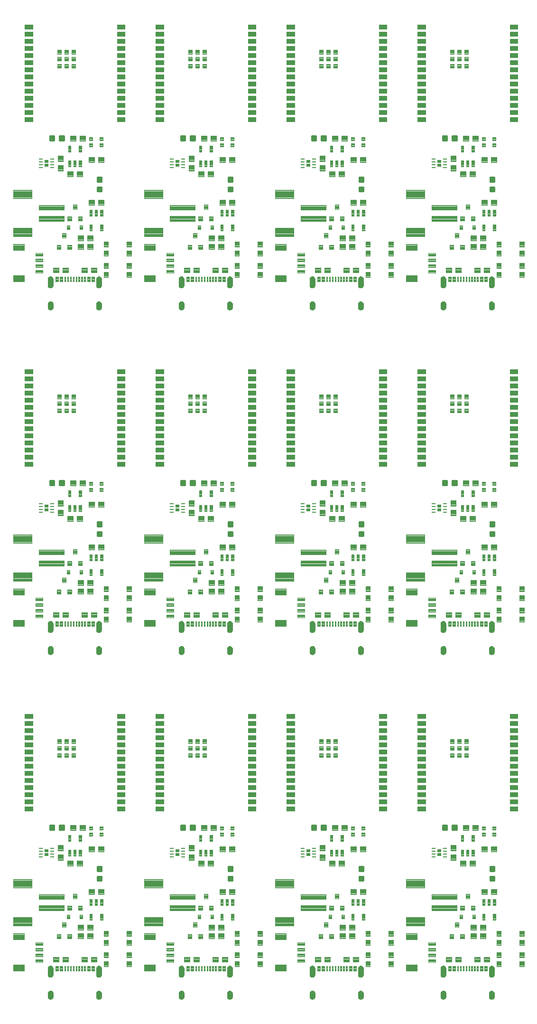
<source format=gtp>
G04 EAGLE Gerber RS-274X export*
G75*
%MOMM*%
%FSLAX34Y34*%
%LPD*%
%INSolderpaste Top*%
%IPPOS*%
%AMOC8*
5,1,8,0,0,1.08239X$1,22.5*%
G01*
%ADD10C,0.099000*%
%ADD11C,0.104000*%
%ADD12C,0.102000*%
%ADD13C,0.100000*%
%ADD14C,0.096000*%
%ADD15C,0.100800*%
%ADD16C,0.300000*%
%ADD17R,0.637500X0.250000*%
%ADD18R,0.640000X0.500000*%
%ADD19C,0.105000*%

G36*
X157300Y1273311D02*
X157300Y1273311D01*
X157301Y1273311D01*
X158369Y1273330D01*
X158376Y1273335D01*
X158380Y1273331D01*
X159417Y1273587D01*
X159422Y1273594D01*
X159428Y1273591D01*
X160382Y1274072D01*
X160386Y1274079D01*
X160391Y1274078D01*
X161215Y1274759D01*
X161216Y1274767D01*
X161222Y1274767D01*
X161873Y1275614D01*
X161873Y1275622D01*
X161879Y1275623D01*
X162326Y1276594D01*
X162324Y1276602D01*
X162329Y1276604D01*
X162548Y1277650D01*
X162545Y1277657D01*
X162549Y1277660D01*
X162549Y1289660D01*
X162546Y1289665D01*
X162549Y1289668D01*
X162369Y1290763D01*
X162363Y1290769D01*
X162366Y1290774D01*
X161947Y1291802D01*
X161940Y1291806D01*
X161942Y1291811D01*
X161305Y1292720D01*
X161297Y1292723D01*
X161297Y1292728D01*
X160474Y1293472D01*
X160466Y1293473D01*
X160465Y1293479D01*
X159497Y1294021D01*
X159488Y1294020D01*
X159486Y1294026D01*
X158422Y1294339D01*
X158417Y1294337D01*
X158413Y1294337D01*
X158411Y1294341D01*
X157303Y1294409D01*
X157297Y1294405D01*
X157293Y1294409D01*
X156185Y1294239D01*
X156179Y1294233D01*
X156174Y1294236D01*
X155132Y1293824D01*
X155128Y1293817D01*
X155123Y1293819D01*
X154198Y1293185D01*
X154196Y1293177D01*
X154190Y1293178D01*
X153430Y1292355D01*
X153429Y1292346D01*
X153423Y1292346D01*
X152866Y1291374D01*
X152867Y1291366D01*
X152861Y1291364D01*
X152534Y1290292D01*
X152537Y1290284D01*
X152532Y1290281D01*
X152451Y1289164D01*
X152452Y1289161D01*
X152451Y1289160D01*
X152451Y1277160D01*
X152456Y1277153D01*
X152452Y1277149D01*
X152671Y1276205D01*
X152677Y1276199D01*
X152675Y1276194D01*
X153099Y1275322D01*
X153106Y1275319D01*
X153104Y1275313D01*
X153711Y1274557D01*
X153719Y1274555D01*
X153719Y1274549D01*
X154479Y1273948D01*
X154488Y1273948D01*
X154489Y1273942D01*
X155364Y1273524D01*
X155372Y1273526D01*
X155374Y1273521D01*
X156320Y1273309D01*
X156327Y1273312D01*
X156331Y1273307D01*
X157300Y1273311D01*
G37*
G36*
X858340Y1273311D02*
X858340Y1273311D01*
X858341Y1273311D01*
X859409Y1273330D01*
X859416Y1273335D01*
X859420Y1273331D01*
X860457Y1273587D01*
X860462Y1273594D01*
X860468Y1273591D01*
X861422Y1274072D01*
X861426Y1274079D01*
X861431Y1274078D01*
X862255Y1274759D01*
X862256Y1274767D01*
X862262Y1274767D01*
X862913Y1275614D01*
X862913Y1275622D01*
X862919Y1275623D01*
X863366Y1276594D01*
X863364Y1276602D01*
X863369Y1276604D01*
X863588Y1277650D01*
X863585Y1277657D01*
X863589Y1277660D01*
X863589Y1289660D01*
X863586Y1289665D01*
X863589Y1289668D01*
X863409Y1290763D01*
X863403Y1290769D01*
X863406Y1290774D01*
X862987Y1291802D01*
X862980Y1291806D01*
X862982Y1291811D01*
X862345Y1292720D01*
X862337Y1292723D01*
X862337Y1292728D01*
X861514Y1293472D01*
X861506Y1293473D01*
X861505Y1293479D01*
X860537Y1294021D01*
X860528Y1294020D01*
X860526Y1294026D01*
X859462Y1294339D01*
X859457Y1294337D01*
X859453Y1294337D01*
X859451Y1294341D01*
X858343Y1294409D01*
X858337Y1294405D01*
X858333Y1294409D01*
X857225Y1294239D01*
X857219Y1294233D01*
X857214Y1294236D01*
X856172Y1293824D01*
X856168Y1293817D01*
X856163Y1293819D01*
X855238Y1293185D01*
X855236Y1293177D01*
X855230Y1293178D01*
X854470Y1292355D01*
X854469Y1292346D01*
X854463Y1292346D01*
X853906Y1291374D01*
X853907Y1291366D01*
X853901Y1291364D01*
X853574Y1290292D01*
X853577Y1290284D01*
X853572Y1290281D01*
X853491Y1289164D01*
X853492Y1289161D01*
X853491Y1289160D01*
X853491Y1277160D01*
X853496Y1277153D01*
X853492Y1277149D01*
X853711Y1276205D01*
X853717Y1276199D01*
X853715Y1276194D01*
X854139Y1275322D01*
X854146Y1275319D01*
X854144Y1275313D01*
X854751Y1274557D01*
X854759Y1274555D01*
X854759Y1274549D01*
X855519Y1273948D01*
X855528Y1273948D01*
X855529Y1273942D01*
X856404Y1273524D01*
X856412Y1273526D01*
X856414Y1273521D01*
X857360Y1273309D01*
X857367Y1273312D01*
X857371Y1273307D01*
X858340Y1273311D01*
G37*
G36*
X624660Y1273311D02*
X624660Y1273311D01*
X624661Y1273311D01*
X625729Y1273330D01*
X625736Y1273335D01*
X625740Y1273331D01*
X626777Y1273587D01*
X626782Y1273594D01*
X626788Y1273591D01*
X627742Y1274072D01*
X627746Y1274079D01*
X627751Y1274078D01*
X628575Y1274759D01*
X628576Y1274767D01*
X628582Y1274767D01*
X629233Y1275614D01*
X629233Y1275622D01*
X629239Y1275623D01*
X629686Y1276594D01*
X629684Y1276602D01*
X629689Y1276604D01*
X629908Y1277650D01*
X629905Y1277657D01*
X629909Y1277660D01*
X629909Y1289660D01*
X629906Y1289665D01*
X629909Y1289668D01*
X629729Y1290763D01*
X629723Y1290769D01*
X629726Y1290774D01*
X629307Y1291802D01*
X629300Y1291806D01*
X629302Y1291811D01*
X628665Y1292720D01*
X628657Y1292723D01*
X628657Y1292728D01*
X627834Y1293472D01*
X627826Y1293473D01*
X627825Y1293479D01*
X626857Y1294021D01*
X626848Y1294020D01*
X626846Y1294026D01*
X625782Y1294339D01*
X625777Y1294337D01*
X625773Y1294337D01*
X625771Y1294341D01*
X624663Y1294409D01*
X624657Y1294405D01*
X624653Y1294409D01*
X623545Y1294239D01*
X623539Y1294233D01*
X623534Y1294236D01*
X622492Y1293824D01*
X622488Y1293817D01*
X622483Y1293819D01*
X621558Y1293185D01*
X621556Y1293177D01*
X621550Y1293178D01*
X620790Y1292355D01*
X620789Y1292346D01*
X620783Y1292346D01*
X620226Y1291374D01*
X620227Y1291366D01*
X620221Y1291364D01*
X619894Y1290292D01*
X619897Y1290284D01*
X619892Y1290281D01*
X619811Y1289164D01*
X619812Y1289161D01*
X619811Y1289160D01*
X619811Y1277160D01*
X619816Y1277153D01*
X619812Y1277149D01*
X620031Y1276205D01*
X620037Y1276199D01*
X620035Y1276194D01*
X620459Y1275322D01*
X620466Y1275319D01*
X620464Y1275313D01*
X621071Y1274557D01*
X621079Y1274555D01*
X621079Y1274549D01*
X621839Y1273948D01*
X621848Y1273948D01*
X621849Y1273942D01*
X622724Y1273524D01*
X622732Y1273526D01*
X622734Y1273521D01*
X623680Y1273309D01*
X623687Y1273312D01*
X623691Y1273307D01*
X624660Y1273311D01*
G37*
G36*
X390980Y1273311D02*
X390980Y1273311D01*
X390981Y1273311D01*
X392049Y1273330D01*
X392056Y1273335D01*
X392060Y1273331D01*
X393097Y1273587D01*
X393102Y1273594D01*
X393108Y1273591D01*
X394062Y1274072D01*
X394066Y1274079D01*
X394071Y1274078D01*
X394895Y1274759D01*
X394896Y1274767D01*
X394902Y1274767D01*
X395553Y1275614D01*
X395553Y1275622D01*
X395559Y1275623D01*
X396006Y1276594D01*
X396004Y1276602D01*
X396009Y1276604D01*
X396228Y1277650D01*
X396225Y1277657D01*
X396229Y1277660D01*
X396229Y1289660D01*
X396226Y1289665D01*
X396229Y1289668D01*
X396049Y1290763D01*
X396043Y1290769D01*
X396046Y1290774D01*
X395627Y1291802D01*
X395620Y1291806D01*
X395622Y1291811D01*
X394985Y1292720D01*
X394977Y1292723D01*
X394977Y1292728D01*
X394154Y1293472D01*
X394146Y1293473D01*
X394145Y1293479D01*
X393177Y1294021D01*
X393168Y1294020D01*
X393166Y1294026D01*
X392102Y1294339D01*
X392097Y1294337D01*
X392093Y1294337D01*
X392091Y1294341D01*
X390983Y1294409D01*
X390977Y1294405D01*
X390973Y1294409D01*
X389865Y1294239D01*
X389859Y1294233D01*
X389854Y1294236D01*
X388812Y1293824D01*
X388808Y1293817D01*
X388803Y1293819D01*
X387878Y1293185D01*
X387876Y1293177D01*
X387870Y1293178D01*
X387110Y1292355D01*
X387109Y1292346D01*
X387103Y1292346D01*
X386546Y1291374D01*
X386547Y1291366D01*
X386541Y1291364D01*
X386214Y1290292D01*
X386217Y1290284D01*
X386212Y1290281D01*
X386131Y1289164D01*
X386132Y1289161D01*
X386131Y1289160D01*
X386131Y1277160D01*
X386136Y1277153D01*
X386132Y1277149D01*
X386351Y1276205D01*
X386357Y1276199D01*
X386355Y1276194D01*
X386779Y1275322D01*
X386786Y1275319D01*
X386784Y1275313D01*
X387391Y1274557D01*
X387399Y1274555D01*
X387399Y1274549D01*
X388159Y1273948D01*
X388168Y1273948D01*
X388169Y1273942D01*
X389044Y1273524D01*
X389052Y1273526D01*
X389054Y1273521D01*
X390000Y1273309D01*
X390007Y1273312D01*
X390011Y1273307D01*
X390980Y1273311D01*
G37*
G36*
X157300Y658631D02*
X157300Y658631D01*
X157301Y658631D01*
X158369Y658650D01*
X158376Y658655D01*
X158380Y658651D01*
X159417Y658907D01*
X159422Y658914D01*
X159428Y658911D01*
X160382Y659392D01*
X160386Y659399D01*
X160391Y659398D01*
X161215Y660079D01*
X161216Y660087D01*
X161222Y660087D01*
X161873Y660934D01*
X161873Y660942D01*
X161879Y660943D01*
X162326Y661914D01*
X162324Y661922D01*
X162329Y661924D01*
X162548Y662970D01*
X162545Y662977D01*
X162549Y662980D01*
X162549Y674980D01*
X162546Y674985D01*
X162549Y674988D01*
X162369Y676083D01*
X162363Y676089D01*
X162366Y676094D01*
X161947Y677122D01*
X161940Y677126D01*
X161942Y677131D01*
X161305Y678040D01*
X161297Y678043D01*
X161297Y678048D01*
X160474Y678792D01*
X160466Y678793D01*
X160465Y678799D01*
X159497Y679341D01*
X159488Y679340D01*
X159486Y679346D01*
X158422Y679659D01*
X158417Y679657D01*
X158413Y679657D01*
X158411Y679661D01*
X157303Y679729D01*
X157297Y679725D01*
X157293Y679729D01*
X156185Y679559D01*
X156179Y679553D01*
X156174Y679556D01*
X155132Y679144D01*
X155128Y679137D01*
X155123Y679139D01*
X154198Y678505D01*
X154196Y678497D01*
X154190Y678498D01*
X153430Y677675D01*
X153429Y677666D01*
X153423Y677666D01*
X152866Y676694D01*
X152867Y676686D01*
X152861Y676684D01*
X152534Y675612D01*
X152537Y675604D01*
X152532Y675601D01*
X152451Y674484D01*
X152452Y674481D01*
X152451Y674480D01*
X152451Y662480D01*
X152456Y662473D01*
X152452Y662469D01*
X152671Y661525D01*
X152677Y661519D01*
X152675Y661514D01*
X153099Y660642D01*
X153106Y660639D01*
X153104Y660633D01*
X153711Y659877D01*
X153719Y659875D01*
X153719Y659869D01*
X154479Y659268D01*
X154488Y659268D01*
X154489Y659262D01*
X155364Y658844D01*
X155372Y658846D01*
X155374Y658841D01*
X156320Y658629D01*
X156327Y658632D01*
X156331Y658627D01*
X157300Y658631D01*
G37*
G36*
X858340Y658631D02*
X858340Y658631D01*
X858341Y658631D01*
X859409Y658650D01*
X859416Y658655D01*
X859420Y658651D01*
X860457Y658907D01*
X860462Y658914D01*
X860468Y658911D01*
X861422Y659392D01*
X861426Y659399D01*
X861431Y659398D01*
X862255Y660079D01*
X862256Y660087D01*
X862262Y660087D01*
X862913Y660934D01*
X862913Y660942D01*
X862919Y660943D01*
X863366Y661914D01*
X863364Y661922D01*
X863369Y661924D01*
X863588Y662970D01*
X863585Y662977D01*
X863589Y662980D01*
X863589Y674980D01*
X863586Y674985D01*
X863589Y674988D01*
X863409Y676083D01*
X863403Y676089D01*
X863406Y676094D01*
X862987Y677122D01*
X862980Y677126D01*
X862982Y677131D01*
X862345Y678040D01*
X862337Y678043D01*
X862337Y678048D01*
X861514Y678792D01*
X861506Y678793D01*
X861505Y678799D01*
X860537Y679341D01*
X860528Y679340D01*
X860526Y679346D01*
X859462Y679659D01*
X859457Y679657D01*
X859453Y679657D01*
X859451Y679661D01*
X858343Y679729D01*
X858337Y679725D01*
X858333Y679729D01*
X857225Y679559D01*
X857219Y679553D01*
X857214Y679556D01*
X856172Y679144D01*
X856168Y679137D01*
X856163Y679139D01*
X855238Y678505D01*
X855236Y678497D01*
X855230Y678498D01*
X854470Y677675D01*
X854469Y677666D01*
X854463Y677666D01*
X853906Y676694D01*
X853907Y676686D01*
X853901Y676684D01*
X853574Y675612D01*
X853577Y675604D01*
X853572Y675601D01*
X853491Y674484D01*
X853492Y674481D01*
X853491Y674480D01*
X853491Y662480D01*
X853496Y662473D01*
X853492Y662469D01*
X853711Y661525D01*
X853717Y661519D01*
X853715Y661514D01*
X854139Y660642D01*
X854146Y660639D01*
X854144Y660633D01*
X854751Y659877D01*
X854759Y659875D01*
X854759Y659869D01*
X855519Y659268D01*
X855528Y659268D01*
X855529Y659262D01*
X856404Y658844D01*
X856412Y658846D01*
X856414Y658841D01*
X857360Y658629D01*
X857367Y658632D01*
X857371Y658627D01*
X858340Y658631D01*
G37*
G36*
X624660Y658631D02*
X624660Y658631D01*
X624661Y658631D01*
X625729Y658650D01*
X625736Y658655D01*
X625740Y658651D01*
X626777Y658907D01*
X626782Y658914D01*
X626788Y658911D01*
X627742Y659392D01*
X627746Y659399D01*
X627751Y659398D01*
X628575Y660079D01*
X628576Y660087D01*
X628582Y660087D01*
X629233Y660934D01*
X629233Y660942D01*
X629239Y660943D01*
X629686Y661914D01*
X629684Y661922D01*
X629689Y661924D01*
X629908Y662970D01*
X629905Y662977D01*
X629909Y662980D01*
X629909Y674980D01*
X629906Y674985D01*
X629909Y674988D01*
X629729Y676083D01*
X629723Y676089D01*
X629726Y676094D01*
X629307Y677122D01*
X629300Y677126D01*
X629302Y677131D01*
X628665Y678040D01*
X628657Y678043D01*
X628657Y678048D01*
X627834Y678792D01*
X627826Y678793D01*
X627825Y678799D01*
X626857Y679341D01*
X626848Y679340D01*
X626846Y679346D01*
X625782Y679659D01*
X625777Y679657D01*
X625773Y679657D01*
X625771Y679661D01*
X624663Y679729D01*
X624657Y679725D01*
X624653Y679729D01*
X623545Y679559D01*
X623539Y679553D01*
X623534Y679556D01*
X622492Y679144D01*
X622488Y679137D01*
X622483Y679139D01*
X621558Y678505D01*
X621556Y678497D01*
X621550Y678498D01*
X620790Y677675D01*
X620789Y677666D01*
X620783Y677666D01*
X620226Y676694D01*
X620227Y676686D01*
X620221Y676684D01*
X619894Y675612D01*
X619897Y675604D01*
X619892Y675601D01*
X619811Y674484D01*
X619812Y674481D01*
X619811Y674480D01*
X619811Y662480D01*
X619816Y662473D01*
X619812Y662469D01*
X620031Y661525D01*
X620037Y661519D01*
X620035Y661514D01*
X620459Y660642D01*
X620466Y660639D01*
X620464Y660633D01*
X621071Y659877D01*
X621079Y659875D01*
X621079Y659869D01*
X621839Y659268D01*
X621848Y659268D01*
X621849Y659262D01*
X622724Y658844D01*
X622732Y658846D01*
X622734Y658841D01*
X623680Y658629D01*
X623687Y658632D01*
X623691Y658627D01*
X624660Y658631D01*
G37*
G36*
X390980Y658631D02*
X390980Y658631D01*
X390981Y658631D01*
X392049Y658650D01*
X392056Y658655D01*
X392060Y658651D01*
X393097Y658907D01*
X393102Y658914D01*
X393108Y658911D01*
X394062Y659392D01*
X394066Y659399D01*
X394071Y659398D01*
X394895Y660079D01*
X394896Y660087D01*
X394902Y660087D01*
X395553Y660934D01*
X395553Y660942D01*
X395559Y660943D01*
X396006Y661914D01*
X396004Y661922D01*
X396009Y661924D01*
X396228Y662970D01*
X396225Y662977D01*
X396229Y662980D01*
X396229Y674980D01*
X396226Y674985D01*
X396229Y674988D01*
X396049Y676083D01*
X396043Y676089D01*
X396046Y676094D01*
X395627Y677122D01*
X395620Y677126D01*
X395622Y677131D01*
X394985Y678040D01*
X394977Y678043D01*
X394977Y678048D01*
X394154Y678792D01*
X394146Y678793D01*
X394145Y678799D01*
X393177Y679341D01*
X393168Y679340D01*
X393166Y679346D01*
X392102Y679659D01*
X392097Y679657D01*
X392093Y679657D01*
X392091Y679661D01*
X390983Y679729D01*
X390977Y679725D01*
X390973Y679729D01*
X389865Y679559D01*
X389859Y679553D01*
X389854Y679556D01*
X388812Y679144D01*
X388808Y679137D01*
X388803Y679139D01*
X387878Y678505D01*
X387876Y678497D01*
X387870Y678498D01*
X387110Y677675D01*
X387109Y677666D01*
X387103Y677666D01*
X386546Y676694D01*
X386547Y676686D01*
X386541Y676684D01*
X386214Y675612D01*
X386217Y675604D01*
X386212Y675601D01*
X386131Y674484D01*
X386132Y674481D01*
X386131Y674480D01*
X386131Y662480D01*
X386136Y662473D01*
X386132Y662469D01*
X386351Y661525D01*
X386357Y661519D01*
X386355Y661514D01*
X386779Y660642D01*
X386786Y660639D01*
X386784Y660633D01*
X387391Y659877D01*
X387399Y659875D01*
X387399Y659869D01*
X388159Y659268D01*
X388168Y659268D01*
X388169Y659262D01*
X389044Y658844D01*
X389052Y658846D01*
X389054Y658841D01*
X390000Y658629D01*
X390007Y658632D01*
X390011Y658627D01*
X390980Y658631D01*
G37*
G36*
X157300Y43951D02*
X157300Y43951D01*
X157301Y43951D01*
X158369Y43970D01*
X158376Y43975D01*
X158380Y43971D01*
X159417Y44227D01*
X159422Y44234D01*
X159428Y44231D01*
X160382Y44712D01*
X160386Y44719D01*
X160391Y44718D01*
X161215Y45399D01*
X161216Y45407D01*
X161222Y45407D01*
X161873Y46254D01*
X161873Y46262D01*
X161879Y46263D01*
X162326Y47234D01*
X162324Y47242D01*
X162329Y47244D01*
X162548Y48290D01*
X162545Y48297D01*
X162549Y48300D01*
X162549Y60300D01*
X162546Y60305D01*
X162549Y60308D01*
X162369Y61403D01*
X162363Y61409D01*
X162366Y61414D01*
X161947Y62442D01*
X161940Y62446D01*
X161942Y62451D01*
X161305Y63360D01*
X161297Y63363D01*
X161297Y63368D01*
X160474Y64112D01*
X160466Y64113D01*
X160465Y64119D01*
X159497Y64661D01*
X159488Y64660D01*
X159486Y64666D01*
X158422Y64979D01*
X158417Y64977D01*
X158413Y64977D01*
X158411Y64981D01*
X157303Y65049D01*
X157297Y65045D01*
X157293Y65049D01*
X156185Y64879D01*
X156179Y64873D01*
X156174Y64876D01*
X155132Y64464D01*
X155128Y64457D01*
X155123Y64459D01*
X154198Y63825D01*
X154196Y63817D01*
X154190Y63818D01*
X153430Y62995D01*
X153429Y62986D01*
X153423Y62986D01*
X152866Y62014D01*
X152867Y62006D01*
X152861Y62004D01*
X152534Y60932D01*
X152537Y60924D01*
X152532Y60921D01*
X152451Y59804D01*
X152452Y59801D01*
X152451Y59800D01*
X152451Y47800D01*
X152456Y47793D01*
X152452Y47789D01*
X152671Y46845D01*
X152677Y46839D01*
X152675Y46834D01*
X153099Y45962D01*
X153106Y45959D01*
X153104Y45953D01*
X153711Y45197D01*
X153719Y45195D01*
X153719Y45189D01*
X154479Y44588D01*
X154488Y44588D01*
X154489Y44582D01*
X155364Y44164D01*
X155372Y44166D01*
X155374Y44161D01*
X156320Y43949D01*
X156327Y43952D01*
X156331Y43947D01*
X157300Y43951D01*
G37*
G36*
X390980Y43951D02*
X390980Y43951D01*
X390981Y43951D01*
X392049Y43970D01*
X392056Y43975D01*
X392060Y43971D01*
X393097Y44227D01*
X393102Y44234D01*
X393108Y44231D01*
X394062Y44712D01*
X394066Y44719D01*
X394071Y44718D01*
X394895Y45399D01*
X394896Y45407D01*
X394902Y45407D01*
X395553Y46254D01*
X395553Y46262D01*
X395559Y46263D01*
X396006Y47234D01*
X396004Y47242D01*
X396009Y47244D01*
X396228Y48290D01*
X396225Y48297D01*
X396229Y48300D01*
X396229Y60300D01*
X396226Y60305D01*
X396229Y60308D01*
X396049Y61403D01*
X396043Y61409D01*
X396046Y61414D01*
X395627Y62442D01*
X395620Y62446D01*
X395622Y62451D01*
X394985Y63360D01*
X394977Y63363D01*
X394977Y63368D01*
X394154Y64112D01*
X394146Y64113D01*
X394145Y64119D01*
X393177Y64661D01*
X393168Y64660D01*
X393166Y64666D01*
X392102Y64979D01*
X392097Y64977D01*
X392093Y64977D01*
X392091Y64981D01*
X390983Y65049D01*
X390977Y65045D01*
X390973Y65049D01*
X389865Y64879D01*
X389859Y64873D01*
X389854Y64876D01*
X388812Y64464D01*
X388808Y64457D01*
X388803Y64459D01*
X387878Y63825D01*
X387876Y63817D01*
X387870Y63818D01*
X387110Y62995D01*
X387109Y62986D01*
X387103Y62986D01*
X386546Y62014D01*
X386547Y62006D01*
X386541Y62004D01*
X386214Y60932D01*
X386217Y60924D01*
X386212Y60921D01*
X386131Y59804D01*
X386132Y59801D01*
X386131Y59800D01*
X386131Y47800D01*
X386136Y47793D01*
X386132Y47789D01*
X386351Y46845D01*
X386357Y46839D01*
X386355Y46834D01*
X386779Y45962D01*
X386786Y45959D01*
X386784Y45953D01*
X387391Y45197D01*
X387399Y45195D01*
X387399Y45189D01*
X388159Y44588D01*
X388168Y44588D01*
X388169Y44582D01*
X389044Y44164D01*
X389052Y44166D01*
X389054Y44161D01*
X390000Y43949D01*
X390007Y43952D01*
X390011Y43947D01*
X390980Y43951D01*
G37*
G36*
X624660Y43951D02*
X624660Y43951D01*
X624661Y43951D01*
X625729Y43970D01*
X625736Y43975D01*
X625740Y43971D01*
X626777Y44227D01*
X626782Y44234D01*
X626788Y44231D01*
X627742Y44712D01*
X627746Y44719D01*
X627751Y44718D01*
X628575Y45399D01*
X628576Y45407D01*
X628582Y45407D01*
X629233Y46254D01*
X629233Y46262D01*
X629239Y46263D01*
X629686Y47234D01*
X629684Y47242D01*
X629689Y47244D01*
X629908Y48290D01*
X629905Y48297D01*
X629909Y48300D01*
X629909Y60300D01*
X629906Y60305D01*
X629909Y60308D01*
X629729Y61403D01*
X629723Y61409D01*
X629726Y61414D01*
X629307Y62442D01*
X629300Y62446D01*
X629302Y62451D01*
X628665Y63360D01*
X628657Y63363D01*
X628657Y63368D01*
X627834Y64112D01*
X627826Y64113D01*
X627825Y64119D01*
X626857Y64661D01*
X626848Y64660D01*
X626846Y64666D01*
X625782Y64979D01*
X625777Y64977D01*
X625773Y64977D01*
X625771Y64981D01*
X624663Y65049D01*
X624657Y65045D01*
X624653Y65049D01*
X623545Y64879D01*
X623539Y64873D01*
X623534Y64876D01*
X622492Y64464D01*
X622488Y64457D01*
X622483Y64459D01*
X621558Y63825D01*
X621556Y63817D01*
X621550Y63818D01*
X620790Y62995D01*
X620789Y62986D01*
X620783Y62986D01*
X620226Y62014D01*
X620227Y62006D01*
X620221Y62004D01*
X619894Y60932D01*
X619897Y60924D01*
X619892Y60921D01*
X619811Y59804D01*
X619812Y59801D01*
X619811Y59800D01*
X619811Y47800D01*
X619816Y47793D01*
X619812Y47789D01*
X620031Y46845D01*
X620037Y46839D01*
X620035Y46834D01*
X620459Y45962D01*
X620466Y45959D01*
X620464Y45953D01*
X621071Y45197D01*
X621079Y45195D01*
X621079Y45189D01*
X621839Y44588D01*
X621848Y44588D01*
X621849Y44582D01*
X622724Y44164D01*
X622732Y44166D01*
X622734Y44161D01*
X623680Y43949D01*
X623687Y43952D01*
X623691Y43947D01*
X624660Y43951D01*
G37*
G36*
X858340Y43951D02*
X858340Y43951D01*
X858341Y43951D01*
X859409Y43970D01*
X859416Y43975D01*
X859420Y43971D01*
X860457Y44227D01*
X860462Y44234D01*
X860468Y44231D01*
X861422Y44712D01*
X861426Y44719D01*
X861431Y44718D01*
X862255Y45399D01*
X862256Y45407D01*
X862262Y45407D01*
X862913Y46254D01*
X862913Y46262D01*
X862919Y46263D01*
X863366Y47234D01*
X863364Y47242D01*
X863369Y47244D01*
X863588Y48290D01*
X863585Y48297D01*
X863589Y48300D01*
X863589Y60300D01*
X863586Y60305D01*
X863589Y60308D01*
X863409Y61403D01*
X863403Y61409D01*
X863406Y61414D01*
X862987Y62442D01*
X862980Y62446D01*
X862982Y62451D01*
X862345Y63360D01*
X862337Y63363D01*
X862337Y63368D01*
X861514Y64112D01*
X861506Y64113D01*
X861505Y64119D01*
X860537Y64661D01*
X860528Y64660D01*
X860526Y64666D01*
X859462Y64979D01*
X859457Y64977D01*
X859453Y64977D01*
X859451Y64981D01*
X858343Y65049D01*
X858337Y65045D01*
X858333Y65049D01*
X857225Y64879D01*
X857219Y64873D01*
X857214Y64876D01*
X856172Y64464D01*
X856168Y64457D01*
X856163Y64459D01*
X855238Y63825D01*
X855236Y63817D01*
X855230Y63818D01*
X854470Y62995D01*
X854469Y62986D01*
X854463Y62986D01*
X853906Y62014D01*
X853907Y62006D01*
X853901Y62004D01*
X853574Y60932D01*
X853577Y60924D01*
X853572Y60921D01*
X853491Y59804D01*
X853492Y59801D01*
X853491Y59800D01*
X853491Y47800D01*
X853496Y47793D01*
X853492Y47789D01*
X853711Y46845D01*
X853717Y46839D01*
X853715Y46834D01*
X854139Y45962D01*
X854146Y45959D01*
X854144Y45953D01*
X854751Y45197D01*
X854759Y45195D01*
X854759Y45189D01*
X855519Y44588D01*
X855528Y44588D01*
X855529Y44582D01*
X856404Y44164D01*
X856412Y44166D01*
X856414Y44161D01*
X857360Y43949D01*
X857367Y43952D01*
X857371Y43947D01*
X858340Y43951D01*
G37*
G36*
X71881Y1273320D02*
X71881Y1273320D01*
X71888Y1273325D01*
X71892Y1273321D01*
X72944Y1273571D01*
X72949Y1273577D01*
X72954Y1273574D01*
X73924Y1274051D01*
X73927Y1274059D01*
X73933Y1274057D01*
X74772Y1274738D01*
X74774Y1274746D01*
X74780Y1274746D01*
X75446Y1275597D01*
X75447Y1275605D01*
X75452Y1275606D01*
X75913Y1276583D01*
X75911Y1276591D01*
X75917Y1276594D01*
X76148Y1277649D01*
X76145Y1277657D01*
X76149Y1277660D01*
X76149Y1289660D01*
X76145Y1289665D01*
X76149Y1289668D01*
X75956Y1290774D01*
X75950Y1290779D01*
X75953Y1290784D01*
X75520Y1291819D01*
X75513Y1291823D01*
X75515Y1291828D01*
X74862Y1292741D01*
X74854Y1292743D01*
X74855Y1292749D01*
X74016Y1293493D01*
X74007Y1293494D01*
X74007Y1293499D01*
X73023Y1294038D01*
X73015Y1294037D01*
X73013Y1294042D01*
X71934Y1294349D01*
X71926Y1294346D01*
X71923Y1294351D01*
X70803Y1294409D01*
X70798Y1294406D01*
X70795Y1294409D01*
X69749Y1294291D01*
X69743Y1294285D01*
X69738Y1294289D01*
X68744Y1293941D01*
X68740Y1293934D01*
X68735Y1293936D01*
X67843Y1293376D01*
X67841Y1293369D01*
X67835Y1293369D01*
X67091Y1292625D01*
X67089Y1292617D01*
X67084Y1292617D01*
X66524Y1291725D01*
X66524Y1291717D01*
X66519Y1291716D01*
X66171Y1290722D01*
X66174Y1290714D01*
X66169Y1290711D01*
X66051Y1289666D01*
X66053Y1289662D01*
X66051Y1289660D01*
X66051Y1277660D01*
X66054Y1277655D01*
X66051Y1277652D01*
X66209Y1276656D01*
X66215Y1276650D01*
X66212Y1276645D01*
X66587Y1275709D01*
X66594Y1275705D01*
X66592Y1275699D01*
X67166Y1274870D01*
X67174Y1274867D01*
X67173Y1274862D01*
X67917Y1274181D01*
X67926Y1274180D01*
X67926Y1274174D01*
X68803Y1273676D01*
X68812Y1273677D01*
X68814Y1273672D01*
X69779Y1273381D01*
X69787Y1273384D01*
X69790Y1273379D01*
X70797Y1273311D01*
X70799Y1273312D01*
X70800Y1273311D01*
X71881Y1273320D01*
G37*
G36*
X539241Y1273320D02*
X539241Y1273320D01*
X539248Y1273325D01*
X539252Y1273321D01*
X540304Y1273571D01*
X540309Y1273577D01*
X540314Y1273574D01*
X541284Y1274051D01*
X541287Y1274059D01*
X541293Y1274057D01*
X542132Y1274738D01*
X542134Y1274746D01*
X542140Y1274746D01*
X542806Y1275597D01*
X542807Y1275605D01*
X542812Y1275606D01*
X543273Y1276583D01*
X543271Y1276591D01*
X543277Y1276594D01*
X543508Y1277649D01*
X543505Y1277657D01*
X543509Y1277660D01*
X543509Y1289660D01*
X543505Y1289665D01*
X543509Y1289668D01*
X543316Y1290774D01*
X543310Y1290779D01*
X543313Y1290784D01*
X542880Y1291819D01*
X542873Y1291823D01*
X542875Y1291828D01*
X542222Y1292741D01*
X542214Y1292743D01*
X542215Y1292749D01*
X541376Y1293493D01*
X541367Y1293494D01*
X541367Y1293499D01*
X540383Y1294038D01*
X540375Y1294037D01*
X540373Y1294042D01*
X539294Y1294349D01*
X539286Y1294346D01*
X539283Y1294351D01*
X538163Y1294409D01*
X538158Y1294406D01*
X538155Y1294409D01*
X537109Y1294291D01*
X537103Y1294285D01*
X537098Y1294289D01*
X536104Y1293941D01*
X536100Y1293934D01*
X536095Y1293936D01*
X535203Y1293376D01*
X535201Y1293369D01*
X535195Y1293369D01*
X534451Y1292625D01*
X534449Y1292617D01*
X534444Y1292617D01*
X533884Y1291725D01*
X533884Y1291717D01*
X533879Y1291716D01*
X533531Y1290722D01*
X533534Y1290714D01*
X533529Y1290711D01*
X533411Y1289666D01*
X533413Y1289662D01*
X533411Y1289660D01*
X533411Y1277660D01*
X533414Y1277655D01*
X533411Y1277652D01*
X533569Y1276656D01*
X533575Y1276650D01*
X533572Y1276645D01*
X533947Y1275709D01*
X533954Y1275705D01*
X533952Y1275699D01*
X534526Y1274870D01*
X534534Y1274867D01*
X534533Y1274862D01*
X535277Y1274181D01*
X535286Y1274180D01*
X535286Y1274174D01*
X536163Y1273676D01*
X536172Y1273677D01*
X536174Y1273672D01*
X537139Y1273381D01*
X537147Y1273384D01*
X537150Y1273379D01*
X538157Y1273311D01*
X538159Y1273312D01*
X538160Y1273311D01*
X539241Y1273320D01*
G37*
G36*
X305561Y1273320D02*
X305561Y1273320D01*
X305568Y1273325D01*
X305572Y1273321D01*
X306624Y1273571D01*
X306629Y1273577D01*
X306634Y1273574D01*
X307604Y1274051D01*
X307607Y1274059D01*
X307613Y1274057D01*
X308452Y1274738D01*
X308454Y1274746D01*
X308460Y1274746D01*
X309126Y1275597D01*
X309127Y1275605D01*
X309132Y1275606D01*
X309593Y1276583D01*
X309591Y1276591D01*
X309597Y1276594D01*
X309828Y1277649D01*
X309825Y1277657D01*
X309829Y1277660D01*
X309829Y1289660D01*
X309825Y1289665D01*
X309829Y1289668D01*
X309636Y1290774D01*
X309630Y1290779D01*
X309633Y1290784D01*
X309200Y1291819D01*
X309193Y1291823D01*
X309195Y1291828D01*
X308542Y1292741D01*
X308534Y1292743D01*
X308535Y1292749D01*
X307696Y1293493D01*
X307687Y1293494D01*
X307687Y1293499D01*
X306703Y1294038D01*
X306695Y1294037D01*
X306693Y1294042D01*
X305614Y1294349D01*
X305606Y1294346D01*
X305603Y1294351D01*
X304483Y1294409D01*
X304478Y1294406D01*
X304475Y1294409D01*
X303429Y1294291D01*
X303423Y1294285D01*
X303418Y1294289D01*
X302424Y1293941D01*
X302420Y1293934D01*
X302415Y1293936D01*
X301523Y1293376D01*
X301521Y1293369D01*
X301515Y1293369D01*
X300771Y1292625D01*
X300769Y1292617D01*
X300764Y1292617D01*
X300204Y1291725D01*
X300204Y1291717D01*
X300199Y1291716D01*
X299851Y1290722D01*
X299854Y1290714D01*
X299849Y1290711D01*
X299731Y1289666D01*
X299733Y1289662D01*
X299731Y1289660D01*
X299731Y1277660D01*
X299734Y1277655D01*
X299731Y1277652D01*
X299889Y1276656D01*
X299895Y1276650D01*
X299892Y1276645D01*
X300267Y1275709D01*
X300274Y1275705D01*
X300272Y1275699D01*
X300846Y1274870D01*
X300854Y1274867D01*
X300853Y1274862D01*
X301597Y1274181D01*
X301606Y1274180D01*
X301606Y1274174D01*
X302483Y1273676D01*
X302492Y1273677D01*
X302494Y1273672D01*
X303459Y1273381D01*
X303467Y1273384D01*
X303470Y1273379D01*
X304477Y1273311D01*
X304479Y1273312D01*
X304480Y1273311D01*
X305561Y1273320D01*
G37*
G36*
X772921Y1273320D02*
X772921Y1273320D01*
X772928Y1273325D01*
X772932Y1273321D01*
X773984Y1273571D01*
X773989Y1273577D01*
X773994Y1273574D01*
X774964Y1274051D01*
X774967Y1274059D01*
X774973Y1274057D01*
X775812Y1274738D01*
X775814Y1274746D01*
X775820Y1274746D01*
X776486Y1275597D01*
X776487Y1275605D01*
X776492Y1275606D01*
X776953Y1276583D01*
X776951Y1276591D01*
X776957Y1276594D01*
X777188Y1277649D01*
X777185Y1277657D01*
X777189Y1277660D01*
X777189Y1289660D01*
X777185Y1289665D01*
X777189Y1289668D01*
X776996Y1290774D01*
X776990Y1290779D01*
X776993Y1290784D01*
X776560Y1291819D01*
X776553Y1291823D01*
X776555Y1291828D01*
X775902Y1292741D01*
X775894Y1292743D01*
X775895Y1292749D01*
X775056Y1293493D01*
X775047Y1293494D01*
X775047Y1293499D01*
X774063Y1294038D01*
X774055Y1294037D01*
X774053Y1294042D01*
X772974Y1294349D01*
X772966Y1294346D01*
X772963Y1294351D01*
X771843Y1294409D01*
X771838Y1294406D01*
X771835Y1294409D01*
X770789Y1294291D01*
X770783Y1294285D01*
X770778Y1294289D01*
X769784Y1293941D01*
X769780Y1293934D01*
X769775Y1293936D01*
X768883Y1293376D01*
X768881Y1293369D01*
X768875Y1293369D01*
X768131Y1292625D01*
X768129Y1292617D01*
X768124Y1292617D01*
X767564Y1291725D01*
X767564Y1291717D01*
X767559Y1291716D01*
X767211Y1290722D01*
X767214Y1290714D01*
X767209Y1290711D01*
X767091Y1289666D01*
X767093Y1289662D01*
X767091Y1289660D01*
X767091Y1277660D01*
X767094Y1277655D01*
X767091Y1277652D01*
X767249Y1276656D01*
X767255Y1276650D01*
X767252Y1276645D01*
X767627Y1275709D01*
X767634Y1275705D01*
X767632Y1275699D01*
X768206Y1274870D01*
X768214Y1274867D01*
X768213Y1274862D01*
X768957Y1274181D01*
X768966Y1274180D01*
X768966Y1274174D01*
X769843Y1273676D01*
X769852Y1273677D01*
X769854Y1273672D01*
X770819Y1273381D01*
X770827Y1273384D01*
X770830Y1273379D01*
X771837Y1273311D01*
X771839Y1273312D01*
X771840Y1273311D01*
X772921Y1273320D01*
G37*
G36*
X772921Y43960D02*
X772921Y43960D01*
X772928Y43965D01*
X772932Y43961D01*
X773984Y44211D01*
X773989Y44217D01*
X773994Y44214D01*
X774964Y44691D01*
X774967Y44699D01*
X774973Y44697D01*
X775812Y45378D01*
X775814Y45386D01*
X775820Y45386D01*
X776486Y46237D01*
X776487Y46245D01*
X776492Y46246D01*
X776953Y47223D01*
X776951Y47231D01*
X776957Y47234D01*
X777188Y48289D01*
X777185Y48297D01*
X777189Y48300D01*
X777189Y60300D01*
X777185Y60305D01*
X777189Y60308D01*
X776996Y61414D01*
X776990Y61419D01*
X776993Y61424D01*
X776560Y62459D01*
X776553Y62463D01*
X776555Y62468D01*
X775902Y63381D01*
X775894Y63383D01*
X775895Y63389D01*
X775056Y64133D01*
X775047Y64134D01*
X775047Y64139D01*
X774063Y64678D01*
X774055Y64677D01*
X774053Y64682D01*
X772974Y64989D01*
X772966Y64986D01*
X772963Y64991D01*
X771843Y65049D01*
X771838Y65046D01*
X771835Y65049D01*
X770789Y64931D01*
X770783Y64925D01*
X770778Y64929D01*
X769784Y64581D01*
X769780Y64574D01*
X769775Y64576D01*
X768883Y64016D01*
X768881Y64009D01*
X768875Y64009D01*
X768131Y63265D01*
X768129Y63257D01*
X768124Y63257D01*
X767564Y62365D01*
X767564Y62357D01*
X767559Y62356D01*
X767211Y61362D01*
X767214Y61354D01*
X767209Y61351D01*
X767091Y60306D01*
X767093Y60302D01*
X767091Y60300D01*
X767091Y48300D01*
X767094Y48295D01*
X767091Y48292D01*
X767249Y47296D01*
X767255Y47290D01*
X767252Y47285D01*
X767627Y46349D01*
X767634Y46345D01*
X767632Y46339D01*
X768206Y45510D01*
X768214Y45507D01*
X768213Y45502D01*
X768957Y44821D01*
X768966Y44820D01*
X768966Y44814D01*
X769843Y44316D01*
X769852Y44317D01*
X769854Y44312D01*
X770819Y44021D01*
X770827Y44024D01*
X770830Y44019D01*
X771837Y43951D01*
X771839Y43952D01*
X771840Y43951D01*
X772921Y43960D01*
G37*
G36*
X71881Y43960D02*
X71881Y43960D01*
X71888Y43965D01*
X71892Y43961D01*
X72944Y44211D01*
X72949Y44217D01*
X72954Y44214D01*
X73924Y44691D01*
X73927Y44699D01*
X73933Y44697D01*
X74772Y45378D01*
X74774Y45386D01*
X74780Y45386D01*
X75446Y46237D01*
X75447Y46245D01*
X75452Y46246D01*
X75913Y47223D01*
X75911Y47231D01*
X75917Y47234D01*
X76148Y48289D01*
X76145Y48297D01*
X76149Y48300D01*
X76149Y60300D01*
X76145Y60305D01*
X76149Y60308D01*
X75956Y61414D01*
X75950Y61419D01*
X75953Y61424D01*
X75520Y62459D01*
X75513Y62463D01*
X75515Y62468D01*
X74862Y63381D01*
X74854Y63383D01*
X74855Y63389D01*
X74016Y64133D01*
X74007Y64134D01*
X74007Y64139D01*
X73023Y64678D01*
X73015Y64677D01*
X73013Y64682D01*
X71934Y64989D01*
X71926Y64986D01*
X71923Y64991D01*
X70803Y65049D01*
X70798Y65046D01*
X70795Y65049D01*
X69749Y64931D01*
X69743Y64925D01*
X69738Y64929D01*
X68744Y64581D01*
X68740Y64574D01*
X68735Y64576D01*
X67843Y64016D01*
X67841Y64009D01*
X67835Y64009D01*
X67091Y63265D01*
X67089Y63257D01*
X67084Y63257D01*
X66524Y62365D01*
X66524Y62357D01*
X66519Y62356D01*
X66171Y61362D01*
X66174Y61354D01*
X66169Y61351D01*
X66051Y60306D01*
X66053Y60302D01*
X66051Y60300D01*
X66051Y48300D01*
X66054Y48295D01*
X66051Y48292D01*
X66209Y47296D01*
X66215Y47290D01*
X66212Y47285D01*
X66587Y46349D01*
X66594Y46345D01*
X66592Y46339D01*
X67166Y45510D01*
X67174Y45507D01*
X67173Y45502D01*
X67917Y44821D01*
X67926Y44820D01*
X67926Y44814D01*
X68803Y44316D01*
X68812Y44317D01*
X68814Y44312D01*
X69779Y44021D01*
X69787Y44024D01*
X69790Y44019D01*
X70797Y43951D01*
X70799Y43952D01*
X70800Y43951D01*
X71881Y43960D01*
G37*
G36*
X305561Y43960D02*
X305561Y43960D01*
X305568Y43965D01*
X305572Y43961D01*
X306624Y44211D01*
X306629Y44217D01*
X306634Y44214D01*
X307604Y44691D01*
X307607Y44699D01*
X307613Y44697D01*
X308452Y45378D01*
X308454Y45386D01*
X308460Y45386D01*
X309126Y46237D01*
X309127Y46245D01*
X309132Y46246D01*
X309593Y47223D01*
X309591Y47231D01*
X309597Y47234D01*
X309828Y48289D01*
X309825Y48297D01*
X309829Y48300D01*
X309829Y60300D01*
X309825Y60305D01*
X309829Y60308D01*
X309636Y61414D01*
X309630Y61419D01*
X309633Y61424D01*
X309200Y62459D01*
X309193Y62463D01*
X309195Y62468D01*
X308542Y63381D01*
X308534Y63383D01*
X308535Y63389D01*
X307696Y64133D01*
X307687Y64134D01*
X307687Y64139D01*
X306703Y64678D01*
X306695Y64677D01*
X306693Y64682D01*
X305614Y64989D01*
X305606Y64986D01*
X305603Y64991D01*
X304483Y65049D01*
X304478Y65046D01*
X304475Y65049D01*
X303429Y64931D01*
X303423Y64925D01*
X303418Y64929D01*
X302424Y64581D01*
X302420Y64574D01*
X302415Y64576D01*
X301523Y64016D01*
X301521Y64009D01*
X301515Y64009D01*
X300771Y63265D01*
X300769Y63257D01*
X300764Y63257D01*
X300204Y62365D01*
X300204Y62357D01*
X300199Y62356D01*
X299851Y61362D01*
X299854Y61354D01*
X299849Y61351D01*
X299731Y60306D01*
X299733Y60302D01*
X299731Y60300D01*
X299731Y48300D01*
X299734Y48295D01*
X299731Y48292D01*
X299889Y47296D01*
X299895Y47290D01*
X299892Y47285D01*
X300267Y46349D01*
X300274Y46345D01*
X300272Y46339D01*
X300846Y45510D01*
X300854Y45507D01*
X300853Y45502D01*
X301597Y44821D01*
X301606Y44820D01*
X301606Y44814D01*
X302483Y44316D01*
X302492Y44317D01*
X302494Y44312D01*
X303459Y44021D01*
X303467Y44024D01*
X303470Y44019D01*
X304477Y43951D01*
X304479Y43952D01*
X304480Y43951D01*
X305561Y43960D01*
G37*
G36*
X539241Y43960D02*
X539241Y43960D01*
X539248Y43965D01*
X539252Y43961D01*
X540304Y44211D01*
X540309Y44217D01*
X540314Y44214D01*
X541284Y44691D01*
X541287Y44699D01*
X541293Y44697D01*
X542132Y45378D01*
X542134Y45386D01*
X542140Y45386D01*
X542806Y46237D01*
X542807Y46245D01*
X542812Y46246D01*
X543273Y47223D01*
X543271Y47231D01*
X543277Y47234D01*
X543508Y48289D01*
X543505Y48297D01*
X543509Y48300D01*
X543509Y60300D01*
X543505Y60305D01*
X543509Y60308D01*
X543316Y61414D01*
X543310Y61419D01*
X543313Y61424D01*
X542880Y62459D01*
X542873Y62463D01*
X542875Y62468D01*
X542222Y63381D01*
X542214Y63383D01*
X542215Y63389D01*
X541376Y64133D01*
X541367Y64134D01*
X541367Y64139D01*
X540383Y64678D01*
X540375Y64677D01*
X540373Y64682D01*
X539294Y64989D01*
X539286Y64986D01*
X539283Y64991D01*
X538163Y65049D01*
X538158Y65046D01*
X538155Y65049D01*
X537109Y64931D01*
X537103Y64925D01*
X537098Y64929D01*
X536104Y64581D01*
X536100Y64574D01*
X536095Y64576D01*
X535203Y64016D01*
X535201Y64009D01*
X535195Y64009D01*
X534451Y63265D01*
X534449Y63257D01*
X534444Y63257D01*
X533884Y62365D01*
X533884Y62357D01*
X533879Y62356D01*
X533531Y61362D01*
X533534Y61354D01*
X533529Y61351D01*
X533411Y60306D01*
X533413Y60302D01*
X533411Y60300D01*
X533411Y48300D01*
X533414Y48295D01*
X533411Y48292D01*
X533569Y47296D01*
X533575Y47290D01*
X533572Y47285D01*
X533947Y46349D01*
X533954Y46345D01*
X533952Y46339D01*
X534526Y45510D01*
X534534Y45507D01*
X534533Y45502D01*
X535277Y44821D01*
X535286Y44820D01*
X535286Y44814D01*
X536163Y44316D01*
X536172Y44317D01*
X536174Y44312D01*
X537139Y44021D01*
X537147Y44024D01*
X537150Y44019D01*
X538157Y43951D01*
X538159Y43952D01*
X538160Y43951D01*
X539241Y43960D01*
G37*
G36*
X539241Y658640D02*
X539241Y658640D01*
X539248Y658645D01*
X539252Y658641D01*
X540304Y658891D01*
X540309Y658897D01*
X540314Y658894D01*
X541284Y659371D01*
X541287Y659379D01*
X541293Y659377D01*
X542132Y660058D01*
X542134Y660066D01*
X542140Y660066D01*
X542806Y660917D01*
X542807Y660925D01*
X542812Y660926D01*
X543273Y661903D01*
X543271Y661911D01*
X543277Y661914D01*
X543508Y662969D01*
X543505Y662977D01*
X543509Y662980D01*
X543509Y674980D01*
X543505Y674985D01*
X543509Y674988D01*
X543316Y676094D01*
X543310Y676099D01*
X543313Y676104D01*
X542880Y677139D01*
X542873Y677143D01*
X542875Y677148D01*
X542222Y678061D01*
X542214Y678063D01*
X542215Y678069D01*
X541376Y678813D01*
X541367Y678814D01*
X541367Y678819D01*
X540383Y679358D01*
X540375Y679357D01*
X540373Y679362D01*
X539294Y679669D01*
X539286Y679666D01*
X539283Y679671D01*
X538163Y679729D01*
X538158Y679726D01*
X538155Y679729D01*
X537109Y679611D01*
X537103Y679605D01*
X537098Y679609D01*
X536104Y679261D01*
X536100Y679254D01*
X536095Y679256D01*
X535203Y678696D01*
X535201Y678689D01*
X535195Y678689D01*
X534451Y677945D01*
X534449Y677937D01*
X534444Y677937D01*
X533884Y677045D01*
X533884Y677037D01*
X533879Y677036D01*
X533531Y676042D01*
X533534Y676034D01*
X533529Y676031D01*
X533411Y674986D01*
X533413Y674982D01*
X533411Y674980D01*
X533411Y662980D01*
X533414Y662975D01*
X533411Y662972D01*
X533569Y661976D01*
X533575Y661970D01*
X533572Y661965D01*
X533947Y661029D01*
X533954Y661025D01*
X533952Y661019D01*
X534526Y660190D01*
X534534Y660187D01*
X534533Y660182D01*
X535277Y659501D01*
X535286Y659500D01*
X535286Y659494D01*
X536163Y658996D01*
X536172Y658997D01*
X536174Y658992D01*
X537139Y658701D01*
X537147Y658704D01*
X537150Y658699D01*
X538157Y658631D01*
X538159Y658632D01*
X538160Y658631D01*
X539241Y658640D01*
G37*
G36*
X305561Y658640D02*
X305561Y658640D01*
X305568Y658645D01*
X305572Y658641D01*
X306624Y658891D01*
X306629Y658897D01*
X306634Y658894D01*
X307604Y659371D01*
X307607Y659379D01*
X307613Y659377D01*
X308452Y660058D01*
X308454Y660066D01*
X308460Y660066D01*
X309126Y660917D01*
X309127Y660925D01*
X309132Y660926D01*
X309593Y661903D01*
X309591Y661911D01*
X309597Y661914D01*
X309828Y662969D01*
X309825Y662977D01*
X309829Y662980D01*
X309829Y674980D01*
X309825Y674985D01*
X309829Y674988D01*
X309636Y676094D01*
X309630Y676099D01*
X309633Y676104D01*
X309200Y677139D01*
X309193Y677143D01*
X309195Y677148D01*
X308542Y678061D01*
X308534Y678063D01*
X308535Y678069D01*
X307696Y678813D01*
X307687Y678814D01*
X307687Y678819D01*
X306703Y679358D01*
X306695Y679357D01*
X306693Y679362D01*
X305614Y679669D01*
X305606Y679666D01*
X305603Y679671D01*
X304483Y679729D01*
X304478Y679726D01*
X304475Y679729D01*
X303429Y679611D01*
X303423Y679605D01*
X303418Y679609D01*
X302424Y679261D01*
X302420Y679254D01*
X302415Y679256D01*
X301523Y678696D01*
X301521Y678689D01*
X301515Y678689D01*
X300771Y677945D01*
X300769Y677937D01*
X300764Y677937D01*
X300204Y677045D01*
X300204Y677037D01*
X300199Y677036D01*
X299851Y676042D01*
X299854Y676034D01*
X299849Y676031D01*
X299731Y674986D01*
X299733Y674982D01*
X299731Y674980D01*
X299731Y662980D01*
X299734Y662975D01*
X299731Y662972D01*
X299889Y661976D01*
X299895Y661970D01*
X299892Y661965D01*
X300267Y661029D01*
X300274Y661025D01*
X300272Y661019D01*
X300846Y660190D01*
X300854Y660187D01*
X300853Y660182D01*
X301597Y659501D01*
X301606Y659500D01*
X301606Y659494D01*
X302483Y658996D01*
X302492Y658997D01*
X302494Y658992D01*
X303459Y658701D01*
X303467Y658704D01*
X303470Y658699D01*
X304477Y658631D01*
X304479Y658632D01*
X304480Y658631D01*
X305561Y658640D01*
G37*
G36*
X772921Y658640D02*
X772921Y658640D01*
X772928Y658645D01*
X772932Y658641D01*
X773984Y658891D01*
X773989Y658897D01*
X773994Y658894D01*
X774964Y659371D01*
X774967Y659379D01*
X774973Y659377D01*
X775812Y660058D01*
X775814Y660066D01*
X775820Y660066D01*
X776486Y660917D01*
X776487Y660925D01*
X776492Y660926D01*
X776953Y661903D01*
X776951Y661911D01*
X776957Y661914D01*
X777188Y662969D01*
X777185Y662977D01*
X777189Y662980D01*
X777189Y674980D01*
X777185Y674985D01*
X777189Y674988D01*
X776996Y676094D01*
X776990Y676099D01*
X776993Y676104D01*
X776560Y677139D01*
X776553Y677143D01*
X776555Y677148D01*
X775902Y678061D01*
X775894Y678063D01*
X775895Y678069D01*
X775056Y678813D01*
X775047Y678814D01*
X775047Y678819D01*
X774063Y679358D01*
X774055Y679357D01*
X774053Y679362D01*
X772974Y679669D01*
X772966Y679666D01*
X772963Y679671D01*
X771843Y679729D01*
X771838Y679726D01*
X771835Y679729D01*
X770789Y679611D01*
X770783Y679605D01*
X770778Y679609D01*
X769784Y679261D01*
X769780Y679254D01*
X769775Y679256D01*
X768883Y678696D01*
X768881Y678689D01*
X768875Y678689D01*
X768131Y677945D01*
X768129Y677937D01*
X768124Y677937D01*
X767564Y677045D01*
X767564Y677037D01*
X767559Y677036D01*
X767211Y676042D01*
X767214Y676034D01*
X767209Y676031D01*
X767091Y674986D01*
X767093Y674982D01*
X767091Y674980D01*
X767091Y662980D01*
X767094Y662975D01*
X767091Y662972D01*
X767249Y661976D01*
X767255Y661970D01*
X767252Y661965D01*
X767627Y661029D01*
X767634Y661025D01*
X767632Y661019D01*
X768206Y660190D01*
X768214Y660187D01*
X768213Y660182D01*
X768957Y659501D01*
X768966Y659500D01*
X768966Y659494D01*
X769843Y658996D01*
X769852Y658997D01*
X769854Y658992D01*
X770819Y658701D01*
X770827Y658704D01*
X770830Y658699D01*
X771837Y658631D01*
X771839Y658632D01*
X771840Y658631D01*
X772921Y658640D01*
G37*
G36*
X71881Y658640D02*
X71881Y658640D01*
X71888Y658645D01*
X71892Y658641D01*
X72944Y658891D01*
X72949Y658897D01*
X72954Y658894D01*
X73924Y659371D01*
X73927Y659379D01*
X73933Y659377D01*
X74772Y660058D01*
X74774Y660066D01*
X74780Y660066D01*
X75446Y660917D01*
X75447Y660925D01*
X75452Y660926D01*
X75913Y661903D01*
X75911Y661911D01*
X75917Y661914D01*
X76148Y662969D01*
X76145Y662977D01*
X76149Y662980D01*
X76149Y674980D01*
X76145Y674985D01*
X76149Y674988D01*
X75956Y676094D01*
X75950Y676099D01*
X75953Y676104D01*
X75520Y677139D01*
X75513Y677143D01*
X75515Y677148D01*
X74862Y678061D01*
X74854Y678063D01*
X74855Y678069D01*
X74016Y678813D01*
X74007Y678814D01*
X74007Y678819D01*
X73023Y679358D01*
X73015Y679357D01*
X73013Y679362D01*
X71934Y679669D01*
X71926Y679666D01*
X71923Y679671D01*
X70803Y679729D01*
X70798Y679726D01*
X70795Y679729D01*
X69749Y679611D01*
X69743Y679605D01*
X69738Y679609D01*
X68744Y679261D01*
X68740Y679254D01*
X68735Y679256D01*
X67843Y678696D01*
X67841Y678689D01*
X67835Y678689D01*
X67091Y677945D01*
X67089Y677937D01*
X67084Y677937D01*
X66524Y677045D01*
X66524Y677037D01*
X66519Y677036D01*
X66171Y676042D01*
X66174Y676034D01*
X66169Y676031D01*
X66051Y674986D01*
X66053Y674982D01*
X66051Y674980D01*
X66051Y662980D01*
X66054Y662975D01*
X66051Y662972D01*
X66209Y661976D01*
X66215Y661970D01*
X66212Y661965D01*
X66587Y661029D01*
X66594Y661025D01*
X66592Y661019D01*
X67166Y660190D01*
X67174Y660187D01*
X67173Y660182D01*
X67917Y659501D01*
X67926Y659500D01*
X67926Y659494D01*
X68803Y658996D01*
X68812Y658997D01*
X68814Y658992D01*
X69779Y658701D01*
X69787Y658704D01*
X69790Y658699D01*
X70797Y658631D01*
X70799Y658632D01*
X70800Y658631D01*
X71881Y658640D01*
G37*
G36*
X391484Y619135D02*
X391484Y619135D01*
X391487Y619131D01*
X392563Y619286D01*
X392568Y619292D01*
X392573Y619289D01*
X393587Y619679D01*
X393591Y619686D01*
X393597Y619685D01*
X394499Y620291D01*
X394501Y620299D01*
X394507Y620298D01*
X395251Y621090D01*
X395252Y621098D01*
X395258Y621098D01*
X395807Y622036D01*
X395806Y622044D01*
X395812Y622046D01*
X396139Y623082D01*
X396136Y623090D01*
X396141Y623093D01*
X396229Y624176D01*
X396227Y624179D01*
X396229Y624180D01*
X396229Y630180D01*
X396226Y630184D01*
X396229Y630186D01*
X396079Y631319D01*
X396073Y631325D01*
X396076Y631330D01*
X395678Y632400D01*
X395671Y632404D01*
X395673Y632410D01*
X395046Y633365D01*
X395038Y633368D01*
X395039Y633373D01*
X394216Y634165D01*
X394208Y634166D01*
X394207Y634172D01*
X393228Y634761D01*
X393220Y634760D01*
X393218Y634765D01*
X392133Y635121D01*
X392125Y635119D01*
X392122Y635123D01*
X390985Y635229D01*
X390976Y635224D01*
X390971Y635228D01*
X389834Y635021D01*
X389828Y635015D01*
X389823Y635018D01*
X388761Y634563D01*
X388757Y634556D01*
X388751Y634558D01*
X387816Y633878D01*
X387814Y633870D01*
X387808Y633871D01*
X387048Y633000D01*
X387048Y632992D01*
X387042Y632991D01*
X386495Y631972D01*
X386496Y631964D01*
X386491Y631962D01*
X386487Y631949D01*
X386474Y631900D01*
X386473Y631900D01*
X386474Y631900D01*
X386460Y631851D01*
X386446Y631801D01*
X386433Y631752D01*
X386419Y631703D01*
X386406Y631654D01*
X386392Y631604D01*
X386379Y631555D01*
X386365Y631506D01*
X386351Y631457D01*
X386338Y631407D01*
X386324Y631358D01*
X386311Y631309D01*
X386297Y631260D01*
X386284Y631210D01*
X386270Y631161D01*
X386257Y631112D01*
X386256Y631112D01*
X386243Y631063D01*
X386229Y631013D01*
X386184Y630848D01*
X386187Y630840D01*
X386182Y630837D01*
X386131Y629682D01*
X386132Y629681D01*
X386131Y629680D01*
X386131Y623680D01*
X386135Y623674D01*
X386132Y623671D01*
X386344Y622590D01*
X386350Y622585D01*
X386347Y622580D01*
X386794Y621574D01*
X386801Y621570D01*
X386799Y621564D01*
X387459Y620683D01*
X387467Y620680D01*
X387467Y620675D01*
X388306Y619962D01*
X388314Y619962D01*
X388315Y619956D01*
X389292Y619448D01*
X389300Y619449D01*
X389302Y619444D01*
X390367Y619166D01*
X390375Y619169D01*
X390378Y619165D01*
X391479Y619131D01*
X391484Y619135D01*
G37*
G36*
X625164Y619135D02*
X625164Y619135D01*
X625167Y619131D01*
X626243Y619286D01*
X626248Y619292D01*
X626253Y619289D01*
X627267Y619679D01*
X627271Y619686D01*
X627277Y619685D01*
X628179Y620291D01*
X628181Y620299D01*
X628187Y620298D01*
X628931Y621090D01*
X628932Y621098D01*
X628938Y621098D01*
X629487Y622036D01*
X629486Y622044D01*
X629492Y622046D01*
X629819Y623082D01*
X629816Y623090D01*
X629821Y623093D01*
X629909Y624176D01*
X629907Y624179D01*
X629909Y624180D01*
X629909Y630180D01*
X629906Y630184D01*
X629909Y630186D01*
X629759Y631319D01*
X629753Y631325D01*
X629756Y631330D01*
X629358Y632400D01*
X629351Y632404D01*
X629353Y632410D01*
X628726Y633365D01*
X628718Y633368D01*
X628719Y633373D01*
X627896Y634165D01*
X627888Y634166D01*
X627887Y634172D01*
X626908Y634761D01*
X626900Y634760D01*
X626898Y634765D01*
X625813Y635121D01*
X625805Y635119D01*
X625802Y635123D01*
X624665Y635229D01*
X624656Y635224D01*
X624651Y635228D01*
X623514Y635021D01*
X623508Y635015D01*
X623503Y635018D01*
X622441Y634563D01*
X622437Y634556D01*
X622431Y634558D01*
X621496Y633878D01*
X621494Y633870D01*
X621488Y633871D01*
X620728Y633000D01*
X620728Y632992D01*
X620722Y632991D01*
X620175Y631972D01*
X620176Y631964D01*
X620171Y631962D01*
X620167Y631949D01*
X620154Y631900D01*
X620153Y631900D01*
X620154Y631900D01*
X620140Y631851D01*
X620126Y631801D01*
X620113Y631752D01*
X620099Y631703D01*
X620086Y631654D01*
X620072Y631604D01*
X620059Y631555D01*
X620045Y631506D01*
X620031Y631457D01*
X620018Y631407D01*
X620004Y631358D01*
X619991Y631309D01*
X619977Y631260D01*
X619964Y631210D01*
X619950Y631161D01*
X619937Y631112D01*
X619936Y631112D01*
X619923Y631063D01*
X619909Y631013D01*
X619864Y630848D01*
X619867Y630840D01*
X619862Y630837D01*
X619811Y629682D01*
X619812Y629681D01*
X619811Y629680D01*
X619811Y623680D01*
X619815Y623674D01*
X619812Y623671D01*
X620024Y622590D01*
X620030Y622585D01*
X620027Y622580D01*
X620474Y621574D01*
X620481Y621570D01*
X620479Y621564D01*
X621139Y620683D01*
X621147Y620680D01*
X621147Y620675D01*
X621986Y619962D01*
X621994Y619962D01*
X621995Y619956D01*
X622972Y619448D01*
X622980Y619449D01*
X622982Y619444D01*
X624047Y619166D01*
X624055Y619169D01*
X624058Y619165D01*
X625159Y619131D01*
X625164Y619135D01*
G37*
G36*
X157804Y619135D02*
X157804Y619135D01*
X157807Y619131D01*
X158883Y619286D01*
X158888Y619292D01*
X158893Y619289D01*
X159907Y619679D01*
X159911Y619686D01*
X159917Y619685D01*
X160819Y620291D01*
X160821Y620299D01*
X160827Y620298D01*
X161571Y621090D01*
X161572Y621098D01*
X161578Y621098D01*
X162127Y622036D01*
X162126Y622044D01*
X162132Y622046D01*
X162459Y623082D01*
X162456Y623090D01*
X162461Y623093D01*
X162549Y624176D01*
X162547Y624179D01*
X162549Y624180D01*
X162549Y630180D01*
X162546Y630184D01*
X162549Y630186D01*
X162399Y631319D01*
X162393Y631325D01*
X162396Y631330D01*
X161998Y632400D01*
X161991Y632404D01*
X161993Y632410D01*
X161366Y633365D01*
X161358Y633368D01*
X161359Y633373D01*
X160536Y634165D01*
X160528Y634166D01*
X160527Y634172D01*
X159548Y634761D01*
X159540Y634760D01*
X159538Y634765D01*
X158453Y635121D01*
X158445Y635119D01*
X158442Y635123D01*
X157305Y635229D01*
X157296Y635224D01*
X157291Y635228D01*
X156154Y635021D01*
X156148Y635015D01*
X156143Y635018D01*
X155081Y634563D01*
X155077Y634556D01*
X155071Y634558D01*
X154136Y633878D01*
X154134Y633870D01*
X154128Y633871D01*
X153368Y633000D01*
X153368Y632992D01*
X153362Y632991D01*
X152815Y631972D01*
X152816Y631964D01*
X152811Y631962D01*
X152807Y631949D01*
X152794Y631900D01*
X152793Y631900D01*
X152794Y631900D01*
X152780Y631851D01*
X152766Y631801D01*
X152753Y631752D01*
X152739Y631703D01*
X152726Y631654D01*
X152712Y631604D01*
X152699Y631555D01*
X152685Y631506D01*
X152671Y631457D01*
X152658Y631407D01*
X152644Y631358D01*
X152631Y631309D01*
X152617Y631260D01*
X152604Y631210D01*
X152590Y631161D01*
X152577Y631112D01*
X152576Y631112D01*
X152563Y631063D01*
X152549Y631013D01*
X152504Y630848D01*
X152507Y630840D01*
X152502Y630837D01*
X152451Y629682D01*
X152452Y629681D01*
X152451Y629680D01*
X152451Y623680D01*
X152455Y623674D01*
X152452Y623671D01*
X152664Y622590D01*
X152670Y622585D01*
X152667Y622580D01*
X153114Y621574D01*
X153121Y621570D01*
X153119Y621564D01*
X153779Y620683D01*
X153787Y620680D01*
X153787Y620675D01*
X154626Y619962D01*
X154634Y619962D01*
X154635Y619956D01*
X155612Y619448D01*
X155620Y619449D01*
X155622Y619444D01*
X156687Y619166D01*
X156695Y619169D01*
X156698Y619165D01*
X157799Y619131D01*
X157804Y619135D01*
G37*
G36*
X858844Y619135D02*
X858844Y619135D01*
X858847Y619131D01*
X859923Y619286D01*
X859928Y619292D01*
X859933Y619289D01*
X860947Y619679D01*
X860951Y619686D01*
X860957Y619685D01*
X861859Y620291D01*
X861861Y620299D01*
X861867Y620298D01*
X862611Y621090D01*
X862612Y621098D01*
X862618Y621098D01*
X863167Y622036D01*
X863166Y622044D01*
X863172Y622046D01*
X863499Y623082D01*
X863496Y623090D01*
X863501Y623093D01*
X863589Y624176D01*
X863587Y624179D01*
X863589Y624180D01*
X863589Y630180D01*
X863586Y630184D01*
X863589Y630186D01*
X863439Y631319D01*
X863433Y631325D01*
X863436Y631330D01*
X863038Y632400D01*
X863031Y632404D01*
X863033Y632410D01*
X862406Y633365D01*
X862398Y633368D01*
X862399Y633373D01*
X861576Y634165D01*
X861568Y634166D01*
X861567Y634172D01*
X860588Y634761D01*
X860580Y634760D01*
X860578Y634765D01*
X859493Y635121D01*
X859485Y635119D01*
X859482Y635123D01*
X858345Y635229D01*
X858336Y635224D01*
X858331Y635228D01*
X857194Y635021D01*
X857188Y635015D01*
X857183Y635018D01*
X856121Y634563D01*
X856117Y634556D01*
X856111Y634558D01*
X855176Y633878D01*
X855174Y633870D01*
X855168Y633871D01*
X854408Y633000D01*
X854408Y632992D01*
X854402Y632991D01*
X853855Y631972D01*
X853856Y631964D01*
X853851Y631962D01*
X853847Y631949D01*
X853834Y631900D01*
X853833Y631900D01*
X853834Y631900D01*
X853820Y631851D01*
X853806Y631801D01*
X853793Y631752D01*
X853779Y631703D01*
X853766Y631654D01*
X853752Y631604D01*
X853739Y631555D01*
X853725Y631506D01*
X853711Y631457D01*
X853698Y631407D01*
X853684Y631358D01*
X853671Y631309D01*
X853657Y631260D01*
X853644Y631210D01*
X853630Y631161D01*
X853617Y631112D01*
X853616Y631112D01*
X853603Y631063D01*
X853589Y631013D01*
X853544Y630848D01*
X853547Y630840D01*
X853542Y630837D01*
X853491Y629682D01*
X853492Y629681D01*
X853491Y629680D01*
X853491Y623680D01*
X853495Y623674D01*
X853492Y623671D01*
X853704Y622590D01*
X853710Y622585D01*
X853707Y622580D01*
X854154Y621574D01*
X854161Y621570D01*
X854159Y621564D01*
X854819Y620683D01*
X854827Y620680D01*
X854827Y620675D01*
X855666Y619962D01*
X855674Y619962D01*
X855675Y619956D01*
X856652Y619448D01*
X856660Y619449D01*
X856662Y619444D01*
X857727Y619166D01*
X857735Y619169D01*
X857738Y619165D01*
X858839Y619131D01*
X858844Y619135D01*
G37*
G36*
X625164Y1233815D02*
X625164Y1233815D01*
X625167Y1233811D01*
X626243Y1233966D01*
X626248Y1233972D01*
X626253Y1233969D01*
X627267Y1234359D01*
X627271Y1234366D01*
X627277Y1234365D01*
X628179Y1234971D01*
X628181Y1234979D01*
X628187Y1234978D01*
X628931Y1235770D01*
X628932Y1235778D01*
X628938Y1235778D01*
X629487Y1236716D01*
X629486Y1236724D01*
X629492Y1236726D01*
X629819Y1237762D01*
X629816Y1237770D01*
X629821Y1237773D01*
X629909Y1238856D01*
X629907Y1238859D01*
X629909Y1238860D01*
X629909Y1244860D01*
X629906Y1244864D01*
X629909Y1244866D01*
X629759Y1245999D01*
X629753Y1246005D01*
X629756Y1246010D01*
X629358Y1247080D01*
X629351Y1247084D01*
X629353Y1247090D01*
X628726Y1248045D01*
X628718Y1248048D01*
X628719Y1248053D01*
X627896Y1248845D01*
X627888Y1248846D01*
X627887Y1248852D01*
X626908Y1249441D01*
X626900Y1249440D01*
X626898Y1249445D01*
X625813Y1249801D01*
X625805Y1249799D01*
X625802Y1249803D01*
X624665Y1249909D01*
X624656Y1249904D01*
X624651Y1249908D01*
X623514Y1249701D01*
X623508Y1249695D01*
X623503Y1249698D01*
X622441Y1249243D01*
X622437Y1249236D01*
X622431Y1249238D01*
X621496Y1248558D01*
X621494Y1248550D01*
X621488Y1248551D01*
X620728Y1247680D01*
X620728Y1247672D01*
X620722Y1247671D01*
X620175Y1246652D01*
X620176Y1246644D01*
X620171Y1246642D01*
X620167Y1246629D01*
X620154Y1246580D01*
X620153Y1246580D01*
X620154Y1246580D01*
X620140Y1246531D01*
X620126Y1246481D01*
X620113Y1246432D01*
X620099Y1246383D01*
X620086Y1246334D01*
X620072Y1246284D01*
X620059Y1246235D01*
X620045Y1246186D01*
X620031Y1246137D01*
X620018Y1246087D01*
X620004Y1246038D01*
X619991Y1245989D01*
X619977Y1245940D01*
X619964Y1245890D01*
X619950Y1245841D01*
X619937Y1245792D01*
X619936Y1245792D01*
X619923Y1245743D01*
X619909Y1245693D01*
X619864Y1245528D01*
X619867Y1245520D01*
X619862Y1245517D01*
X619811Y1244362D01*
X619812Y1244361D01*
X619811Y1244360D01*
X619811Y1238360D01*
X619815Y1238354D01*
X619812Y1238351D01*
X620024Y1237270D01*
X620030Y1237265D01*
X620027Y1237260D01*
X620474Y1236254D01*
X620481Y1236250D01*
X620479Y1236244D01*
X621139Y1235363D01*
X621147Y1235360D01*
X621147Y1235355D01*
X621986Y1234642D01*
X621994Y1234642D01*
X621995Y1234636D01*
X622972Y1234128D01*
X622980Y1234129D01*
X622982Y1234124D01*
X624047Y1233846D01*
X624055Y1233849D01*
X624058Y1233845D01*
X625159Y1233811D01*
X625164Y1233815D01*
G37*
G36*
X391484Y1233815D02*
X391484Y1233815D01*
X391487Y1233811D01*
X392563Y1233966D01*
X392568Y1233972D01*
X392573Y1233969D01*
X393587Y1234359D01*
X393591Y1234366D01*
X393597Y1234365D01*
X394499Y1234971D01*
X394501Y1234979D01*
X394507Y1234978D01*
X395251Y1235770D01*
X395252Y1235778D01*
X395258Y1235778D01*
X395807Y1236716D01*
X395806Y1236724D01*
X395812Y1236726D01*
X396139Y1237762D01*
X396136Y1237770D01*
X396141Y1237773D01*
X396229Y1238856D01*
X396227Y1238859D01*
X396229Y1238860D01*
X396229Y1244860D01*
X396226Y1244864D01*
X396229Y1244866D01*
X396079Y1245999D01*
X396073Y1246005D01*
X396076Y1246010D01*
X395678Y1247080D01*
X395671Y1247084D01*
X395673Y1247090D01*
X395046Y1248045D01*
X395038Y1248048D01*
X395039Y1248053D01*
X394216Y1248845D01*
X394208Y1248846D01*
X394207Y1248852D01*
X393228Y1249441D01*
X393220Y1249440D01*
X393218Y1249445D01*
X392133Y1249801D01*
X392125Y1249799D01*
X392122Y1249803D01*
X390985Y1249909D01*
X390976Y1249904D01*
X390971Y1249908D01*
X389834Y1249701D01*
X389828Y1249695D01*
X389823Y1249698D01*
X388761Y1249243D01*
X388757Y1249236D01*
X388751Y1249238D01*
X387816Y1248558D01*
X387814Y1248550D01*
X387808Y1248551D01*
X387048Y1247680D01*
X387048Y1247672D01*
X387042Y1247671D01*
X386495Y1246652D01*
X386496Y1246644D01*
X386491Y1246642D01*
X386487Y1246629D01*
X386474Y1246580D01*
X386473Y1246580D01*
X386474Y1246580D01*
X386460Y1246531D01*
X386446Y1246481D01*
X386433Y1246432D01*
X386419Y1246383D01*
X386406Y1246334D01*
X386392Y1246284D01*
X386379Y1246235D01*
X386365Y1246186D01*
X386351Y1246137D01*
X386338Y1246087D01*
X386324Y1246038D01*
X386311Y1245989D01*
X386297Y1245940D01*
X386284Y1245890D01*
X386270Y1245841D01*
X386257Y1245792D01*
X386256Y1245792D01*
X386243Y1245743D01*
X386229Y1245693D01*
X386184Y1245528D01*
X386187Y1245520D01*
X386182Y1245517D01*
X386131Y1244362D01*
X386132Y1244361D01*
X386131Y1244360D01*
X386131Y1238360D01*
X386135Y1238354D01*
X386132Y1238351D01*
X386344Y1237270D01*
X386350Y1237265D01*
X386347Y1237260D01*
X386794Y1236254D01*
X386801Y1236250D01*
X386799Y1236244D01*
X387459Y1235363D01*
X387467Y1235360D01*
X387467Y1235355D01*
X388306Y1234642D01*
X388314Y1234642D01*
X388315Y1234636D01*
X389292Y1234128D01*
X389300Y1234129D01*
X389302Y1234124D01*
X390367Y1233846D01*
X390375Y1233849D01*
X390378Y1233845D01*
X391479Y1233811D01*
X391484Y1233815D01*
G37*
G36*
X157804Y1233815D02*
X157804Y1233815D01*
X157807Y1233811D01*
X158883Y1233966D01*
X158888Y1233972D01*
X158893Y1233969D01*
X159907Y1234359D01*
X159911Y1234366D01*
X159917Y1234365D01*
X160819Y1234971D01*
X160821Y1234979D01*
X160827Y1234978D01*
X161571Y1235770D01*
X161572Y1235778D01*
X161578Y1235778D01*
X162127Y1236716D01*
X162126Y1236724D01*
X162132Y1236726D01*
X162459Y1237762D01*
X162456Y1237770D01*
X162461Y1237773D01*
X162549Y1238856D01*
X162547Y1238859D01*
X162549Y1238860D01*
X162549Y1244860D01*
X162546Y1244864D01*
X162549Y1244866D01*
X162399Y1245999D01*
X162393Y1246005D01*
X162396Y1246010D01*
X161998Y1247080D01*
X161991Y1247084D01*
X161993Y1247090D01*
X161366Y1248045D01*
X161358Y1248048D01*
X161359Y1248053D01*
X160536Y1248845D01*
X160528Y1248846D01*
X160527Y1248852D01*
X159548Y1249441D01*
X159540Y1249440D01*
X159538Y1249445D01*
X158453Y1249801D01*
X158445Y1249799D01*
X158442Y1249803D01*
X157305Y1249909D01*
X157296Y1249904D01*
X157291Y1249908D01*
X156154Y1249701D01*
X156148Y1249695D01*
X156143Y1249698D01*
X155081Y1249243D01*
X155077Y1249236D01*
X155071Y1249238D01*
X154136Y1248558D01*
X154134Y1248550D01*
X154128Y1248551D01*
X153368Y1247680D01*
X153368Y1247672D01*
X153362Y1247671D01*
X152815Y1246652D01*
X152816Y1246644D01*
X152811Y1246642D01*
X152807Y1246629D01*
X152794Y1246580D01*
X152793Y1246580D01*
X152794Y1246580D01*
X152780Y1246531D01*
X152766Y1246481D01*
X152753Y1246432D01*
X152739Y1246383D01*
X152726Y1246334D01*
X152712Y1246284D01*
X152699Y1246235D01*
X152685Y1246186D01*
X152671Y1246137D01*
X152658Y1246087D01*
X152644Y1246038D01*
X152631Y1245989D01*
X152617Y1245940D01*
X152604Y1245890D01*
X152590Y1245841D01*
X152577Y1245792D01*
X152576Y1245792D01*
X152563Y1245743D01*
X152549Y1245693D01*
X152504Y1245528D01*
X152507Y1245520D01*
X152502Y1245517D01*
X152451Y1244362D01*
X152452Y1244361D01*
X152451Y1244360D01*
X152451Y1238360D01*
X152455Y1238354D01*
X152452Y1238351D01*
X152664Y1237270D01*
X152670Y1237265D01*
X152667Y1237260D01*
X153114Y1236254D01*
X153121Y1236250D01*
X153119Y1236244D01*
X153779Y1235363D01*
X153787Y1235360D01*
X153787Y1235355D01*
X154626Y1234642D01*
X154634Y1234642D01*
X154635Y1234636D01*
X155612Y1234128D01*
X155620Y1234129D01*
X155622Y1234124D01*
X156687Y1233846D01*
X156695Y1233849D01*
X156698Y1233845D01*
X157799Y1233811D01*
X157804Y1233815D01*
G37*
G36*
X858844Y1233815D02*
X858844Y1233815D01*
X858847Y1233811D01*
X859923Y1233966D01*
X859928Y1233972D01*
X859933Y1233969D01*
X860947Y1234359D01*
X860951Y1234366D01*
X860957Y1234365D01*
X861859Y1234971D01*
X861861Y1234979D01*
X861867Y1234978D01*
X862611Y1235770D01*
X862612Y1235778D01*
X862618Y1235778D01*
X863167Y1236716D01*
X863166Y1236724D01*
X863172Y1236726D01*
X863499Y1237762D01*
X863496Y1237770D01*
X863501Y1237773D01*
X863589Y1238856D01*
X863587Y1238859D01*
X863589Y1238860D01*
X863589Y1244860D01*
X863586Y1244864D01*
X863589Y1244866D01*
X863439Y1245999D01*
X863433Y1246005D01*
X863436Y1246010D01*
X863038Y1247080D01*
X863031Y1247084D01*
X863033Y1247090D01*
X862406Y1248045D01*
X862398Y1248048D01*
X862399Y1248053D01*
X861576Y1248845D01*
X861568Y1248846D01*
X861567Y1248852D01*
X860588Y1249441D01*
X860580Y1249440D01*
X860578Y1249445D01*
X859493Y1249801D01*
X859485Y1249799D01*
X859482Y1249803D01*
X858345Y1249909D01*
X858336Y1249904D01*
X858331Y1249908D01*
X857194Y1249701D01*
X857188Y1249695D01*
X857183Y1249698D01*
X856121Y1249243D01*
X856117Y1249236D01*
X856111Y1249238D01*
X855176Y1248558D01*
X855174Y1248550D01*
X855168Y1248551D01*
X854408Y1247680D01*
X854408Y1247672D01*
X854402Y1247671D01*
X853855Y1246652D01*
X853856Y1246644D01*
X853851Y1246642D01*
X853847Y1246629D01*
X853834Y1246580D01*
X853833Y1246580D01*
X853834Y1246580D01*
X853820Y1246531D01*
X853806Y1246481D01*
X853793Y1246432D01*
X853779Y1246383D01*
X853766Y1246334D01*
X853752Y1246284D01*
X853739Y1246235D01*
X853725Y1246186D01*
X853711Y1246137D01*
X853698Y1246087D01*
X853684Y1246038D01*
X853671Y1245989D01*
X853657Y1245940D01*
X853644Y1245890D01*
X853630Y1245841D01*
X853617Y1245792D01*
X853616Y1245792D01*
X853603Y1245743D01*
X853589Y1245693D01*
X853544Y1245528D01*
X853547Y1245520D01*
X853542Y1245517D01*
X853491Y1244362D01*
X853492Y1244361D01*
X853491Y1244360D01*
X853491Y1238360D01*
X853495Y1238354D01*
X853492Y1238351D01*
X853704Y1237270D01*
X853710Y1237265D01*
X853707Y1237260D01*
X854154Y1236254D01*
X854161Y1236250D01*
X854159Y1236244D01*
X854819Y1235363D01*
X854827Y1235360D01*
X854827Y1235355D01*
X855666Y1234642D01*
X855674Y1234642D01*
X855675Y1234636D01*
X856652Y1234128D01*
X856660Y1234129D01*
X856662Y1234124D01*
X857727Y1233846D01*
X857735Y1233849D01*
X857738Y1233845D01*
X858839Y1233811D01*
X858844Y1233815D01*
G37*
G36*
X858844Y4455D02*
X858844Y4455D01*
X858847Y4451D01*
X859923Y4606D01*
X859928Y4612D01*
X859933Y4609D01*
X860947Y4999D01*
X860951Y5006D01*
X860957Y5005D01*
X861859Y5611D01*
X861861Y5619D01*
X861867Y5618D01*
X862611Y6410D01*
X862612Y6418D01*
X862618Y6418D01*
X863167Y7356D01*
X863166Y7364D01*
X863172Y7366D01*
X863499Y8402D01*
X863496Y8410D01*
X863501Y8413D01*
X863589Y9496D01*
X863587Y9499D01*
X863589Y9500D01*
X863589Y15500D01*
X863586Y15504D01*
X863589Y15506D01*
X863439Y16639D01*
X863433Y16645D01*
X863436Y16650D01*
X863038Y17720D01*
X863031Y17724D01*
X863033Y17730D01*
X862406Y18685D01*
X862398Y18688D01*
X862399Y18693D01*
X861576Y19485D01*
X861568Y19486D01*
X861567Y19492D01*
X860588Y20081D01*
X860580Y20080D01*
X860578Y20085D01*
X859493Y20441D01*
X859485Y20439D01*
X859482Y20443D01*
X858345Y20549D01*
X858336Y20544D01*
X858331Y20548D01*
X857194Y20341D01*
X857188Y20335D01*
X857183Y20338D01*
X856121Y19883D01*
X856117Y19876D01*
X856111Y19878D01*
X855176Y19198D01*
X855174Y19190D01*
X855168Y19191D01*
X854408Y18320D01*
X854408Y18312D01*
X854402Y18311D01*
X853855Y17292D01*
X853856Y17284D01*
X853851Y17282D01*
X853847Y17269D01*
X853834Y17220D01*
X853833Y17220D01*
X853834Y17220D01*
X853820Y17171D01*
X853806Y17121D01*
X853793Y17072D01*
X853779Y17023D01*
X853766Y16974D01*
X853752Y16924D01*
X853739Y16875D01*
X853725Y16826D01*
X853711Y16777D01*
X853698Y16727D01*
X853684Y16678D01*
X853671Y16629D01*
X853657Y16580D01*
X853644Y16530D01*
X853630Y16481D01*
X853617Y16432D01*
X853616Y16432D01*
X853603Y16383D01*
X853589Y16333D01*
X853544Y16168D01*
X853547Y16160D01*
X853542Y16157D01*
X853491Y15002D01*
X853492Y15001D01*
X853491Y15000D01*
X853491Y9000D01*
X853495Y8994D01*
X853492Y8991D01*
X853704Y7910D01*
X853710Y7905D01*
X853707Y7900D01*
X854154Y6894D01*
X854161Y6890D01*
X854159Y6884D01*
X854819Y6003D01*
X854827Y6000D01*
X854827Y5995D01*
X855666Y5282D01*
X855674Y5282D01*
X855675Y5276D01*
X856652Y4768D01*
X856660Y4769D01*
X856662Y4764D01*
X857727Y4486D01*
X857735Y4489D01*
X857738Y4485D01*
X858839Y4451D01*
X858844Y4455D01*
G37*
G36*
X157804Y4455D02*
X157804Y4455D01*
X157807Y4451D01*
X158883Y4606D01*
X158888Y4612D01*
X158893Y4609D01*
X159907Y4999D01*
X159911Y5006D01*
X159917Y5005D01*
X160819Y5611D01*
X160821Y5619D01*
X160827Y5618D01*
X161571Y6410D01*
X161572Y6418D01*
X161578Y6418D01*
X162127Y7356D01*
X162126Y7364D01*
X162132Y7366D01*
X162459Y8402D01*
X162456Y8410D01*
X162461Y8413D01*
X162549Y9496D01*
X162547Y9499D01*
X162549Y9500D01*
X162549Y15500D01*
X162546Y15504D01*
X162549Y15506D01*
X162399Y16639D01*
X162393Y16645D01*
X162396Y16650D01*
X161998Y17720D01*
X161991Y17724D01*
X161993Y17730D01*
X161366Y18685D01*
X161358Y18688D01*
X161359Y18693D01*
X160536Y19485D01*
X160528Y19486D01*
X160527Y19492D01*
X159548Y20081D01*
X159540Y20080D01*
X159538Y20085D01*
X158453Y20441D01*
X158445Y20439D01*
X158442Y20443D01*
X157305Y20549D01*
X157296Y20544D01*
X157291Y20548D01*
X156154Y20341D01*
X156148Y20335D01*
X156143Y20338D01*
X155081Y19883D01*
X155077Y19876D01*
X155071Y19878D01*
X154136Y19198D01*
X154134Y19190D01*
X154128Y19191D01*
X153368Y18320D01*
X153368Y18312D01*
X153362Y18311D01*
X152815Y17292D01*
X152816Y17284D01*
X152811Y17282D01*
X152807Y17269D01*
X152794Y17220D01*
X152793Y17220D01*
X152794Y17220D01*
X152780Y17171D01*
X152766Y17121D01*
X152753Y17072D01*
X152739Y17023D01*
X152726Y16974D01*
X152712Y16924D01*
X152699Y16875D01*
X152685Y16826D01*
X152671Y16777D01*
X152658Y16727D01*
X152644Y16678D01*
X152631Y16629D01*
X152617Y16580D01*
X152604Y16530D01*
X152590Y16481D01*
X152577Y16432D01*
X152576Y16432D01*
X152563Y16383D01*
X152549Y16333D01*
X152504Y16168D01*
X152507Y16160D01*
X152502Y16157D01*
X152451Y15002D01*
X152452Y15001D01*
X152451Y15000D01*
X152451Y9000D01*
X152455Y8994D01*
X152452Y8991D01*
X152664Y7910D01*
X152670Y7905D01*
X152667Y7900D01*
X153114Y6894D01*
X153121Y6890D01*
X153119Y6884D01*
X153779Y6003D01*
X153787Y6000D01*
X153787Y5995D01*
X154626Y5282D01*
X154634Y5282D01*
X154635Y5276D01*
X155612Y4768D01*
X155620Y4769D01*
X155622Y4764D01*
X156687Y4486D01*
X156695Y4489D01*
X156698Y4485D01*
X157799Y4451D01*
X157804Y4455D01*
G37*
G36*
X625164Y4455D02*
X625164Y4455D01*
X625167Y4451D01*
X626243Y4606D01*
X626248Y4612D01*
X626253Y4609D01*
X627267Y4999D01*
X627271Y5006D01*
X627277Y5005D01*
X628179Y5611D01*
X628181Y5619D01*
X628187Y5618D01*
X628931Y6410D01*
X628932Y6418D01*
X628938Y6418D01*
X629487Y7356D01*
X629486Y7364D01*
X629492Y7366D01*
X629819Y8402D01*
X629816Y8410D01*
X629821Y8413D01*
X629909Y9496D01*
X629907Y9499D01*
X629909Y9500D01*
X629909Y15500D01*
X629906Y15504D01*
X629909Y15506D01*
X629759Y16639D01*
X629753Y16645D01*
X629756Y16650D01*
X629358Y17720D01*
X629351Y17724D01*
X629353Y17730D01*
X628726Y18685D01*
X628718Y18688D01*
X628719Y18693D01*
X627896Y19485D01*
X627888Y19486D01*
X627887Y19492D01*
X626908Y20081D01*
X626900Y20080D01*
X626898Y20085D01*
X625813Y20441D01*
X625805Y20439D01*
X625802Y20443D01*
X624665Y20549D01*
X624656Y20544D01*
X624651Y20548D01*
X623514Y20341D01*
X623508Y20335D01*
X623503Y20338D01*
X622441Y19883D01*
X622437Y19876D01*
X622431Y19878D01*
X621496Y19198D01*
X621494Y19190D01*
X621488Y19191D01*
X620728Y18320D01*
X620728Y18312D01*
X620722Y18311D01*
X620175Y17292D01*
X620176Y17284D01*
X620171Y17282D01*
X620167Y17269D01*
X620154Y17220D01*
X620153Y17220D01*
X620154Y17220D01*
X620140Y17171D01*
X620126Y17121D01*
X620113Y17072D01*
X620099Y17023D01*
X620086Y16974D01*
X620072Y16924D01*
X620059Y16875D01*
X620045Y16826D01*
X620031Y16777D01*
X620018Y16727D01*
X620004Y16678D01*
X619991Y16629D01*
X619977Y16580D01*
X619964Y16530D01*
X619950Y16481D01*
X619937Y16432D01*
X619936Y16432D01*
X619923Y16383D01*
X619909Y16333D01*
X619864Y16168D01*
X619867Y16160D01*
X619862Y16157D01*
X619811Y15002D01*
X619812Y15001D01*
X619811Y15000D01*
X619811Y9000D01*
X619815Y8994D01*
X619812Y8991D01*
X620024Y7910D01*
X620030Y7905D01*
X620027Y7900D01*
X620474Y6894D01*
X620481Y6890D01*
X620479Y6884D01*
X621139Y6003D01*
X621147Y6000D01*
X621147Y5995D01*
X621986Y5282D01*
X621994Y5282D01*
X621995Y5276D01*
X622972Y4768D01*
X622980Y4769D01*
X622982Y4764D01*
X624047Y4486D01*
X624055Y4489D01*
X624058Y4485D01*
X625159Y4451D01*
X625164Y4455D01*
G37*
G36*
X391484Y4455D02*
X391484Y4455D01*
X391487Y4451D01*
X392563Y4606D01*
X392568Y4612D01*
X392573Y4609D01*
X393587Y4999D01*
X393591Y5006D01*
X393597Y5005D01*
X394499Y5611D01*
X394501Y5619D01*
X394507Y5618D01*
X395251Y6410D01*
X395252Y6418D01*
X395258Y6418D01*
X395807Y7356D01*
X395806Y7364D01*
X395812Y7366D01*
X396139Y8402D01*
X396136Y8410D01*
X396141Y8413D01*
X396229Y9496D01*
X396227Y9499D01*
X396229Y9500D01*
X396229Y15500D01*
X396226Y15504D01*
X396229Y15506D01*
X396079Y16639D01*
X396073Y16645D01*
X396076Y16650D01*
X395678Y17720D01*
X395671Y17724D01*
X395673Y17730D01*
X395046Y18685D01*
X395038Y18688D01*
X395039Y18693D01*
X394216Y19485D01*
X394208Y19486D01*
X394207Y19492D01*
X393228Y20081D01*
X393220Y20080D01*
X393218Y20085D01*
X392133Y20441D01*
X392125Y20439D01*
X392122Y20443D01*
X390985Y20549D01*
X390976Y20544D01*
X390971Y20548D01*
X389834Y20341D01*
X389828Y20335D01*
X389823Y20338D01*
X388761Y19883D01*
X388757Y19876D01*
X388751Y19878D01*
X387816Y19198D01*
X387814Y19190D01*
X387808Y19191D01*
X387048Y18320D01*
X387048Y18312D01*
X387042Y18311D01*
X386495Y17292D01*
X386496Y17284D01*
X386491Y17282D01*
X386487Y17269D01*
X386474Y17220D01*
X386473Y17220D01*
X386474Y17220D01*
X386460Y17171D01*
X386446Y17121D01*
X386433Y17072D01*
X386419Y17023D01*
X386406Y16974D01*
X386392Y16924D01*
X386379Y16875D01*
X386365Y16826D01*
X386351Y16777D01*
X386338Y16727D01*
X386324Y16678D01*
X386311Y16629D01*
X386297Y16580D01*
X386284Y16530D01*
X386270Y16481D01*
X386257Y16432D01*
X386256Y16432D01*
X386243Y16383D01*
X386229Y16333D01*
X386184Y16168D01*
X386187Y16160D01*
X386182Y16157D01*
X386131Y15002D01*
X386132Y15001D01*
X386131Y15000D01*
X386131Y9000D01*
X386135Y8994D01*
X386132Y8991D01*
X386344Y7910D01*
X386350Y7905D01*
X386347Y7900D01*
X386794Y6894D01*
X386801Y6890D01*
X386799Y6884D01*
X387459Y6003D01*
X387467Y6000D01*
X387467Y5995D01*
X388306Y5282D01*
X388314Y5282D01*
X388315Y5276D01*
X389292Y4768D01*
X389300Y4769D01*
X389302Y4764D01*
X390367Y4486D01*
X390375Y4489D01*
X390378Y4485D01*
X391479Y4451D01*
X391484Y4455D01*
G37*
G36*
X304982Y619135D02*
X304982Y619135D01*
X304987Y619131D01*
X306074Y619276D01*
X306080Y619282D01*
X306085Y619279D01*
X307113Y619663D01*
X307118Y619669D01*
X307123Y619668D01*
X308040Y620270D01*
X308043Y620278D01*
X308049Y620277D01*
X308809Y621069D01*
X308810Y621077D01*
X308816Y621078D01*
X309380Y622019D01*
X309380Y622022D01*
X309381Y622023D01*
X309380Y622025D01*
X309379Y622027D01*
X309385Y622029D01*
X309726Y623072D01*
X309724Y623080D01*
X309728Y623083D01*
X309829Y624176D01*
X309827Y624178D01*
X309829Y624180D01*
X309829Y630180D01*
X309827Y630183D01*
X309829Y630185D01*
X309728Y631277D01*
X309723Y631283D01*
X309726Y631288D01*
X309385Y632331D01*
X309378Y632336D01*
X309380Y632341D01*
X308816Y633282D01*
X308808Y633285D01*
X308809Y633291D01*
X308049Y634083D01*
X308041Y634084D01*
X308040Y634090D01*
X307123Y634693D01*
X307115Y634692D01*
X307113Y634698D01*
X306085Y635081D01*
X306077Y635079D01*
X306074Y635084D01*
X304987Y635229D01*
X304979Y635225D01*
X304975Y635229D01*
X303838Y635123D01*
X303832Y635118D01*
X303827Y635121D01*
X302742Y634765D01*
X302737Y634758D01*
X302732Y634761D01*
X301753Y634172D01*
X301750Y634164D01*
X301744Y634165D01*
X300921Y633373D01*
X300920Y633365D01*
X300914Y633365D01*
X300287Y632410D01*
X300288Y632402D01*
X300282Y632400D01*
X299884Y631330D01*
X299886Y631322D01*
X299881Y631319D01*
X299731Y630186D01*
X299734Y630182D01*
X299731Y630180D01*
X299731Y624180D01*
X299734Y624176D01*
X299731Y624174D01*
X299881Y623041D01*
X299887Y623035D01*
X299884Y623030D01*
X300282Y621960D01*
X300289Y621956D01*
X300287Y621950D01*
X300914Y620995D01*
X300922Y620992D01*
X300921Y620987D01*
X301744Y620195D01*
X301752Y620194D01*
X301753Y620188D01*
X302732Y619599D01*
X302740Y619600D01*
X302742Y619595D01*
X303827Y619239D01*
X303835Y619242D01*
X303838Y619237D01*
X304975Y619131D01*
X304982Y619135D01*
G37*
G36*
X538662Y619135D02*
X538662Y619135D01*
X538667Y619131D01*
X539754Y619276D01*
X539760Y619282D01*
X539765Y619279D01*
X540793Y619663D01*
X540798Y619669D01*
X540803Y619668D01*
X541720Y620270D01*
X541723Y620278D01*
X541729Y620277D01*
X542489Y621069D01*
X542490Y621077D01*
X542496Y621078D01*
X543060Y622019D01*
X543060Y622022D01*
X543061Y622023D01*
X543060Y622025D01*
X543059Y622027D01*
X543065Y622029D01*
X543406Y623072D01*
X543404Y623080D01*
X543408Y623083D01*
X543509Y624176D01*
X543507Y624178D01*
X543509Y624180D01*
X543509Y630180D01*
X543507Y630183D01*
X543509Y630185D01*
X543408Y631277D01*
X543403Y631283D01*
X543406Y631288D01*
X543065Y632331D01*
X543058Y632336D01*
X543060Y632341D01*
X542496Y633282D01*
X542488Y633285D01*
X542489Y633291D01*
X541729Y634083D01*
X541721Y634084D01*
X541720Y634090D01*
X540803Y634693D01*
X540795Y634692D01*
X540793Y634698D01*
X539765Y635081D01*
X539757Y635079D01*
X539754Y635084D01*
X538667Y635229D01*
X538659Y635225D01*
X538655Y635229D01*
X537518Y635123D01*
X537512Y635118D01*
X537507Y635121D01*
X536422Y634765D01*
X536417Y634758D01*
X536412Y634761D01*
X535433Y634172D01*
X535430Y634164D01*
X535424Y634165D01*
X534601Y633373D01*
X534600Y633365D01*
X534594Y633365D01*
X533967Y632410D01*
X533968Y632402D01*
X533962Y632400D01*
X533564Y631330D01*
X533566Y631322D01*
X533561Y631319D01*
X533411Y630186D01*
X533414Y630182D01*
X533411Y630180D01*
X533411Y624180D01*
X533414Y624176D01*
X533411Y624174D01*
X533561Y623041D01*
X533567Y623035D01*
X533564Y623030D01*
X533962Y621960D01*
X533969Y621956D01*
X533967Y621950D01*
X534594Y620995D01*
X534602Y620992D01*
X534601Y620987D01*
X535424Y620195D01*
X535432Y620194D01*
X535433Y620188D01*
X536412Y619599D01*
X536420Y619600D01*
X536422Y619595D01*
X537507Y619239D01*
X537515Y619242D01*
X537518Y619237D01*
X538655Y619131D01*
X538662Y619135D01*
G37*
G36*
X772342Y619135D02*
X772342Y619135D01*
X772347Y619131D01*
X773434Y619276D01*
X773440Y619282D01*
X773445Y619279D01*
X774473Y619663D01*
X774478Y619669D01*
X774483Y619668D01*
X775400Y620270D01*
X775403Y620278D01*
X775409Y620277D01*
X776169Y621069D01*
X776170Y621077D01*
X776176Y621078D01*
X776740Y622019D01*
X776740Y622022D01*
X776741Y622023D01*
X776740Y622025D01*
X776739Y622027D01*
X776745Y622029D01*
X777086Y623072D01*
X777084Y623080D01*
X777088Y623083D01*
X777189Y624176D01*
X777187Y624178D01*
X777189Y624180D01*
X777189Y630180D01*
X777187Y630183D01*
X777189Y630185D01*
X777088Y631277D01*
X777083Y631283D01*
X777086Y631288D01*
X776745Y632331D01*
X776738Y632336D01*
X776740Y632341D01*
X776176Y633282D01*
X776168Y633285D01*
X776169Y633291D01*
X775409Y634083D01*
X775401Y634084D01*
X775400Y634090D01*
X774483Y634693D01*
X774475Y634692D01*
X774473Y634698D01*
X773445Y635081D01*
X773437Y635079D01*
X773434Y635084D01*
X772347Y635229D01*
X772339Y635225D01*
X772335Y635229D01*
X771198Y635123D01*
X771192Y635118D01*
X771187Y635121D01*
X770102Y634765D01*
X770097Y634758D01*
X770092Y634761D01*
X769113Y634172D01*
X769110Y634164D01*
X769104Y634165D01*
X768281Y633373D01*
X768280Y633365D01*
X768274Y633365D01*
X767647Y632410D01*
X767648Y632402D01*
X767642Y632400D01*
X767244Y631330D01*
X767246Y631322D01*
X767241Y631319D01*
X767091Y630186D01*
X767094Y630182D01*
X767091Y630180D01*
X767091Y624180D01*
X767094Y624176D01*
X767091Y624174D01*
X767241Y623041D01*
X767247Y623035D01*
X767244Y623030D01*
X767642Y621960D01*
X767649Y621956D01*
X767647Y621950D01*
X768274Y620995D01*
X768282Y620992D01*
X768281Y620987D01*
X769104Y620195D01*
X769112Y620194D01*
X769113Y620188D01*
X770092Y619599D01*
X770100Y619600D01*
X770102Y619595D01*
X771187Y619239D01*
X771195Y619242D01*
X771198Y619237D01*
X772335Y619131D01*
X772342Y619135D01*
G37*
G36*
X71302Y619135D02*
X71302Y619135D01*
X71307Y619131D01*
X72394Y619276D01*
X72400Y619282D01*
X72405Y619279D01*
X73433Y619663D01*
X73438Y619669D01*
X73443Y619668D01*
X74360Y620270D01*
X74363Y620278D01*
X74369Y620277D01*
X75129Y621069D01*
X75130Y621077D01*
X75136Y621078D01*
X75700Y622019D01*
X75700Y622022D01*
X75701Y622023D01*
X75700Y622025D01*
X75699Y622027D01*
X75705Y622029D01*
X76046Y623072D01*
X76044Y623080D01*
X76048Y623083D01*
X76149Y624176D01*
X76147Y624178D01*
X76149Y624180D01*
X76149Y630180D01*
X76147Y630183D01*
X76149Y630185D01*
X76048Y631277D01*
X76043Y631283D01*
X76046Y631288D01*
X75705Y632331D01*
X75698Y632336D01*
X75700Y632341D01*
X75136Y633282D01*
X75128Y633285D01*
X75129Y633291D01*
X74369Y634083D01*
X74361Y634084D01*
X74360Y634090D01*
X73443Y634693D01*
X73435Y634692D01*
X73433Y634698D01*
X72405Y635081D01*
X72397Y635079D01*
X72394Y635084D01*
X71307Y635229D01*
X71299Y635225D01*
X71295Y635229D01*
X70158Y635123D01*
X70152Y635118D01*
X70147Y635121D01*
X69062Y634765D01*
X69057Y634758D01*
X69052Y634761D01*
X68073Y634172D01*
X68070Y634164D01*
X68064Y634165D01*
X67241Y633373D01*
X67240Y633365D01*
X67234Y633365D01*
X66607Y632410D01*
X66608Y632402D01*
X66602Y632400D01*
X66204Y631330D01*
X66206Y631322D01*
X66201Y631319D01*
X66051Y630186D01*
X66054Y630182D01*
X66051Y630180D01*
X66051Y624180D01*
X66054Y624176D01*
X66051Y624174D01*
X66201Y623041D01*
X66207Y623035D01*
X66204Y623030D01*
X66602Y621960D01*
X66609Y621956D01*
X66607Y621950D01*
X67234Y620995D01*
X67242Y620992D01*
X67241Y620987D01*
X68064Y620195D01*
X68072Y620194D01*
X68073Y620188D01*
X69052Y619599D01*
X69060Y619600D01*
X69062Y619595D01*
X70147Y619239D01*
X70155Y619242D01*
X70158Y619237D01*
X71295Y619131D01*
X71302Y619135D01*
G37*
G36*
X71302Y4455D02*
X71302Y4455D01*
X71307Y4451D01*
X72394Y4596D01*
X72400Y4602D01*
X72405Y4599D01*
X73433Y4983D01*
X73438Y4989D01*
X73443Y4988D01*
X74360Y5590D01*
X74363Y5598D01*
X74369Y5597D01*
X75129Y6389D01*
X75130Y6397D01*
X75136Y6398D01*
X75700Y7339D01*
X75700Y7342D01*
X75701Y7343D01*
X75700Y7345D01*
X75699Y7347D01*
X75705Y7349D01*
X76046Y8392D01*
X76044Y8400D01*
X76048Y8403D01*
X76149Y9496D01*
X76147Y9498D01*
X76149Y9500D01*
X76149Y15500D01*
X76147Y15503D01*
X76149Y15505D01*
X76048Y16597D01*
X76043Y16603D01*
X76046Y16608D01*
X75705Y17651D01*
X75698Y17656D01*
X75700Y17661D01*
X75136Y18602D01*
X75128Y18605D01*
X75129Y18611D01*
X74369Y19403D01*
X74361Y19404D01*
X74360Y19410D01*
X73443Y20013D01*
X73435Y20012D01*
X73433Y20018D01*
X72405Y20401D01*
X72397Y20399D01*
X72394Y20404D01*
X71307Y20549D01*
X71299Y20545D01*
X71295Y20549D01*
X70158Y20443D01*
X70152Y20438D01*
X70147Y20441D01*
X69062Y20085D01*
X69057Y20078D01*
X69052Y20081D01*
X68073Y19492D01*
X68070Y19484D01*
X68064Y19485D01*
X67241Y18693D01*
X67240Y18685D01*
X67234Y18685D01*
X66607Y17730D01*
X66608Y17722D01*
X66602Y17720D01*
X66204Y16650D01*
X66206Y16642D01*
X66201Y16639D01*
X66051Y15506D01*
X66054Y15502D01*
X66051Y15500D01*
X66051Y9500D01*
X66054Y9496D01*
X66051Y9494D01*
X66201Y8361D01*
X66207Y8355D01*
X66204Y8350D01*
X66602Y7280D01*
X66609Y7276D01*
X66607Y7270D01*
X67234Y6315D01*
X67242Y6312D01*
X67241Y6307D01*
X68064Y5515D01*
X68072Y5514D01*
X68073Y5508D01*
X69052Y4919D01*
X69060Y4920D01*
X69062Y4915D01*
X70147Y4559D01*
X70155Y4562D01*
X70158Y4557D01*
X71295Y4451D01*
X71302Y4455D01*
G37*
G36*
X538662Y1233815D02*
X538662Y1233815D01*
X538667Y1233811D01*
X539754Y1233956D01*
X539760Y1233962D01*
X539765Y1233959D01*
X540793Y1234343D01*
X540798Y1234349D01*
X540803Y1234348D01*
X541720Y1234950D01*
X541723Y1234958D01*
X541729Y1234957D01*
X542489Y1235749D01*
X542490Y1235757D01*
X542496Y1235758D01*
X543060Y1236699D01*
X543060Y1236702D01*
X543061Y1236703D01*
X543060Y1236705D01*
X543059Y1236707D01*
X543065Y1236709D01*
X543406Y1237752D01*
X543404Y1237760D01*
X543408Y1237763D01*
X543509Y1238856D01*
X543507Y1238858D01*
X543509Y1238860D01*
X543509Y1244860D01*
X543507Y1244863D01*
X543509Y1244865D01*
X543408Y1245957D01*
X543403Y1245963D01*
X543406Y1245968D01*
X543065Y1247011D01*
X543058Y1247016D01*
X543060Y1247021D01*
X542496Y1247962D01*
X542488Y1247965D01*
X542489Y1247971D01*
X541729Y1248763D01*
X541721Y1248764D01*
X541720Y1248770D01*
X540803Y1249373D01*
X540795Y1249372D01*
X540793Y1249378D01*
X539765Y1249761D01*
X539757Y1249759D01*
X539754Y1249764D01*
X538667Y1249909D01*
X538659Y1249905D01*
X538655Y1249909D01*
X537518Y1249803D01*
X537512Y1249798D01*
X537507Y1249801D01*
X536422Y1249445D01*
X536417Y1249438D01*
X536412Y1249441D01*
X535433Y1248852D01*
X535430Y1248844D01*
X535424Y1248845D01*
X534601Y1248053D01*
X534600Y1248045D01*
X534594Y1248045D01*
X533967Y1247090D01*
X533968Y1247082D01*
X533962Y1247080D01*
X533564Y1246010D01*
X533566Y1246002D01*
X533561Y1245999D01*
X533411Y1244866D01*
X533414Y1244862D01*
X533411Y1244860D01*
X533411Y1238860D01*
X533414Y1238856D01*
X533411Y1238854D01*
X533561Y1237721D01*
X533567Y1237715D01*
X533564Y1237710D01*
X533962Y1236640D01*
X533969Y1236636D01*
X533967Y1236630D01*
X534594Y1235675D01*
X534602Y1235672D01*
X534601Y1235667D01*
X535424Y1234875D01*
X535432Y1234874D01*
X535433Y1234868D01*
X536412Y1234279D01*
X536420Y1234280D01*
X536422Y1234275D01*
X537507Y1233919D01*
X537515Y1233922D01*
X537518Y1233917D01*
X538655Y1233811D01*
X538662Y1233815D01*
G37*
G36*
X772342Y1233815D02*
X772342Y1233815D01*
X772347Y1233811D01*
X773434Y1233956D01*
X773440Y1233962D01*
X773445Y1233959D01*
X774473Y1234343D01*
X774478Y1234349D01*
X774483Y1234348D01*
X775400Y1234950D01*
X775403Y1234958D01*
X775409Y1234957D01*
X776169Y1235749D01*
X776170Y1235757D01*
X776176Y1235758D01*
X776740Y1236699D01*
X776740Y1236702D01*
X776741Y1236703D01*
X776740Y1236705D01*
X776739Y1236707D01*
X776745Y1236709D01*
X777086Y1237752D01*
X777084Y1237760D01*
X777088Y1237763D01*
X777189Y1238856D01*
X777187Y1238858D01*
X777189Y1238860D01*
X777189Y1244860D01*
X777187Y1244863D01*
X777189Y1244865D01*
X777088Y1245957D01*
X777083Y1245963D01*
X777086Y1245968D01*
X776745Y1247011D01*
X776738Y1247016D01*
X776740Y1247021D01*
X776176Y1247962D01*
X776168Y1247965D01*
X776169Y1247971D01*
X775409Y1248763D01*
X775401Y1248764D01*
X775400Y1248770D01*
X774483Y1249373D01*
X774475Y1249372D01*
X774473Y1249378D01*
X773445Y1249761D01*
X773437Y1249759D01*
X773434Y1249764D01*
X772347Y1249909D01*
X772339Y1249905D01*
X772335Y1249909D01*
X771198Y1249803D01*
X771192Y1249798D01*
X771187Y1249801D01*
X770102Y1249445D01*
X770097Y1249438D01*
X770092Y1249441D01*
X769113Y1248852D01*
X769110Y1248844D01*
X769104Y1248845D01*
X768281Y1248053D01*
X768280Y1248045D01*
X768274Y1248045D01*
X767647Y1247090D01*
X767648Y1247082D01*
X767642Y1247080D01*
X767244Y1246010D01*
X767246Y1246002D01*
X767241Y1245999D01*
X767091Y1244866D01*
X767094Y1244862D01*
X767091Y1244860D01*
X767091Y1238860D01*
X767094Y1238856D01*
X767091Y1238854D01*
X767241Y1237721D01*
X767247Y1237715D01*
X767244Y1237710D01*
X767642Y1236640D01*
X767649Y1236636D01*
X767647Y1236630D01*
X768274Y1235675D01*
X768282Y1235672D01*
X768281Y1235667D01*
X769104Y1234875D01*
X769112Y1234874D01*
X769113Y1234868D01*
X770092Y1234279D01*
X770100Y1234280D01*
X770102Y1234275D01*
X771187Y1233919D01*
X771195Y1233922D01*
X771198Y1233917D01*
X772335Y1233811D01*
X772342Y1233815D01*
G37*
G36*
X304982Y4455D02*
X304982Y4455D01*
X304987Y4451D01*
X306074Y4596D01*
X306080Y4602D01*
X306085Y4599D01*
X307113Y4983D01*
X307118Y4989D01*
X307123Y4988D01*
X308040Y5590D01*
X308043Y5598D01*
X308049Y5597D01*
X308809Y6389D01*
X308810Y6397D01*
X308816Y6398D01*
X309380Y7339D01*
X309380Y7342D01*
X309381Y7343D01*
X309380Y7345D01*
X309379Y7347D01*
X309385Y7349D01*
X309726Y8392D01*
X309724Y8400D01*
X309728Y8403D01*
X309829Y9496D01*
X309827Y9498D01*
X309829Y9500D01*
X309829Y15500D01*
X309827Y15503D01*
X309829Y15505D01*
X309728Y16597D01*
X309723Y16603D01*
X309726Y16608D01*
X309385Y17651D01*
X309378Y17656D01*
X309380Y17661D01*
X308816Y18602D01*
X308808Y18605D01*
X308809Y18611D01*
X308049Y19403D01*
X308041Y19404D01*
X308040Y19410D01*
X307123Y20013D01*
X307115Y20012D01*
X307113Y20018D01*
X306085Y20401D01*
X306077Y20399D01*
X306074Y20404D01*
X304987Y20549D01*
X304979Y20545D01*
X304975Y20549D01*
X303838Y20443D01*
X303832Y20438D01*
X303827Y20441D01*
X302742Y20085D01*
X302737Y20078D01*
X302732Y20081D01*
X301753Y19492D01*
X301750Y19484D01*
X301744Y19485D01*
X300921Y18693D01*
X300920Y18685D01*
X300914Y18685D01*
X300287Y17730D01*
X300288Y17722D01*
X300282Y17720D01*
X299884Y16650D01*
X299886Y16642D01*
X299881Y16639D01*
X299731Y15506D01*
X299734Y15502D01*
X299731Y15500D01*
X299731Y9500D01*
X299734Y9496D01*
X299731Y9494D01*
X299881Y8361D01*
X299887Y8355D01*
X299884Y8350D01*
X300282Y7280D01*
X300289Y7276D01*
X300287Y7270D01*
X300914Y6315D01*
X300922Y6312D01*
X300921Y6307D01*
X301744Y5515D01*
X301752Y5514D01*
X301753Y5508D01*
X302732Y4919D01*
X302740Y4920D01*
X302742Y4915D01*
X303827Y4559D01*
X303835Y4562D01*
X303838Y4557D01*
X304975Y4451D01*
X304982Y4455D01*
G37*
G36*
X71302Y1233815D02*
X71302Y1233815D01*
X71307Y1233811D01*
X72394Y1233956D01*
X72400Y1233962D01*
X72405Y1233959D01*
X73433Y1234343D01*
X73438Y1234349D01*
X73443Y1234348D01*
X74360Y1234950D01*
X74363Y1234958D01*
X74369Y1234957D01*
X75129Y1235749D01*
X75130Y1235757D01*
X75136Y1235758D01*
X75700Y1236699D01*
X75700Y1236702D01*
X75701Y1236703D01*
X75700Y1236705D01*
X75699Y1236707D01*
X75705Y1236709D01*
X76046Y1237752D01*
X76044Y1237760D01*
X76048Y1237763D01*
X76149Y1238856D01*
X76147Y1238858D01*
X76149Y1238860D01*
X76149Y1244860D01*
X76147Y1244863D01*
X76149Y1244865D01*
X76048Y1245957D01*
X76043Y1245963D01*
X76046Y1245968D01*
X75705Y1247011D01*
X75698Y1247016D01*
X75700Y1247021D01*
X75136Y1247962D01*
X75128Y1247965D01*
X75129Y1247971D01*
X74369Y1248763D01*
X74361Y1248764D01*
X74360Y1248770D01*
X73443Y1249373D01*
X73435Y1249372D01*
X73433Y1249378D01*
X72405Y1249761D01*
X72397Y1249759D01*
X72394Y1249764D01*
X71307Y1249909D01*
X71299Y1249905D01*
X71295Y1249909D01*
X70158Y1249803D01*
X70152Y1249798D01*
X70147Y1249801D01*
X69062Y1249445D01*
X69057Y1249438D01*
X69052Y1249441D01*
X68073Y1248852D01*
X68070Y1248844D01*
X68064Y1248845D01*
X67241Y1248053D01*
X67240Y1248045D01*
X67234Y1248045D01*
X66607Y1247090D01*
X66608Y1247082D01*
X66602Y1247080D01*
X66204Y1246010D01*
X66206Y1246002D01*
X66201Y1245999D01*
X66051Y1244866D01*
X66054Y1244862D01*
X66051Y1244860D01*
X66051Y1238860D01*
X66054Y1238856D01*
X66051Y1238854D01*
X66201Y1237721D01*
X66207Y1237715D01*
X66204Y1237710D01*
X66602Y1236640D01*
X66609Y1236636D01*
X66607Y1236630D01*
X67234Y1235675D01*
X67242Y1235672D01*
X67241Y1235667D01*
X68064Y1234875D01*
X68072Y1234874D01*
X68073Y1234868D01*
X69052Y1234279D01*
X69060Y1234280D01*
X69062Y1234275D01*
X70147Y1233919D01*
X70155Y1233922D01*
X70158Y1233917D01*
X71295Y1233811D01*
X71302Y1233815D01*
G37*
G36*
X538662Y4455D02*
X538662Y4455D01*
X538667Y4451D01*
X539754Y4596D01*
X539760Y4602D01*
X539765Y4599D01*
X540793Y4983D01*
X540798Y4989D01*
X540803Y4988D01*
X541720Y5590D01*
X541723Y5598D01*
X541729Y5597D01*
X542489Y6389D01*
X542490Y6397D01*
X542496Y6398D01*
X543060Y7339D01*
X543060Y7342D01*
X543061Y7343D01*
X543060Y7345D01*
X543059Y7347D01*
X543065Y7349D01*
X543406Y8392D01*
X543404Y8400D01*
X543408Y8403D01*
X543509Y9496D01*
X543507Y9498D01*
X543509Y9500D01*
X543509Y15500D01*
X543507Y15503D01*
X543509Y15505D01*
X543408Y16597D01*
X543403Y16603D01*
X543406Y16608D01*
X543065Y17651D01*
X543058Y17656D01*
X543060Y17661D01*
X542496Y18602D01*
X542488Y18605D01*
X542489Y18611D01*
X541729Y19403D01*
X541721Y19404D01*
X541720Y19410D01*
X540803Y20013D01*
X540795Y20012D01*
X540793Y20018D01*
X539765Y20401D01*
X539757Y20399D01*
X539754Y20404D01*
X538667Y20549D01*
X538659Y20545D01*
X538655Y20549D01*
X537518Y20443D01*
X537512Y20438D01*
X537507Y20441D01*
X536422Y20085D01*
X536417Y20078D01*
X536412Y20081D01*
X535433Y19492D01*
X535430Y19484D01*
X535424Y19485D01*
X534601Y18693D01*
X534600Y18685D01*
X534594Y18685D01*
X533967Y17730D01*
X533968Y17722D01*
X533962Y17720D01*
X533564Y16650D01*
X533566Y16642D01*
X533561Y16639D01*
X533411Y15506D01*
X533414Y15502D01*
X533411Y15500D01*
X533411Y9500D01*
X533414Y9496D01*
X533411Y9494D01*
X533561Y8361D01*
X533567Y8355D01*
X533564Y8350D01*
X533962Y7280D01*
X533969Y7276D01*
X533967Y7270D01*
X534594Y6315D01*
X534602Y6312D01*
X534601Y6307D01*
X535424Y5515D01*
X535432Y5514D01*
X535433Y5508D01*
X536412Y4919D01*
X536420Y4920D01*
X536422Y4915D01*
X537507Y4559D01*
X537515Y4562D01*
X537518Y4557D01*
X538655Y4451D01*
X538662Y4455D01*
G37*
G36*
X304982Y1233815D02*
X304982Y1233815D01*
X304987Y1233811D01*
X306074Y1233956D01*
X306080Y1233962D01*
X306085Y1233959D01*
X307113Y1234343D01*
X307118Y1234349D01*
X307123Y1234348D01*
X308040Y1234950D01*
X308043Y1234958D01*
X308049Y1234957D01*
X308809Y1235749D01*
X308810Y1235757D01*
X308816Y1235758D01*
X309380Y1236699D01*
X309380Y1236702D01*
X309381Y1236703D01*
X309380Y1236705D01*
X309379Y1236707D01*
X309385Y1236709D01*
X309726Y1237752D01*
X309724Y1237760D01*
X309728Y1237763D01*
X309829Y1238856D01*
X309827Y1238858D01*
X309829Y1238860D01*
X309829Y1244860D01*
X309827Y1244863D01*
X309829Y1244865D01*
X309728Y1245957D01*
X309723Y1245963D01*
X309726Y1245968D01*
X309385Y1247011D01*
X309378Y1247016D01*
X309380Y1247021D01*
X308816Y1247962D01*
X308808Y1247965D01*
X308809Y1247971D01*
X308049Y1248763D01*
X308041Y1248764D01*
X308040Y1248770D01*
X307123Y1249373D01*
X307115Y1249372D01*
X307113Y1249378D01*
X306085Y1249761D01*
X306077Y1249759D01*
X306074Y1249764D01*
X304987Y1249909D01*
X304979Y1249905D01*
X304975Y1249909D01*
X303838Y1249803D01*
X303832Y1249798D01*
X303827Y1249801D01*
X302742Y1249445D01*
X302737Y1249438D01*
X302732Y1249441D01*
X301753Y1248852D01*
X301750Y1248844D01*
X301744Y1248845D01*
X300921Y1248053D01*
X300920Y1248045D01*
X300914Y1248045D01*
X300287Y1247090D01*
X300288Y1247082D01*
X300282Y1247080D01*
X299884Y1246010D01*
X299886Y1246002D01*
X299881Y1245999D01*
X299731Y1244866D01*
X299734Y1244862D01*
X299731Y1244860D01*
X299731Y1238860D01*
X299734Y1238856D01*
X299731Y1238854D01*
X299881Y1237721D01*
X299887Y1237715D01*
X299884Y1237710D01*
X300282Y1236640D01*
X300289Y1236636D01*
X300287Y1236630D01*
X300914Y1235675D01*
X300922Y1235672D01*
X300921Y1235667D01*
X301744Y1234875D01*
X301752Y1234874D01*
X301753Y1234868D01*
X302732Y1234279D01*
X302740Y1234280D01*
X302742Y1234275D01*
X303827Y1233919D01*
X303835Y1233922D01*
X303838Y1233917D01*
X304975Y1233811D01*
X304982Y1233815D01*
G37*
G36*
X772342Y4455D02*
X772342Y4455D01*
X772347Y4451D01*
X773434Y4596D01*
X773440Y4602D01*
X773445Y4599D01*
X774473Y4983D01*
X774478Y4989D01*
X774483Y4988D01*
X775400Y5590D01*
X775403Y5598D01*
X775409Y5597D01*
X776169Y6389D01*
X776170Y6397D01*
X776176Y6398D01*
X776740Y7339D01*
X776740Y7342D01*
X776741Y7343D01*
X776740Y7345D01*
X776739Y7347D01*
X776745Y7349D01*
X777086Y8392D01*
X777084Y8400D01*
X777088Y8403D01*
X777189Y9496D01*
X777187Y9498D01*
X777189Y9500D01*
X777189Y15500D01*
X777187Y15503D01*
X777189Y15505D01*
X777088Y16597D01*
X777083Y16603D01*
X777086Y16608D01*
X776745Y17651D01*
X776738Y17656D01*
X776740Y17661D01*
X776176Y18602D01*
X776168Y18605D01*
X776169Y18611D01*
X775409Y19403D01*
X775401Y19404D01*
X775400Y19410D01*
X774483Y20013D01*
X774475Y20012D01*
X774473Y20018D01*
X773445Y20401D01*
X773437Y20399D01*
X773434Y20404D01*
X772347Y20549D01*
X772339Y20545D01*
X772335Y20549D01*
X771198Y20443D01*
X771192Y20438D01*
X771187Y20441D01*
X770102Y20085D01*
X770097Y20078D01*
X770092Y20081D01*
X769113Y19492D01*
X769110Y19484D01*
X769104Y19485D01*
X768281Y18693D01*
X768280Y18685D01*
X768274Y18685D01*
X767647Y17730D01*
X767648Y17722D01*
X767642Y17720D01*
X767244Y16650D01*
X767246Y16642D01*
X767241Y16639D01*
X767091Y15506D01*
X767094Y15502D01*
X767091Y15500D01*
X767091Y9500D01*
X767094Y9496D01*
X767091Y9494D01*
X767241Y8361D01*
X767247Y8355D01*
X767244Y8350D01*
X767642Y7280D01*
X767649Y7276D01*
X767647Y7270D01*
X768274Y6315D01*
X768282Y6312D01*
X768281Y6307D01*
X769104Y5515D01*
X769112Y5514D01*
X769113Y5508D01*
X770092Y4919D01*
X770100Y4920D01*
X770102Y4915D01*
X771187Y4559D01*
X771195Y4562D01*
X771198Y4557D01*
X772335Y4451D01*
X772342Y4455D01*
G37*
D10*
X38805Y505795D02*
X24795Y505795D01*
X24795Y513805D01*
X38805Y513805D01*
X38805Y505795D01*
X38805Y506735D02*
X24795Y506735D01*
X24795Y507675D02*
X38805Y507675D01*
X38805Y508615D02*
X24795Y508615D01*
X24795Y509555D02*
X38805Y509555D01*
X38805Y510495D02*
X24795Y510495D01*
X24795Y511435D02*
X38805Y511435D01*
X38805Y512375D02*
X24795Y512375D01*
X24795Y513315D02*
X38805Y513315D01*
X38805Y493095D02*
X24795Y493095D01*
X24795Y501105D01*
X38805Y501105D01*
X38805Y493095D01*
X38805Y494035D02*
X24795Y494035D01*
X24795Y494975D02*
X38805Y494975D01*
X38805Y495915D02*
X24795Y495915D01*
X24795Y496855D02*
X38805Y496855D01*
X38805Y497795D02*
X24795Y497795D01*
X24795Y498735D02*
X38805Y498735D01*
X38805Y499675D02*
X24795Y499675D01*
X24795Y500615D02*
X38805Y500615D01*
X38805Y480395D02*
X24795Y480395D01*
X24795Y488405D01*
X38805Y488405D01*
X38805Y480395D01*
X38805Y481335D02*
X24795Y481335D01*
X24795Y482275D02*
X38805Y482275D01*
X38805Y483215D02*
X24795Y483215D01*
X24795Y484155D02*
X38805Y484155D01*
X38805Y485095D02*
X24795Y485095D01*
X24795Y486035D02*
X38805Y486035D01*
X38805Y486975D02*
X24795Y486975D01*
X24795Y487915D02*
X38805Y487915D01*
X38805Y467695D02*
X24795Y467695D01*
X24795Y475705D01*
X38805Y475705D01*
X38805Y467695D01*
X38805Y468635D02*
X24795Y468635D01*
X24795Y469575D02*
X38805Y469575D01*
X38805Y470515D02*
X24795Y470515D01*
X24795Y471455D02*
X38805Y471455D01*
X38805Y472395D02*
X24795Y472395D01*
X24795Y473335D02*
X38805Y473335D01*
X38805Y474275D02*
X24795Y474275D01*
X24795Y475215D02*
X38805Y475215D01*
X38805Y454995D02*
X24795Y454995D01*
X24795Y463005D01*
X38805Y463005D01*
X38805Y454995D01*
X38805Y455935D02*
X24795Y455935D01*
X24795Y456875D02*
X38805Y456875D01*
X38805Y457815D02*
X24795Y457815D01*
X24795Y458755D02*
X38805Y458755D01*
X38805Y459695D02*
X24795Y459695D01*
X24795Y460635D02*
X38805Y460635D01*
X38805Y461575D02*
X24795Y461575D01*
X24795Y462515D02*
X38805Y462515D01*
X38805Y442295D02*
X24795Y442295D01*
X24795Y450305D01*
X38805Y450305D01*
X38805Y442295D01*
X38805Y443235D02*
X24795Y443235D01*
X24795Y444175D02*
X38805Y444175D01*
X38805Y445115D02*
X24795Y445115D01*
X24795Y446055D02*
X38805Y446055D01*
X38805Y446995D02*
X24795Y446995D01*
X24795Y447935D02*
X38805Y447935D01*
X38805Y448875D02*
X24795Y448875D01*
X24795Y449815D02*
X38805Y449815D01*
X38805Y429595D02*
X24795Y429595D01*
X24795Y437605D01*
X38805Y437605D01*
X38805Y429595D01*
X38805Y430535D02*
X24795Y430535D01*
X24795Y431475D02*
X38805Y431475D01*
X38805Y432415D02*
X24795Y432415D01*
X24795Y433355D02*
X38805Y433355D01*
X38805Y434295D02*
X24795Y434295D01*
X24795Y435235D02*
X38805Y435235D01*
X38805Y436175D02*
X24795Y436175D01*
X24795Y437115D02*
X38805Y437115D01*
X38805Y416895D02*
X24795Y416895D01*
X24795Y424905D01*
X38805Y424905D01*
X38805Y416895D01*
X38805Y417835D02*
X24795Y417835D01*
X24795Y418775D02*
X38805Y418775D01*
X38805Y419715D02*
X24795Y419715D01*
X24795Y420655D02*
X38805Y420655D01*
X38805Y421595D02*
X24795Y421595D01*
X24795Y422535D02*
X38805Y422535D01*
X38805Y423475D02*
X24795Y423475D01*
X24795Y424415D02*
X38805Y424415D01*
X38805Y404195D02*
X24795Y404195D01*
X24795Y412205D01*
X38805Y412205D01*
X38805Y404195D01*
X38805Y405135D02*
X24795Y405135D01*
X24795Y406075D02*
X38805Y406075D01*
X38805Y407015D02*
X24795Y407015D01*
X24795Y407955D02*
X38805Y407955D01*
X38805Y408895D02*
X24795Y408895D01*
X24795Y409835D02*
X38805Y409835D01*
X38805Y410775D02*
X24795Y410775D01*
X24795Y411715D02*
X38805Y411715D01*
X38805Y391495D02*
X24795Y391495D01*
X24795Y399505D01*
X38805Y399505D01*
X38805Y391495D01*
X38805Y392435D02*
X24795Y392435D01*
X24795Y393375D02*
X38805Y393375D01*
X38805Y394315D02*
X24795Y394315D01*
X24795Y395255D02*
X38805Y395255D01*
X38805Y396195D02*
X24795Y396195D01*
X24795Y397135D02*
X38805Y397135D01*
X38805Y398075D02*
X24795Y398075D01*
X24795Y399015D02*
X38805Y399015D01*
X38805Y378795D02*
X24795Y378795D01*
X24795Y386805D01*
X38805Y386805D01*
X38805Y378795D01*
X38805Y379735D02*
X24795Y379735D01*
X24795Y380675D02*
X38805Y380675D01*
X38805Y381615D02*
X24795Y381615D01*
X24795Y382555D02*
X38805Y382555D01*
X38805Y383495D02*
X24795Y383495D01*
X24795Y384435D02*
X38805Y384435D01*
X38805Y385375D02*
X24795Y385375D01*
X24795Y386315D02*
X38805Y386315D01*
X38805Y366095D02*
X24795Y366095D01*
X24795Y374105D01*
X38805Y374105D01*
X38805Y366095D01*
X38805Y367035D02*
X24795Y367035D01*
X24795Y367975D02*
X38805Y367975D01*
X38805Y368915D02*
X24795Y368915D01*
X24795Y369855D02*
X38805Y369855D01*
X38805Y370795D02*
X24795Y370795D01*
X24795Y371735D02*
X38805Y371735D01*
X38805Y372675D02*
X24795Y372675D01*
X24795Y373615D02*
X38805Y373615D01*
X38805Y353395D02*
X24795Y353395D01*
X24795Y361405D01*
X38805Y361405D01*
X38805Y353395D01*
X38805Y354335D02*
X24795Y354335D01*
X24795Y355275D02*
X38805Y355275D01*
X38805Y356215D02*
X24795Y356215D01*
X24795Y357155D02*
X38805Y357155D01*
X38805Y358095D02*
X24795Y358095D01*
X24795Y359035D02*
X38805Y359035D01*
X38805Y359975D02*
X24795Y359975D01*
X24795Y360915D02*
X38805Y360915D01*
X38805Y340695D02*
X24795Y340695D01*
X24795Y348705D01*
X38805Y348705D01*
X38805Y340695D01*
X38805Y341635D02*
X24795Y341635D01*
X24795Y342575D02*
X38805Y342575D01*
X38805Y343515D02*
X24795Y343515D01*
X24795Y344455D02*
X38805Y344455D01*
X38805Y345395D02*
X24795Y345395D01*
X24795Y346335D02*
X38805Y346335D01*
X38805Y347275D02*
X24795Y347275D01*
X24795Y348215D02*
X38805Y348215D01*
X189795Y340695D02*
X203805Y340695D01*
X189795Y340695D02*
X189795Y348705D01*
X203805Y348705D01*
X203805Y340695D01*
X203805Y341635D02*
X189795Y341635D01*
X189795Y342575D02*
X203805Y342575D01*
X203805Y343515D02*
X189795Y343515D01*
X189795Y344455D02*
X203805Y344455D01*
X203805Y345395D02*
X189795Y345395D01*
X189795Y346335D02*
X203805Y346335D01*
X203805Y347275D02*
X189795Y347275D01*
X189795Y348215D02*
X203805Y348215D01*
X203805Y353395D02*
X189795Y353395D01*
X189795Y361405D01*
X203805Y361405D01*
X203805Y353395D01*
X203805Y354335D02*
X189795Y354335D01*
X189795Y355275D02*
X203805Y355275D01*
X203805Y356215D02*
X189795Y356215D01*
X189795Y357155D02*
X203805Y357155D01*
X203805Y358095D02*
X189795Y358095D01*
X189795Y359035D02*
X203805Y359035D01*
X203805Y359975D02*
X189795Y359975D01*
X189795Y360915D02*
X203805Y360915D01*
X203805Y366095D02*
X189795Y366095D01*
X189795Y374105D01*
X203805Y374105D01*
X203805Y366095D01*
X203805Y367035D02*
X189795Y367035D01*
X189795Y367975D02*
X203805Y367975D01*
X203805Y368915D02*
X189795Y368915D01*
X189795Y369855D02*
X203805Y369855D01*
X203805Y370795D02*
X189795Y370795D01*
X189795Y371735D02*
X203805Y371735D01*
X203805Y372675D02*
X189795Y372675D01*
X189795Y373615D02*
X203805Y373615D01*
X203805Y378795D02*
X189795Y378795D01*
X189795Y386805D01*
X203805Y386805D01*
X203805Y378795D01*
X203805Y379735D02*
X189795Y379735D01*
X189795Y380675D02*
X203805Y380675D01*
X203805Y381615D02*
X189795Y381615D01*
X189795Y382555D02*
X203805Y382555D01*
X203805Y383495D02*
X189795Y383495D01*
X189795Y384435D02*
X203805Y384435D01*
X203805Y385375D02*
X189795Y385375D01*
X189795Y386315D02*
X203805Y386315D01*
X203805Y391495D02*
X189795Y391495D01*
X189795Y399505D01*
X203805Y399505D01*
X203805Y391495D01*
X203805Y392435D02*
X189795Y392435D01*
X189795Y393375D02*
X203805Y393375D01*
X203805Y394315D02*
X189795Y394315D01*
X189795Y395255D02*
X203805Y395255D01*
X203805Y396195D02*
X189795Y396195D01*
X189795Y397135D02*
X203805Y397135D01*
X203805Y398075D02*
X189795Y398075D01*
X189795Y399015D02*
X203805Y399015D01*
X203805Y404195D02*
X189795Y404195D01*
X189795Y412205D01*
X203805Y412205D01*
X203805Y404195D01*
X203805Y405135D02*
X189795Y405135D01*
X189795Y406075D02*
X203805Y406075D01*
X203805Y407015D02*
X189795Y407015D01*
X189795Y407955D02*
X203805Y407955D01*
X203805Y408895D02*
X189795Y408895D01*
X189795Y409835D02*
X203805Y409835D01*
X203805Y410775D02*
X189795Y410775D01*
X189795Y411715D02*
X203805Y411715D01*
X203805Y416895D02*
X189795Y416895D01*
X189795Y424905D01*
X203805Y424905D01*
X203805Y416895D01*
X203805Y417835D02*
X189795Y417835D01*
X189795Y418775D02*
X203805Y418775D01*
X203805Y419715D02*
X189795Y419715D01*
X189795Y420655D02*
X203805Y420655D01*
X203805Y421595D02*
X189795Y421595D01*
X189795Y422535D02*
X203805Y422535D01*
X203805Y423475D02*
X189795Y423475D01*
X189795Y424415D02*
X203805Y424415D01*
X203805Y429595D02*
X189795Y429595D01*
X189795Y437605D01*
X203805Y437605D01*
X203805Y429595D01*
X203805Y430535D02*
X189795Y430535D01*
X189795Y431475D02*
X203805Y431475D01*
X203805Y432415D02*
X189795Y432415D01*
X189795Y433355D02*
X203805Y433355D01*
X203805Y434295D02*
X189795Y434295D01*
X189795Y435235D02*
X203805Y435235D01*
X203805Y436175D02*
X189795Y436175D01*
X189795Y437115D02*
X203805Y437115D01*
X203805Y442295D02*
X189795Y442295D01*
X189795Y450305D01*
X203805Y450305D01*
X203805Y442295D01*
X203805Y443235D02*
X189795Y443235D01*
X189795Y444175D02*
X203805Y444175D01*
X203805Y445115D02*
X189795Y445115D01*
X189795Y446055D02*
X203805Y446055D01*
X203805Y446995D02*
X189795Y446995D01*
X189795Y447935D02*
X203805Y447935D01*
X203805Y448875D02*
X189795Y448875D01*
X189795Y449815D02*
X203805Y449815D01*
X203805Y454995D02*
X189795Y454995D01*
X189795Y463005D01*
X203805Y463005D01*
X203805Y454995D01*
X203805Y455935D02*
X189795Y455935D01*
X189795Y456875D02*
X203805Y456875D01*
X203805Y457815D02*
X189795Y457815D01*
X189795Y458755D02*
X203805Y458755D01*
X203805Y459695D02*
X189795Y459695D01*
X189795Y460635D02*
X203805Y460635D01*
X203805Y461575D02*
X189795Y461575D01*
X189795Y462515D02*
X203805Y462515D01*
X203805Y467695D02*
X189795Y467695D01*
X189795Y475705D01*
X203805Y475705D01*
X203805Y467695D01*
X203805Y468635D02*
X189795Y468635D01*
X189795Y469575D02*
X203805Y469575D01*
X203805Y470515D02*
X189795Y470515D01*
X189795Y471455D02*
X203805Y471455D01*
X203805Y472395D02*
X189795Y472395D01*
X189795Y473335D02*
X203805Y473335D01*
X203805Y474275D02*
X189795Y474275D01*
X189795Y475215D02*
X203805Y475215D01*
X203805Y480395D02*
X189795Y480395D01*
X189795Y488405D01*
X203805Y488405D01*
X203805Y480395D01*
X203805Y481335D02*
X189795Y481335D01*
X189795Y482275D02*
X203805Y482275D01*
X203805Y483215D02*
X189795Y483215D01*
X189795Y484155D02*
X203805Y484155D01*
X203805Y485095D02*
X189795Y485095D01*
X189795Y486035D02*
X203805Y486035D01*
X203805Y486975D02*
X189795Y486975D01*
X189795Y487915D02*
X203805Y487915D01*
X203805Y493095D02*
X189795Y493095D01*
X189795Y501105D01*
X203805Y501105D01*
X203805Y493095D01*
X203805Y494035D02*
X189795Y494035D01*
X189795Y494975D02*
X203805Y494975D01*
X203805Y495915D02*
X189795Y495915D01*
X189795Y496855D02*
X203805Y496855D01*
X203805Y497795D02*
X189795Y497795D01*
X189795Y498735D02*
X203805Y498735D01*
X203805Y499675D02*
X189795Y499675D01*
X189795Y500615D02*
X203805Y500615D01*
X203805Y505795D02*
X189795Y505795D01*
X189795Y513805D01*
X203805Y513805D01*
X203805Y505795D01*
X203805Y506735D02*
X189795Y506735D01*
X189795Y507675D02*
X203805Y507675D01*
X203805Y508615D02*
X189795Y508615D01*
X189795Y509555D02*
X203805Y509555D01*
X203805Y510495D02*
X189795Y510495D01*
X189795Y511435D02*
X203805Y511435D01*
X203805Y512375D02*
X189795Y512375D01*
X189795Y513315D02*
X203805Y513315D01*
D11*
X90230Y461620D02*
X83270Y461620D01*
X83270Y468580D01*
X90230Y468580D01*
X90230Y461620D01*
X90230Y462608D02*
X83270Y462608D01*
X83270Y463596D02*
X90230Y463596D01*
X90230Y464584D02*
X83270Y464584D01*
X83270Y465572D02*
X90230Y465572D01*
X90230Y466560D02*
X83270Y466560D01*
X83270Y467548D02*
X90230Y467548D01*
X90230Y468536D02*
X83270Y468536D01*
X83270Y449120D02*
X90230Y449120D01*
X83270Y449120D02*
X83270Y456080D01*
X90230Y456080D01*
X90230Y449120D01*
X90230Y450108D02*
X83270Y450108D01*
X83270Y451096D02*
X90230Y451096D01*
X90230Y452084D02*
X83270Y452084D01*
X83270Y453072D02*
X90230Y453072D01*
X90230Y454060D02*
X83270Y454060D01*
X83270Y455048D02*
X90230Y455048D01*
X90230Y456036D02*
X83270Y456036D01*
X83270Y436620D02*
X90230Y436620D01*
X83270Y436620D02*
X83270Y443580D01*
X90230Y443580D01*
X90230Y436620D01*
X90230Y437608D02*
X83270Y437608D01*
X83270Y438596D02*
X90230Y438596D01*
X90230Y439584D02*
X83270Y439584D01*
X83270Y440572D02*
X90230Y440572D01*
X90230Y441560D02*
X83270Y441560D01*
X83270Y442548D02*
X90230Y442548D01*
X90230Y443536D02*
X83270Y443536D01*
X95770Y436620D02*
X102730Y436620D01*
X95770Y436620D02*
X95770Y443580D01*
X102730Y443580D01*
X102730Y436620D01*
X102730Y437608D02*
X95770Y437608D01*
X95770Y438596D02*
X102730Y438596D01*
X102730Y439584D02*
X95770Y439584D01*
X95770Y440572D02*
X102730Y440572D01*
X102730Y441560D02*
X95770Y441560D01*
X95770Y442548D02*
X102730Y442548D01*
X102730Y443536D02*
X95770Y443536D01*
X108270Y436620D02*
X115230Y436620D01*
X108270Y436620D02*
X108270Y443580D01*
X115230Y443580D01*
X115230Y436620D01*
X115230Y437608D02*
X108270Y437608D01*
X108270Y438596D02*
X115230Y438596D01*
X115230Y439584D02*
X108270Y439584D01*
X108270Y440572D02*
X115230Y440572D01*
X115230Y441560D02*
X108270Y441560D01*
X108270Y442548D02*
X115230Y442548D01*
X115230Y443536D02*
X108270Y443536D01*
X108270Y449120D02*
X115230Y449120D01*
X108270Y449120D02*
X108270Y456080D01*
X115230Y456080D01*
X115230Y449120D01*
X115230Y450108D02*
X108270Y450108D01*
X108270Y451096D02*
X115230Y451096D01*
X115230Y452084D02*
X108270Y452084D01*
X108270Y453072D02*
X115230Y453072D01*
X115230Y454060D02*
X108270Y454060D01*
X108270Y455048D02*
X115230Y455048D01*
X115230Y456036D02*
X108270Y456036D01*
X108270Y461620D02*
X115230Y461620D01*
X108270Y461620D02*
X108270Y468580D01*
X115230Y468580D01*
X115230Y461620D01*
X115230Y462608D02*
X108270Y462608D01*
X108270Y463596D02*
X115230Y463596D01*
X115230Y464584D02*
X108270Y464584D01*
X108270Y465572D02*
X115230Y465572D01*
X115230Y466560D02*
X108270Y466560D01*
X108270Y467548D02*
X115230Y467548D01*
X115230Y468536D02*
X108270Y468536D01*
X102730Y461620D02*
X95770Y461620D01*
X95770Y468580D01*
X102730Y468580D01*
X102730Y461620D01*
X102730Y462608D02*
X95770Y462608D01*
X95770Y463596D02*
X102730Y463596D01*
X102730Y464584D02*
X95770Y464584D01*
X95770Y465572D02*
X102730Y465572D01*
X102730Y466560D02*
X95770Y466560D01*
X95770Y467548D02*
X102730Y467548D01*
X102730Y468536D02*
X95770Y468536D01*
X95770Y449120D02*
X102730Y449120D01*
X95770Y449120D02*
X95770Y456080D01*
X102730Y456080D01*
X102730Y449120D01*
X102730Y450108D02*
X95770Y450108D01*
X95770Y451096D02*
X102730Y451096D01*
X102730Y452084D02*
X95770Y452084D01*
X95770Y453072D02*
X102730Y453072D01*
X102730Y454060D02*
X95770Y454060D01*
X95770Y455048D02*
X102730Y455048D01*
X102730Y456036D02*
X95770Y456036D01*
D12*
X120810Y55610D02*
X122790Y55610D01*
X120810Y55610D02*
X120810Y64590D01*
X122790Y64590D01*
X122790Y55610D01*
X122790Y56579D02*
X120810Y56579D01*
X120810Y57548D02*
X122790Y57548D01*
X122790Y58517D02*
X120810Y58517D01*
X120810Y59486D02*
X122790Y59486D01*
X122790Y60455D02*
X120810Y60455D01*
X120810Y61424D02*
X122790Y61424D01*
X122790Y62393D02*
X120810Y62393D01*
X120810Y63362D02*
X122790Y63362D01*
X122790Y64331D02*
X120810Y64331D01*
X117790Y55610D02*
X115810Y55610D01*
X115810Y64590D01*
X117790Y64590D01*
X117790Y55610D01*
X117790Y56579D02*
X115810Y56579D01*
X115810Y57548D02*
X117790Y57548D01*
X117790Y58517D02*
X115810Y58517D01*
X115810Y59486D02*
X117790Y59486D01*
X117790Y60455D02*
X115810Y60455D01*
X115810Y61424D02*
X117790Y61424D01*
X117790Y62393D02*
X115810Y62393D01*
X115810Y63362D02*
X117790Y63362D01*
X117790Y64331D02*
X115810Y64331D01*
X144060Y55610D02*
X149040Y55610D01*
X144060Y55610D02*
X144060Y64590D01*
X149040Y64590D01*
X149040Y55610D01*
X149040Y56579D02*
X144060Y56579D01*
X144060Y57548D02*
X149040Y57548D01*
X149040Y58517D02*
X144060Y58517D01*
X144060Y59486D02*
X149040Y59486D01*
X149040Y60455D02*
X144060Y60455D01*
X144060Y61424D02*
X149040Y61424D01*
X149040Y62393D02*
X144060Y62393D01*
X144060Y63362D02*
X149040Y63362D01*
X149040Y64331D02*
X144060Y64331D01*
X141290Y55610D02*
X136310Y55610D01*
X136310Y64590D01*
X141290Y64590D01*
X141290Y55610D01*
X141290Y56579D02*
X136310Y56579D01*
X136310Y57548D02*
X141290Y57548D01*
X141290Y58517D02*
X136310Y58517D01*
X136310Y59486D02*
X141290Y59486D01*
X141290Y60455D02*
X136310Y60455D01*
X136310Y61424D02*
X141290Y61424D01*
X141290Y62393D02*
X136310Y62393D01*
X136310Y63362D02*
X141290Y63362D01*
X141290Y64331D02*
X136310Y64331D01*
X132790Y55610D02*
X130810Y55610D01*
X130810Y64590D01*
X132790Y64590D01*
X132790Y55610D01*
X132790Y56579D02*
X130810Y56579D01*
X130810Y57548D02*
X132790Y57548D01*
X132790Y58517D02*
X130810Y58517D01*
X130810Y59486D02*
X132790Y59486D01*
X132790Y60455D02*
X130810Y60455D01*
X130810Y61424D02*
X132790Y61424D01*
X132790Y62393D02*
X130810Y62393D01*
X130810Y63362D02*
X132790Y63362D01*
X132790Y64331D02*
X130810Y64331D01*
X127790Y55610D02*
X125810Y55610D01*
X125810Y64590D01*
X127790Y64590D01*
X127790Y55610D01*
X127790Y56579D02*
X125810Y56579D01*
X125810Y57548D02*
X127790Y57548D01*
X127790Y58517D02*
X125810Y58517D01*
X125810Y59486D02*
X127790Y59486D01*
X127790Y60455D02*
X125810Y60455D01*
X125810Y61424D02*
X127790Y61424D01*
X127790Y62393D02*
X125810Y62393D01*
X125810Y63362D02*
X127790Y63362D01*
X127790Y64331D02*
X125810Y64331D01*
X107790Y64590D02*
X105810Y64590D01*
X107790Y64590D02*
X107790Y55610D01*
X105810Y55610D01*
X105810Y64590D01*
X105810Y56579D02*
X107790Y56579D01*
X107790Y57548D02*
X105810Y57548D01*
X105810Y58517D02*
X107790Y58517D01*
X107790Y59486D02*
X105810Y59486D01*
X105810Y60455D02*
X107790Y60455D01*
X107790Y61424D02*
X105810Y61424D01*
X105810Y62393D02*
X107790Y62393D01*
X107790Y63362D02*
X105810Y63362D01*
X105810Y64331D02*
X107790Y64331D01*
X110810Y64590D02*
X112790Y64590D01*
X112790Y55610D01*
X110810Y55610D01*
X110810Y64590D01*
X110810Y56579D02*
X112790Y56579D01*
X112790Y57548D02*
X110810Y57548D01*
X110810Y58517D02*
X112790Y58517D01*
X112790Y59486D02*
X110810Y59486D01*
X110810Y60455D02*
X112790Y60455D01*
X112790Y61424D02*
X110810Y61424D01*
X110810Y62393D02*
X112790Y62393D01*
X112790Y63362D02*
X110810Y63362D01*
X110810Y64331D02*
X112790Y64331D01*
X84540Y64590D02*
X79560Y64590D01*
X84540Y64590D02*
X84540Y55610D01*
X79560Y55610D01*
X79560Y64590D01*
X79560Y56579D02*
X84540Y56579D01*
X84540Y57548D02*
X79560Y57548D01*
X79560Y58517D02*
X84540Y58517D01*
X84540Y59486D02*
X79560Y59486D01*
X79560Y60455D02*
X84540Y60455D01*
X84540Y61424D02*
X79560Y61424D01*
X79560Y62393D02*
X84540Y62393D01*
X84540Y63362D02*
X79560Y63362D01*
X79560Y64331D02*
X84540Y64331D01*
X87310Y64590D02*
X92290Y64590D01*
X92290Y55610D01*
X87310Y55610D01*
X87310Y64590D01*
X87310Y56579D02*
X92290Y56579D01*
X92290Y57548D02*
X87310Y57548D01*
X87310Y58517D02*
X92290Y58517D01*
X92290Y59486D02*
X87310Y59486D01*
X87310Y60455D02*
X92290Y60455D01*
X92290Y61424D02*
X87310Y61424D01*
X87310Y62393D02*
X92290Y62393D01*
X92290Y63362D02*
X87310Y63362D01*
X87310Y64331D02*
X92290Y64331D01*
X95810Y64590D02*
X97790Y64590D01*
X97790Y55610D01*
X95810Y55610D01*
X95810Y64590D01*
X95810Y56579D02*
X97790Y56579D01*
X97790Y57548D02*
X95810Y57548D01*
X95810Y58517D02*
X97790Y58517D01*
X97790Y59486D02*
X95810Y59486D01*
X95810Y60455D02*
X97790Y60455D01*
X97790Y61424D02*
X95810Y61424D01*
X95810Y62393D02*
X97790Y62393D01*
X97790Y63362D02*
X95810Y63362D01*
X95810Y64331D02*
X97790Y64331D01*
X100810Y64590D02*
X102790Y64590D01*
X102790Y55610D01*
X100810Y55610D01*
X100810Y64590D01*
X100810Y56579D02*
X102790Y56579D01*
X102790Y57548D02*
X100810Y57548D01*
X100810Y58517D02*
X102790Y58517D01*
X102790Y59486D02*
X100810Y59486D01*
X100810Y60455D02*
X102790Y60455D01*
X102790Y61424D02*
X100810Y61424D01*
X100810Y62393D02*
X102790Y62393D01*
X102790Y63362D02*
X100810Y63362D01*
X100810Y64331D02*
X102790Y64331D01*
D13*
X143200Y80700D02*
X153200Y80700D01*
X153200Y71700D01*
X143200Y71700D01*
X143200Y80700D01*
X143200Y72650D02*
X153200Y72650D01*
X153200Y73600D02*
X143200Y73600D01*
X143200Y74550D02*
X153200Y74550D01*
X153200Y75500D02*
X143200Y75500D01*
X143200Y76450D02*
X153200Y76450D01*
X153200Y77400D02*
X143200Y77400D01*
X143200Y78350D02*
X153200Y78350D01*
X153200Y79300D02*
X143200Y79300D01*
X143200Y80250D02*
X153200Y80250D01*
X136200Y80700D02*
X126200Y80700D01*
X136200Y80700D02*
X136200Y71700D01*
X126200Y71700D01*
X126200Y80700D01*
X126200Y72650D02*
X136200Y72650D01*
X136200Y73600D02*
X126200Y73600D01*
X126200Y74550D02*
X136200Y74550D01*
X136200Y75500D02*
X126200Y75500D01*
X126200Y76450D02*
X136200Y76450D01*
X136200Y77400D02*
X126200Y77400D01*
X126200Y78350D02*
X136200Y78350D01*
X136200Y79300D02*
X126200Y79300D01*
X126200Y80250D02*
X136200Y80250D01*
X85400Y71700D02*
X75400Y71700D01*
X75400Y80700D01*
X85400Y80700D01*
X85400Y71700D01*
X85400Y72650D02*
X75400Y72650D01*
X75400Y73600D02*
X85400Y73600D01*
X85400Y74550D02*
X75400Y74550D01*
X75400Y75500D02*
X85400Y75500D01*
X85400Y76450D02*
X75400Y76450D01*
X75400Y77400D02*
X85400Y77400D01*
X85400Y78350D02*
X75400Y78350D01*
X75400Y79300D02*
X85400Y79300D01*
X85400Y80250D02*
X75400Y80250D01*
X92400Y71700D02*
X102400Y71700D01*
X92400Y71700D02*
X92400Y80700D01*
X102400Y80700D01*
X102400Y71700D01*
X102400Y72650D02*
X92400Y72650D01*
X92400Y73600D02*
X102400Y73600D01*
X102400Y74550D02*
X92400Y74550D01*
X92400Y75500D02*
X102400Y75500D01*
X102400Y76450D02*
X92400Y76450D01*
X92400Y77400D02*
X102400Y77400D01*
X102400Y78350D02*
X92400Y78350D01*
X92400Y79300D02*
X102400Y79300D01*
X102400Y80250D02*
X92400Y80250D01*
X95060Y163300D02*
X95060Y172300D01*
X95060Y163300D02*
X50060Y163300D01*
X50060Y172300D01*
X95060Y172300D01*
X95060Y164250D02*
X50060Y164250D01*
X50060Y165200D02*
X95060Y165200D01*
X95060Y166150D02*
X50060Y166150D01*
X50060Y167100D02*
X95060Y167100D01*
X95060Y168050D02*
X50060Y168050D01*
X50060Y169000D02*
X95060Y169000D01*
X95060Y169950D02*
X50060Y169950D01*
X50060Y170900D02*
X95060Y170900D01*
X95060Y171850D02*
X50060Y171850D01*
X95060Y183300D02*
X95060Y192300D01*
X95060Y183300D02*
X50060Y183300D01*
X50060Y192300D01*
X95060Y192300D01*
X95060Y184250D02*
X50060Y184250D01*
X50060Y185200D02*
X95060Y185200D01*
X95060Y186150D02*
X50060Y186150D01*
X50060Y187100D02*
X95060Y187100D01*
X95060Y188050D02*
X50060Y188050D01*
X50060Y189000D02*
X95060Y189000D01*
X95060Y189950D02*
X50060Y189950D01*
X50060Y190900D02*
X95060Y190900D01*
X95060Y191850D02*
X50060Y191850D01*
D14*
X37080Y151320D02*
X4040Y151320D01*
X37080Y151320D02*
X37080Y136280D01*
X4040Y136280D01*
X4040Y151320D01*
X4040Y137192D02*
X37080Y137192D01*
X37080Y138104D02*
X4040Y138104D01*
X4040Y139016D02*
X37080Y139016D01*
X37080Y139928D02*
X4040Y139928D01*
X4040Y140840D02*
X37080Y140840D01*
X37080Y141752D02*
X4040Y141752D01*
X4040Y142664D02*
X37080Y142664D01*
X37080Y143576D02*
X4040Y143576D01*
X4040Y144488D02*
X37080Y144488D01*
X37080Y145400D02*
X4040Y145400D01*
X4040Y146312D02*
X37080Y146312D01*
X37080Y147224D02*
X4040Y147224D01*
X4040Y148136D02*
X37080Y148136D01*
X37080Y149048D02*
X4040Y149048D01*
X4040Y149960D02*
X37080Y149960D01*
X37080Y150872D02*
X4040Y150872D01*
X4040Y219320D02*
X37080Y219320D01*
X37080Y204280D01*
X4040Y204280D01*
X4040Y219320D01*
X4040Y205192D02*
X37080Y205192D01*
X37080Y206104D02*
X4040Y206104D01*
X4040Y207016D02*
X37080Y207016D01*
X37080Y207928D02*
X4040Y207928D01*
X4040Y208840D02*
X37080Y208840D01*
X37080Y209752D02*
X4040Y209752D01*
X4040Y210664D02*
X37080Y210664D01*
X37080Y211576D02*
X4040Y211576D01*
X4040Y212488D02*
X37080Y212488D01*
X37080Y213400D02*
X4040Y213400D01*
X4040Y214312D02*
X37080Y214312D01*
X37080Y215224D02*
X4040Y215224D01*
X4040Y216136D02*
X37080Y216136D01*
X37080Y217048D02*
X4040Y217048D01*
X4040Y217960D02*
X37080Y217960D01*
X37080Y218872D02*
X4040Y218872D01*
X4530Y122420D02*
X4530Y111380D01*
X4530Y122420D02*
X23570Y122420D01*
X23570Y111380D01*
X4530Y111380D01*
X4530Y112292D02*
X23570Y112292D01*
X23570Y113204D02*
X4530Y113204D01*
X4530Y114116D02*
X23570Y114116D01*
X23570Y115028D02*
X4530Y115028D01*
X4530Y115940D02*
X23570Y115940D01*
X23570Y116852D02*
X4530Y116852D01*
X4530Y117764D02*
X23570Y117764D01*
X23570Y118676D02*
X4530Y118676D01*
X4530Y119588D02*
X23570Y119588D01*
X23570Y120500D02*
X4530Y120500D01*
X4530Y121412D02*
X23570Y121412D01*
X23570Y122324D02*
X4530Y122324D01*
X4530Y66420D02*
X4530Y55380D01*
X4530Y66420D02*
X23570Y66420D01*
X23570Y55380D01*
X4530Y55380D01*
X4530Y56292D02*
X23570Y56292D01*
X23570Y57204D02*
X4530Y57204D01*
X4530Y58116D02*
X23570Y58116D01*
X23570Y59028D02*
X4530Y59028D01*
X4530Y59940D02*
X23570Y59940D01*
X23570Y60852D02*
X4530Y60852D01*
X4530Y61764D02*
X23570Y61764D01*
X23570Y62676D02*
X4530Y62676D01*
X4530Y63588D02*
X23570Y63588D01*
X23570Y64500D02*
X4530Y64500D01*
X4530Y65412D02*
X23570Y65412D01*
X23570Y66324D02*
X4530Y66324D01*
D12*
X44560Y101410D02*
X44560Y106390D01*
X57040Y106390D01*
X57040Y101410D01*
X44560Y101410D01*
X44560Y102379D02*
X57040Y102379D01*
X57040Y103348D02*
X44560Y103348D01*
X44560Y104317D02*
X57040Y104317D01*
X57040Y105286D02*
X44560Y105286D01*
X44560Y106255D02*
X57040Y106255D01*
X44560Y96390D02*
X44560Y91410D01*
X44560Y96390D02*
X57040Y96390D01*
X57040Y91410D01*
X44560Y91410D01*
X44560Y92379D02*
X57040Y92379D01*
X57040Y93348D02*
X44560Y93348D01*
X44560Y94317D02*
X57040Y94317D01*
X57040Y95286D02*
X44560Y95286D01*
X44560Y96255D02*
X57040Y96255D01*
X44560Y86390D02*
X44560Y81410D01*
X44560Y86390D02*
X57040Y86390D01*
X57040Y81410D01*
X44560Y81410D01*
X44560Y82379D02*
X57040Y82379D01*
X57040Y83348D02*
X44560Y83348D01*
X44560Y84317D02*
X57040Y84317D01*
X57040Y85286D02*
X44560Y85286D01*
X44560Y86255D02*
X57040Y86255D01*
X44560Y76390D02*
X44560Y71410D01*
X44560Y76390D02*
X57040Y76390D01*
X57040Y71410D01*
X44560Y71410D01*
X44560Y72379D02*
X57040Y72379D01*
X57040Y73348D02*
X44560Y73348D01*
X44560Y74317D02*
X57040Y74317D01*
X57040Y75286D02*
X44560Y75286D01*
X44560Y76255D02*
X57040Y76255D01*
D10*
X206995Y117795D02*
X215005Y117795D01*
X206995Y117795D02*
X206995Y126805D01*
X215005Y126805D01*
X215005Y117795D01*
X215005Y118735D02*
X206995Y118735D01*
X206995Y119675D02*
X215005Y119675D01*
X215005Y120615D02*
X206995Y120615D01*
X206995Y121555D02*
X215005Y121555D01*
X215005Y122495D02*
X206995Y122495D01*
X206995Y123435D02*
X215005Y123435D01*
X215005Y124375D02*
X206995Y124375D01*
X206995Y125315D02*
X215005Y125315D01*
X215005Y126255D02*
X206995Y126255D01*
X206995Y101795D02*
X215005Y101795D01*
X206995Y101795D02*
X206995Y110805D01*
X215005Y110805D01*
X215005Y101795D01*
X215005Y102735D02*
X206995Y102735D01*
X206995Y103675D02*
X215005Y103675D01*
X215005Y104615D02*
X206995Y104615D01*
X206995Y105555D02*
X215005Y105555D01*
X215005Y106495D02*
X206995Y106495D01*
X206995Y107435D02*
X215005Y107435D01*
X215005Y108375D02*
X206995Y108375D01*
X206995Y109315D02*
X215005Y109315D01*
X215005Y110255D02*
X206995Y110255D01*
X174005Y101795D02*
X165995Y101795D01*
X165995Y110805D01*
X174005Y110805D01*
X174005Y101795D01*
X174005Y102735D02*
X165995Y102735D01*
X165995Y103675D02*
X174005Y103675D01*
X174005Y104615D02*
X165995Y104615D01*
X165995Y105555D02*
X174005Y105555D01*
X174005Y106495D02*
X165995Y106495D01*
X165995Y107435D02*
X174005Y107435D01*
X174005Y108375D02*
X165995Y108375D01*
X165995Y109315D02*
X174005Y109315D01*
X174005Y110255D02*
X165995Y110255D01*
X165995Y117795D02*
X174005Y117795D01*
X165995Y117795D02*
X165995Y126805D01*
X174005Y126805D01*
X174005Y117795D01*
X174005Y118735D02*
X165995Y118735D01*
X165995Y119675D02*
X174005Y119675D01*
X174005Y120615D02*
X165995Y120615D01*
X165995Y121555D02*
X174005Y121555D01*
X174005Y122495D02*
X165995Y122495D01*
X165995Y123435D02*
X174005Y123435D01*
X174005Y124375D02*
X165995Y124375D01*
X165995Y125315D02*
X174005Y125315D01*
X174005Y126255D02*
X165995Y126255D01*
X206995Y79695D02*
X215005Y79695D01*
X206995Y79695D02*
X206995Y88705D01*
X215005Y88705D01*
X215005Y79695D01*
X215005Y80635D02*
X206995Y80635D01*
X206995Y81575D02*
X215005Y81575D01*
X215005Y82515D02*
X206995Y82515D01*
X206995Y83455D02*
X215005Y83455D01*
X215005Y84395D02*
X206995Y84395D01*
X206995Y85335D02*
X215005Y85335D01*
X215005Y86275D02*
X206995Y86275D01*
X206995Y87215D02*
X215005Y87215D01*
X215005Y88155D02*
X206995Y88155D01*
X206995Y63695D02*
X215005Y63695D01*
X206995Y63695D02*
X206995Y72705D01*
X215005Y72705D01*
X215005Y63695D01*
X215005Y64635D02*
X206995Y64635D01*
X206995Y65575D02*
X215005Y65575D01*
X215005Y66515D02*
X206995Y66515D01*
X206995Y67455D02*
X215005Y67455D01*
X215005Y68395D02*
X206995Y68395D01*
X206995Y69335D02*
X215005Y69335D01*
X215005Y70275D02*
X206995Y70275D01*
X206995Y71215D02*
X215005Y71215D01*
X215005Y72155D02*
X206995Y72155D01*
X174005Y63695D02*
X165995Y63695D01*
X165995Y72705D01*
X174005Y72705D01*
X174005Y63695D01*
X174005Y64635D02*
X165995Y64635D01*
X165995Y65575D02*
X174005Y65575D01*
X174005Y66515D02*
X165995Y66515D01*
X165995Y67455D02*
X174005Y67455D01*
X174005Y68395D02*
X165995Y68395D01*
X165995Y69335D02*
X174005Y69335D01*
X174005Y70275D02*
X165995Y70275D01*
X165995Y71215D02*
X174005Y71215D01*
X174005Y72155D02*
X165995Y72155D01*
X165995Y79695D02*
X174005Y79695D01*
X165995Y79695D02*
X165995Y88705D01*
X174005Y88705D01*
X174005Y79695D01*
X174005Y80635D02*
X165995Y80635D01*
X165995Y81575D02*
X174005Y81575D01*
X174005Y82515D02*
X165995Y82515D01*
X165995Y83455D02*
X174005Y83455D01*
X174005Y84395D02*
X165995Y84395D01*
X165995Y85335D02*
X174005Y85335D01*
X174005Y86275D02*
X165995Y86275D01*
X165995Y87215D02*
X174005Y87215D01*
X174005Y88155D02*
X165995Y88155D01*
X107055Y260894D02*
X102545Y260894D01*
X102545Y271904D01*
X107055Y271904D01*
X107055Y260894D01*
X107055Y261834D02*
X102545Y261834D01*
X102545Y262774D02*
X107055Y262774D01*
X107055Y263714D02*
X102545Y263714D01*
X102545Y264654D02*
X107055Y264654D01*
X107055Y265594D02*
X102545Y265594D01*
X102545Y266534D02*
X107055Y266534D01*
X107055Y267474D02*
X102545Y267474D01*
X102545Y268414D02*
X107055Y268414D01*
X107055Y269354D02*
X102545Y269354D01*
X102545Y270294D02*
X107055Y270294D01*
X107055Y271234D02*
X102545Y271234D01*
X112045Y260894D02*
X116555Y260894D01*
X112045Y260894D02*
X112045Y271904D01*
X116555Y271904D01*
X116555Y260894D01*
X116555Y261834D02*
X112045Y261834D01*
X112045Y262774D02*
X116555Y262774D01*
X116555Y263714D02*
X112045Y263714D01*
X112045Y264654D02*
X116555Y264654D01*
X116555Y265594D02*
X112045Y265594D01*
X112045Y266534D02*
X116555Y266534D01*
X116555Y267474D02*
X112045Y267474D01*
X112045Y268414D02*
X116555Y268414D01*
X116555Y269354D02*
X112045Y269354D01*
X112045Y270294D02*
X116555Y270294D01*
X116555Y271234D02*
X112045Y271234D01*
X121545Y260894D02*
X126055Y260894D01*
X121545Y260894D02*
X121545Y271904D01*
X126055Y271904D01*
X126055Y260894D01*
X126055Y261834D02*
X121545Y261834D01*
X121545Y262774D02*
X126055Y262774D01*
X126055Y263714D02*
X121545Y263714D01*
X121545Y264654D02*
X126055Y264654D01*
X126055Y265594D02*
X121545Y265594D01*
X121545Y266534D02*
X126055Y266534D01*
X126055Y267474D02*
X121545Y267474D01*
X121545Y268414D02*
X126055Y268414D01*
X126055Y269354D02*
X121545Y269354D01*
X121545Y270294D02*
X126055Y270294D01*
X126055Y271234D02*
X121545Y271234D01*
X121545Y286896D02*
X126055Y286896D01*
X121545Y286896D02*
X121545Y297906D01*
X126055Y297906D01*
X126055Y286896D01*
X126055Y287836D02*
X121545Y287836D01*
X121545Y288776D02*
X126055Y288776D01*
X126055Y289716D02*
X121545Y289716D01*
X121545Y290656D02*
X126055Y290656D01*
X126055Y291596D02*
X121545Y291596D01*
X121545Y292536D02*
X126055Y292536D01*
X126055Y293476D02*
X121545Y293476D01*
X121545Y294416D02*
X126055Y294416D01*
X126055Y295356D02*
X121545Y295356D01*
X121545Y296296D02*
X126055Y296296D01*
X126055Y297236D02*
X121545Y297236D01*
X107055Y286896D02*
X102545Y286896D01*
X102545Y297906D01*
X107055Y297906D01*
X107055Y286896D01*
X107055Y287836D02*
X102545Y287836D01*
X102545Y288776D02*
X107055Y288776D01*
X107055Y289716D02*
X102545Y289716D01*
X102545Y290656D02*
X107055Y290656D01*
X107055Y291596D02*
X102545Y291596D01*
X102545Y292536D02*
X107055Y292536D01*
X107055Y293476D02*
X102545Y293476D01*
X102545Y294416D02*
X107055Y294416D01*
X107055Y295356D02*
X102545Y295356D01*
X102545Y296296D02*
X107055Y296296D01*
X107055Y297236D02*
X102545Y297236D01*
D13*
X100800Y243150D02*
X110800Y243150D01*
X100800Y243150D02*
X100800Y252150D01*
X110800Y252150D01*
X110800Y243150D01*
X110800Y244100D02*
X100800Y244100D01*
X100800Y245050D02*
X110800Y245050D01*
X110800Y246000D02*
X100800Y246000D01*
X100800Y246950D02*
X110800Y246950D01*
X110800Y247900D02*
X100800Y247900D01*
X100800Y248850D02*
X110800Y248850D01*
X110800Y249800D02*
X100800Y249800D01*
X100800Y250750D02*
X110800Y250750D01*
X110800Y251700D02*
X100800Y251700D01*
X117800Y243150D02*
X127800Y243150D01*
X117800Y243150D02*
X117800Y252150D01*
X127800Y252150D01*
X127800Y243150D01*
X127800Y244100D02*
X117800Y244100D01*
X117800Y245050D02*
X127800Y245050D01*
X127800Y246000D02*
X117800Y246000D01*
X117800Y246950D02*
X127800Y246950D01*
X127800Y247900D02*
X117800Y247900D01*
X117800Y248850D02*
X127800Y248850D01*
X127800Y249800D02*
X117800Y249800D01*
X117800Y250750D02*
X127800Y250750D01*
X127800Y251700D02*
X117800Y251700D01*
D11*
X108280Y163820D02*
X101320Y163820D01*
X101320Y171780D01*
X108280Y171780D01*
X108280Y163820D01*
X108280Y164808D02*
X101320Y164808D01*
X101320Y165796D02*
X108280Y165796D01*
X108280Y166784D02*
X101320Y166784D01*
X101320Y167772D02*
X108280Y167772D01*
X108280Y168760D02*
X101320Y168760D01*
X101320Y169748D02*
X108280Y169748D01*
X108280Y170736D02*
X101320Y170736D01*
X101320Y171724D02*
X108280Y171724D01*
X120320Y163820D02*
X127280Y163820D01*
X120320Y163820D02*
X120320Y171780D01*
X127280Y171780D01*
X127280Y163820D01*
X127280Y164808D02*
X120320Y164808D01*
X120320Y165796D02*
X127280Y165796D01*
X127280Y166784D02*
X120320Y166784D01*
X120320Y167772D02*
X127280Y167772D01*
X127280Y168760D02*
X120320Y168760D01*
X120320Y169748D02*
X127280Y169748D01*
X127280Y170736D02*
X120320Y170736D01*
X120320Y171724D02*
X127280Y171724D01*
X117780Y184820D02*
X110820Y184820D01*
X110820Y192780D01*
X117780Y192780D01*
X117780Y184820D01*
X117780Y185808D02*
X110820Y185808D01*
X110820Y186796D02*
X117780Y186796D01*
X117780Y187784D02*
X110820Y187784D01*
X110820Y188772D02*
X117780Y188772D01*
X117780Y189760D02*
X110820Y189760D01*
X110820Y190748D02*
X117780Y190748D01*
X117780Y191736D02*
X110820Y191736D01*
X110820Y192724D02*
X117780Y192724D01*
D15*
X123154Y156046D02*
X128446Y156046D01*
X128446Y148754D01*
X123154Y148754D01*
X123154Y156046D01*
X123154Y149712D02*
X128446Y149712D01*
X128446Y150670D02*
X123154Y150670D01*
X123154Y151628D02*
X128446Y151628D01*
X128446Y152586D02*
X123154Y152586D01*
X123154Y153544D02*
X128446Y153544D01*
X128446Y154502D02*
X123154Y154502D01*
X123154Y155460D02*
X128446Y155460D01*
X105446Y156046D02*
X100154Y156046D01*
X105446Y156046D02*
X105446Y148754D01*
X100154Y148754D01*
X100154Y156046D01*
X100154Y149712D02*
X105446Y149712D01*
X105446Y150670D02*
X100154Y150670D01*
X100154Y151628D02*
X105446Y151628D01*
X105446Y152586D02*
X100154Y152586D01*
X100154Y153544D02*
X105446Y153544D01*
X105446Y154502D02*
X100154Y154502D01*
X100154Y155460D02*
X105446Y155460D01*
D10*
X159645Y183606D02*
X164155Y183606D01*
X164155Y172596D01*
X159645Y172596D01*
X159645Y183606D01*
X159645Y173536D02*
X164155Y173536D01*
X164155Y174476D02*
X159645Y174476D01*
X159645Y175416D02*
X164155Y175416D01*
X164155Y176356D02*
X159645Y176356D01*
X159645Y177296D02*
X164155Y177296D01*
X164155Y178236D02*
X159645Y178236D01*
X159645Y179176D02*
X164155Y179176D01*
X164155Y180116D02*
X159645Y180116D01*
X159645Y181056D02*
X164155Y181056D01*
X164155Y181996D02*
X159645Y181996D01*
X159645Y182936D02*
X164155Y182936D01*
X154655Y183606D02*
X150145Y183606D01*
X154655Y183606D02*
X154655Y172596D01*
X150145Y172596D01*
X150145Y183606D01*
X150145Y173536D02*
X154655Y173536D01*
X154655Y174476D02*
X150145Y174476D01*
X150145Y175416D02*
X154655Y175416D01*
X154655Y176356D02*
X150145Y176356D01*
X150145Y177296D02*
X154655Y177296D01*
X154655Y178236D02*
X150145Y178236D01*
X150145Y179176D02*
X154655Y179176D01*
X154655Y180116D02*
X150145Y180116D01*
X150145Y181056D02*
X154655Y181056D01*
X154655Y181996D02*
X150145Y181996D01*
X150145Y182936D02*
X154655Y182936D01*
X145155Y183606D02*
X140645Y183606D01*
X145155Y183606D02*
X145155Y172596D01*
X140645Y172596D01*
X140645Y183606D01*
X140645Y173536D02*
X145155Y173536D01*
X145155Y174476D02*
X140645Y174476D01*
X140645Y175416D02*
X145155Y175416D01*
X145155Y176356D02*
X140645Y176356D01*
X140645Y177296D02*
X145155Y177296D01*
X145155Y178236D02*
X140645Y178236D01*
X140645Y179176D02*
X145155Y179176D01*
X145155Y180116D02*
X140645Y180116D01*
X140645Y181056D02*
X145155Y181056D01*
X145155Y181996D02*
X140645Y181996D01*
X140645Y182936D02*
X145155Y182936D01*
X145155Y157604D02*
X140645Y157604D01*
X145155Y157604D02*
X145155Y146594D01*
X140645Y146594D01*
X140645Y157604D01*
X140645Y147534D02*
X145155Y147534D01*
X145155Y148474D02*
X140645Y148474D01*
X140645Y149414D02*
X145155Y149414D01*
X145155Y150354D02*
X140645Y150354D01*
X140645Y151294D02*
X145155Y151294D01*
X145155Y152234D02*
X140645Y152234D01*
X140645Y153174D02*
X145155Y153174D01*
X145155Y154114D02*
X140645Y154114D01*
X140645Y155054D02*
X145155Y155054D01*
X145155Y155994D02*
X140645Y155994D01*
X140645Y156934D02*
X145155Y156934D01*
X159645Y157604D02*
X164155Y157604D01*
X164155Y146594D01*
X159645Y146594D01*
X159645Y157604D01*
X159645Y147534D02*
X164155Y147534D01*
X164155Y148474D02*
X159645Y148474D01*
X159645Y149414D02*
X164155Y149414D01*
X164155Y150354D02*
X159645Y150354D01*
X159645Y151294D02*
X164155Y151294D01*
X164155Y152234D02*
X159645Y152234D01*
X159645Y153174D02*
X164155Y153174D01*
X164155Y154114D02*
X159645Y154114D01*
X159645Y155054D02*
X164155Y155054D01*
X164155Y155994D02*
X159645Y155994D01*
X159645Y156934D02*
X164155Y156934D01*
D13*
X146850Y137850D02*
X136850Y137850D01*
X146850Y137850D02*
X146850Y128850D01*
X136850Y128850D01*
X136850Y137850D01*
X136850Y129800D02*
X146850Y129800D01*
X146850Y130750D02*
X136850Y130750D01*
X136850Y131700D02*
X146850Y131700D01*
X146850Y132650D02*
X136850Y132650D01*
X136850Y133600D02*
X146850Y133600D01*
X146850Y134550D02*
X136850Y134550D01*
X136850Y135500D02*
X146850Y135500D01*
X146850Y136450D02*
X136850Y136450D01*
X136850Y137400D02*
X146850Y137400D01*
X129850Y137850D02*
X119850Y137850D01*
X129850Y137850D02*
X129850Y128850D01*
X119850Y128850D01*
X119850Y137850D01*
X119850Y129800D02*
X129850Y129800D01*
X129850Y130750D02*
X119850Y130750D01*
X119850Y131700D02*
X129850Y131700D01*
X129850Y132650D02*
X119850Y132650D01*
X119850Y133600D02*
X129850Y133600D01*
X129850Y134550D02*
X119850Y134550D01*
X119850Y135500D02*
X129850Y135500D01*
X129850Y136450D02*
X119850Y136450D01*
X119850Y137400D02*
X129850Y137400D01*
X138900Y192350D02*
X148900Y192350D01*
X138900Y192350D02*
X138900Y201350D01*
X148900Y201350D01*
X148900Y192350D01*
X148900Y193300D02*
X138900Y193300D01*
X138900Y194250D02*
X148900Y194250D01*
X148900Y195200D02*
X138900Y195200D01*
X138900Y196150D02*
X148900Y196150D01*
X148900Y197100D02*
X138900Y197100D01*
X138900Y198050D02*
X148900Y198050D01*
X148900Y199000D02*
X138900Y199000D01*
X138900Y199950D02*
X148900Y199950D01*
X148900Y200900D02*
X138900Y200900D01*
X155900Y192350D02*
X165900Y192350D01*
X155900Y192350D02*
X155900Y201350D01*
X165900Y201350D01*
X165900Y192350D01*
X165900Y193300D02*
X155900Y193300D01*
X155900Y194250D02*
X165900Y194250D01*
X165900Y195200D02*
X155900Y195200D01*
X155900Y196150D02*
X165900Y196150D01*
X165900Y197100D02*
X155900Y197100D01*
X155900Y198050D02*
X165900Y198050D01*
X165900Y199000D02*
X155900Y199000D01*
X155900Y199950D02*
X165900Y199950D01*
X165900Y200900D02*
X155900Y200900D01*
D16*
X155250Y223330D02*
X162250Y223330D01*
X162250Y216330D01*
X155250Y216330D01*
X155250Y223330D01*
X155250Y219180D02*
X162250Y219180D01*
X162250Y222030D02*
X155250Y222030D01*
X155250Y240870D02*
X162250Y240870D01*
X162250Y233870D01*
X155250Y233870D01*
X155250Y240870D01*
X155250Y236720D02*
X162250Y236720D01*
X162250Y239570D02*
X155250Y239570D01*
X87820Y307650D02*
X87820Y314650D01*
X94820Y314650D01*
X94820Y307650D01*
X87820Y307650D01*
X87820Y310500D02*
X94820Y310500D01*
X94820Y313350D02*
X87820Y313350D01*
X70280Y314650D02*
X70280Y307650D01*
X70280Y314650D02*
X77280Y314650D01*
X77280Y307650D01*
X70280Y307650D01*
X70280Y310500D02*
X77280Y310500D01*
X77280Y313350D02*
X70280Y313350D01*
D13*
X122880Y315650D02*
X132880Y315650D01*
X132880Y306650D01*
X122880Y306650D01*
X122880Y315650D01*
X122880Y307600D02*
X132880Y307600D01*
X132880Y308550D02*
X122880Y308550D01*
X122880Y309500D02*
X132880Y309500D01*
X132880Y310450D02*
X122880Y310450D01*
X122880Y311400D02*
X132880Y311400D01*
X132880Y312350D02*
X122880Y312350D01*
X122880Y313300D02*
X132880Y313300D01*
X132880Y314250D02*
X122880Y314250D01*
X122880Y315200D02*
X132880Y315200D01*
X115880Y315650D02*
X105880Y315650D01*
X115880Y315650D02*
X115880Y306650D01*
X105880Y306650D01*
X105880Y315650D01*
X105880Y307600D02*
X115880Y307600D01*
X115880Y308550D02*
X105880Y308550D01*
X105880Y309500D02*
X115880Y309500D01*
X115880Y310450D02*
X105880Y310450D01*
X105880Y311400D02*
X115880Y311400D01*
X115880Y312350D02*
X105880Y312350D01*
X105880Y313300D02*
X115880Y313300D01*
X115880Y314250D02*
X105880Y314250D01*
X105880Y315200D02*
X115880Y315200D01*
D17*
X73688Y259200D03*
X53313Y264200D03*
X53313Y259200D03*
X53313Y269200D03*
X53313Y274200D03*
X73688Y264200D03*
X73688Y269200D03*
X73688Y274200D03*
D18*
X63500Y270100D03*
X63500Y263300D03*
D13*
X93400Y263200D02*
X93400Y253200D01*
X84400Y253200D01*
X84400Y263200D01*
X93400Y263200D01*
X93400Y254150D02*
X84400Y254150D01*
X84400Y255100D02*
X93400Y255100D01*
X93400Y256050D02*
X84400Y256050D01*
X84400Y257000D02*
X93400Y257000D01*
X93400Y257950D02*
X84400Y257950D01*
X84400Y258900D02*
X93400Y258900D01*
X93400Y259850D02*
X84400Y259850D01*
X84400Y260800D02*
X93400Y260800D01*
X93400Y261750D02*
X84400Y261750D01*
X84400Y262700D02*
X93400Y262700D01*
X93400Y270200D02*
X93400Y280200D01*
X93400Y270200D02*
X84400Y270200D01*
X84400Y280200D01*
X93400Y280200D01*
X93400Y271150D02*
X84400Y271150D01*
X84400Y272100D02*
X93400Y272100D01*
X93400Y273050D02*
X84400Y273050D01*
X84400Y274000D02*
X93400Y274000D01*
X93400Y274950D02*
X84400Y274950D01*
X84400Y275900D02*
X93400Y275900D01*
X93400Y276850D02*
X84400Y276850D01*
X84400Y277800D02*
X93400Y277800D01*
X93400Y278750D02*
X84400Y278750D01*
X84400Y279700D02*
X93400Y279700D01*
D19*
X158575Y307325D02*
X164525Y307325D01*
X158575Y307325D02*
X158575Y313275D01*
X164525Y313275D01*
X164525Y307325D01*
X164525Y308322D02*
X158575Y308322D01*
X158575Y309319D02*
X164525Y309319D01*
X164525Y310316D02*
X158575Y310316D01*
X158575Y311313D02*
X164525Y311313D01*
X164525Y312310D02*
X158575Y312310D01*
X158575Y296325D02*
X164525Y296325D01*
X158575Y296325D02*
X158575Y302275D01*
X164525Y302275D01*
X164525Y296325D01*
X164525Y297322D02*
X158575Y297322D01*
X158575Y298319D02*
X164525Y298319D01*
X164525Y299316D02*
X158575Y299316D01*
X158575Y300313D02*
X164525Y300313D01*
X164525Y301310D02*
X158575Y301310D01*
X146225Y296325D02*
X140275Y296325D01*
X140275Y302275D01*
X146225Y302275D01*
X146225Y296325D01*
X146225Y297322D02*
X140275Y297322D01*
X140275Y298319D02*
X146225Y298319D01*
X146225Y299316D02*
X140275Y299316D01*
X140275Y300313D02*
X146225Y300313D01*
X146225Y301310D02*
X140275Y301310D01*
X140275Y307325D02*
X146225Y307325D01*
X140275Y307325D02*
X140275Y313275D01*
X146225Y313275D01*
X146225Y307325D01*
X146225Y308322D02*
X140275Y308322D01*
X140275Y309319D02*
X146225Y309319D01*
X146225Y310316D02*
X140275Y310316D01*
X140275Y311313D02*
X146225Y311313D01*
X146225Y312310D02*
X140275Y312310D01*
D13*
X138900Y268550D02*
X148900Y268550D01*
X138900Y268550D02*
X138900Y277550D01*
X148900Y277550D01*
X148900Y268550D01*
X148900Y269500D02*
X138900Y269500D01*
X138900Y270450D02*
X148900Y270450D01*
X148900Y271400D02*
X138900Y271400D01*
X138900Y272350D02*
X148900Y272350D01*
X148900Y273300D02*
X138900Y273300D01*
X138900Y274250D02*
X148900Y274250D01*
X148900Y275200D02*
X138900Y275200D01*
X138900Y276150D02*
X148900Y276150D01*
X148900Y277100D02*
X138900Y277100D01*
X155900Y268550D02*
X165900Y268550D01*
X155900Y268550D02*
X155900Y277550D01*
X165900Y277550D01*
X165900Y268550D01*
X165900Y269500D02*
X155900Y269500D01*
X155900Y270450D02*
X165900Y270450D01*
X165900Y271400D02*
X155900Y271400D01*
X155900Y272350D02*
X165900Y272350D01*
X165900Y273300D02*
X155900Y273300D01*
X155900Y274250D02*
X165900Y274250D01*
X165900Y275200D02*
X155900Y275200D01*
X155900Y276150D02*
X165900Y276150D01*
X165900Y277100D02*
X155900Y277100D01*
D11*
X89230Y113020D02*
X82270Y113020D01*
X82270Y120980D01*
X89230Y120980D01*
X89230Y113020D01*
X89230Y114008D02*
X82270Y114008D01*
X82270Y114996D02*
X89230Y114996D01*
X89230Y115984D02*
X82270Y115984D01*
X82270Y116972D02*
X89230Y116972D01*
X89230Y117960D02*
X82270Y117960D01*
X82270Y118948D02*
X89230Y118948D01*
X89230Y119936D02*
X82270Y119936D01*
X82270Y120924D02*
X89230Y120924D01*
X101270Y113020D02*
X108230Y113020D01*
X101270Y113020D02*
X101270Y120980D01*
X108230Y120980D01*
X108230Y113020D01*
X108230Y114008D02*
X101270Y114008D01*
X101270Y114996D02*
X108230Y114996D01*
X108230Y115984D02*
X101270Y115984D01*
X101270Y116972D02*
X108230Y116972D01*
X108230Y117960D02*
X101270Y117960D01*
X101270Y118948D02*
X108230Y118948D01*
X108230Y119936D02*
X101270Y119936D01*
X101270Y120924D02*
X108230Y120924D01*
X98730Y134020D02*
X91770Y134020D01*
X91770Y141980D01*
X98730Y141980D01*
X98730Y134020D01*
X98730Y135008D02*
X91770Y135008D01*
X91770Y135996D02*
X98730Y135996D01*
X98730Y136984D02*
X91770Y136984D01*
X91770Y137972D02*
X98730Y137972D01*
X98730Y138960D02*
X91770Y138960D01*
X91770Y139948D02*
X98730Y139948D01*
X98730Y140936D02*
X91770Y140936D01*
X91770Y141924D02*
X98730Y141924D01*
D13*
X119850Y113610D02*
X129850Y113610D01*
X119850Y113610D02*
X119850Y122610D01*
X129850Y122610D01*
X129850Y113610D01*
X129850Y114560D02*
X119850Y114560D01*
X119850Y115510D02*
X129850Y115510D01*
X129850Y116460D02*
X119850Y116460D01*
X119850Y117410D02*
X129850Y117410D01*
X129850Y118360D02*
X119850Y118360D01*
X119850Y119310D02*
X129850Y119310D01*
X129850Y120260D02*
X119850Y120260D01*
X119850Y121210D02*
X129850Y121210D01*
X129850Y122160D02*
X119850Y122160D01*
X136850Y113610D02*
X146850Y113610D01*
X136850Y113610D02*
X136850Y122610D01*
X146850Y122610D01*
X146850Y113610D01*
X146850Y114560D02*
X136850Y114560D01*
X136850Y115510D02*
X146850Y115510D01*
X146850Y116460D02*
X136850Y116460D01*
X136850Y117410D02*
X146850Y117410D01*
X146850Y118360D02*
X136850Y118360D01*
X136850Y119310D02*
X146850Y119310D01*
X146850Y120260D02*
X136850Y120260D01*
X136850Y121210D02*
X146850Y121210D01*
X146850Y122160D02*
X136850Y122160D01*
D10*
X258475Y505795D02*
X272485Y505795D01*
X258475Y505795D02*
X258475Y513805D01*
X272485Y513805D01*
X272485Y505795D01*
X272485Y506735D02*
X258475Y506735D01*
X258475Y507675D02*
X272485Y507675D01*
X272485Y508615D02*
X258475Y508615D01*
X258475Y509555D02*
X272485Y509555D01*
X272485Y510495D02*
X258475Y510495D01*
X258475Y511435D02*
X272485Y511435D01*
X272485Y512375D02*
X258475Y512375D01*
X258475Y513315D02*
X272485Y513315D01*
X272485Y493095D02*
X258475Y493095D01*
X258475Y501105D01*
X272485Y501105D01*
X272485Y493095D01*
X272485Y494035D02*
X258475Y494035D01*
X258475Y494975D02*
X272485Y494975D01*
X272485Y495915D02*
X258475Y495915D01*
X258475Y496855D02*
X272485Y496855D01*
X272485Y497795D02*
X258475Y497795D01*
X258475Y498735D02*
X272485Y498735D01*
X272485Y499675D02*
X258475Y499675D01*
X258475Y500615D02*
X272485Y500615D01*
X272485Y480395D02*
X258475Y480395D01*
X258475Y488405D01*
X272485Y488405D01*
X272485Y480395D01*
X272485Y481335D02*
X258475Y481335D01*
X258475Y482275D02*
X272485Y482275D01*
X272485Y483215D02*
X258475Y483215D01*
X258475Y484155D02*
X272485Y484155D01*
X272485Y485095D02*
X258475Y485095D01*
X258475Y486035D02*
X272485Y486035D01*
X272485Y486975D02*
X258475Y486975D01*
X258475Y487915D02*
X272485Y487915D01*
X272485Y467695D02*
X258475Y467695D01*
X258475Y475705D01*
X272485Y475705D01*
X272485Y467695D01*
X272485Y468635D02*
X258475Y468635D01*
X258475Y469575D02*
X272485Y469575D01*
X272485Y470515D02*
X258475Y470515D01*
X258475Y471455D02*
X272485Y471455D01*
X272485Y472395D02*
X258475Y472395D01*
X258475Y473335D02*
X272485Y473335D01*
X272485Y474275D02*
X258475Y474275D01*
X258475Y475215D02*
X272485Y475215D01*
X272485Y454995D02*
X258475Y454995D01*
X258475Y463005D01*
X272485Y463005D01*
X272485Y454995D01*
X272485Y455935D02*
X258475Y455935D01*
X258475Y456875D02*
X272485Y456875D01*
X272485Y457815D02*
X258475Y457815D01*
X258475Y458755D02*
X272485Y458755D01*
X272485Y459695D02*
X258475Y459695D01*
X258475Y460635D02*
X272485Y460635D01*
X272485Y461575D02*
X258475Y461575D01*
X258475Y462515D02*
X272485Y462515D01*
X272485Y442295D02*
X258475Y442295D01*
X258475Y450305D01*
X272485Y450305D01*
X272485Y442295D01*
X272485Y443235D02*
X258475Y443235D01*
X258475Y444175D02*
X272485Y444175D01*
X272485Y445115D02*
X258475Y445115D01*
X258475Y446055D02*
X272485Y446055D01*
X272485Y446995D02*
X258475Y446995D01*
X258475Y447935D02*
X272485Y447935D01*
X272485Y448875D02*
X258475Y448875D01*
X258475Y449815D02*
X272485Y449815D01*
X272485Y429595D02*
X258475Y429595D01*
X258475Y437605D01*
X272485Y437605D01*
X272485Y429595D01*
X272485Y430535D02*
X258475Y430535D01*
X258475Y431475D02*
X272485Y431475D01*
X272485Y432415D02*
X258475Y432415D01*
X258475Y433355D02*
X272485Y433355D01*
X272485Y434295D02*
X258475Y434295D01*
X258475Y435235D02*
X272485Y435235D01*
X272485Y436175D02*
X258475Y436175D01*
X258475Y437115D02*
X272485Y437115D01*
X272485Y416895D02*
X258475Y416895D01*
X258475Y424905D01*
X272485Y424905D01*
X272485Y416895D01*
X272485Y417835D02*
X258475Y417835D01*
X258475Y418775D02*
X272485Y418775D01*
X272485Y419715D02*
X258475Y419715D01*
X258475Y420655D02*
X272485Y420655D01*
X272485Y421595D02*
X258475Y421595D01*
X258475Y422535D02*
X272485Y422535D01*
X272485Y423475D02*
X258475Y423475D01*
X258475Y424415D02*
X272485Y424415D01*
X272485Y404195D02*
X258475Y404195D01*
X258475Y412205D01*
X272485Y412205D01*
X272485Y404195D01*
X272485Y405135D02*
X258475Y405135D01*
X258475Y406075D02*
X272485Y406075D01*
X272485Y407015D02*
X258475Y407015D01*
X258475Y407955D02*
X272485Y407955D01*
X272485Y408895D02*
X258475Y408895D01*
X258475Y409835D02*
X272485Y409835D01*
X272485Y410775D02*
X258475Y410775D01*
X258475Y411715D02*
X272485Y411715D01*
X272485Y391495D02*
X258475Y391495D01*
X258475Y399505D01*
X272485Y399505D01*
X272485Y391495D01*
X272485Y392435D02*
X258475Y392435D01*
X258475Y393375D02*
X272485Y393375D01*
X272485Y394315D02*
X258475Y394315D01*
X258475Y395255D02*
X272485Y395255D01*
X272485Y396195D02*
X258475Y396195D01*
X258475Y397135D02*
X272485Y397135D01*
X272485Y398075D02*
X258475Y398075D01*
X258475Y399015D02*
X272485Y399015D01*
X272485Y378795D02*
X258475Y378795D01*
X258475Y386805D01*
X272485Y386805D01*
X272485Y378795D01*
X272485Y379735D02*
X258475Y379735D01*
X258475Y380675D02*
X272485Y380675D01*
X272485Y381615D02*
X258475Y381615D01*
X258475Y382555D02*
X272485Y382555D01*
X272485Y383495D02*
X258475Y383495D01*
X258475Y384435D02*
X272485Y384435D01*
X272485Y385375D02*
X258475Y385375D01*
X258475Y386315D02*
X272485Y386315D01*
X272485Y366095D02*
X258475Y366095D01*
X258475Y374105D01*
X272485Y374105D01*
X272485Y366095D01*
X272485Y367035D02*
X258475Y367035D01*
X258475Y367975D02*
X272485Y367975D01*
X272485Y368915D02*
X258475Y368915D01*
X258475Y369855D02*
X272485Y369855D01*
X272485Y370795D02*
X258475Y370795D01*
X258475Y371735D02*
X272485Y371735D01*
X272485Y372675D02*
X258475Y372675D01*
X258475Y373615D02*
X272485Y373615D01*
X272485Y353395D02*
X258475Y353395D01*
X258475Y361405D01*
X272485Y361405D01*
X272485Y353395D01*
X272485Y354335D02*
X258475Y354335D01*
X258475Y355275D02*
X272485Y355275D01*
X272485Y356215D02*
X258475Y356215D01*
X258475Y357155D02*
X272485Y357155D01*
X272485Y358095D02*
X258475Y358095D01*
X258475Y359035D02*
X272485Y359035D01*
X272485Y359975D02*
X258475Y359975D01*
X258475Y360915D02*
X272485Y360915D01*
X272485Y340695D02*
X258475Y340695D01*
X258475Y348705D01*
X272485Y348705D01*
X272485Y340695D01*
X272485Y341635D02*
X258475Y341635D01*
X258475Y342575D02*
X272485Y342575D01*
X272485Y343515D02*
X258475Y343515D01*
X258475Y344455D02*
X272485Y344455D01*
X272485Y345395D02*
X258475Y345395D01*
X258475Y346335D02*
X272485Y346335D01*
X272485Y347275D02*
X258475Y347275D01*
X258475Y348215D02*
X272485Y348215D01*
X423475Y340695D02*
X437485Y340695D01*
X423475Y340695D02*
X423475Y348705D01*
X437485Y348705D01*
X437485Y340695D01*
X437485Y341635D02*
X423475Y341635D01*
X423475Y342575D02*
X437485Y342575D01*
X437485Y343515D02*
X423475Y343515D01*
X423475Y344455D02*
X437485Y344455D01*
X437485Y345395D02*
X423475Y345395D01*
X423475Y346335D02*
X437485Y346335D01*
X437485Y347275D02*
X423475Y347275D01*
X423475Y348215D02*
X437485Y348215D01*
X437485Y353395D02*
X423475Y353395D01*
X423475Y361405D01*
X437485Y361405D01*
X437485Y353395D01*
X437485Y354335D02*
X423475Y354335D01*
X423475Y355275D02*
X437485Y355275D01*
X437485Y356215D02*
X423475Y356215D01*
X423475Y357155D02*
X437485Y357155D01*
X437485Y358095D02*
X423475Y358095D01*
X423475Y359035D02*
X437485Y359035D01*
X437485Y359975D02*
X423475Y359975D01*
X423475Y360915D02*
X437485Y360915D01*
X437485Y366095D02*
X423475Y366095D01*
X423475Y374105D01*
X437485Y374105D01*
X437485Y366095D01*
X437485Y367035D02*
X423475Y367035D01*
X423475Y367975D02*
X437485Y367975D01*
X437485Y368915D02*
X423475Y368915D01*
X423475Y369855D02*
X437485Y369855D01*
X437485Y370795D02*
X423475Y370795D01*
X423475Y371735D02*
X437485Y371735D01*
X437485Y372675D02*
X423475Y372675D01*
X423475Y373615D02*
X437485Y373615D01*
X437485Y378795D02*
X423475Y378795D01*
X423475Y386805D01*
X437485Y386805D01*
X437485Y378795D01*
X437485Y379735D02*
X423475Y379735D01*
X423475Y380675D02*
X437485Y380675D01*
X437485Y381615D02*
X423475Y381615D01*
X423475Y382555D02*
X437485Y382555D01*
X437485Y383495D02*
X423475Y383495D01*
X423475Y384435D02*
X437485Y384435D01*
X437485Y385375D02*
X423475Y385375D01*
X423475Y386315D02*
X437485Y386315D01*
X437485Y391495D02*
X423475Y391495D01*
X423475Y399505D01*
X437485Y399505D01*
X437485Y391495D01*
X437485Y392435D02*
X423475Y392435D01*
X423475Y393375D02*
X437485Y393375D01*
X437485Y394315D02*
X423475Y394315D01*
X423475Y395255D02*
X437485Y395255D01*
X437485Y396195D02*
X423475Y396195D01*
X423475Y397135D02*
X437485Y397135D01*
X437485Y398075D02*
X423475Y398075D01*
X423475Y399015D02*
X437485Y399015D01*
X437485Y404195D02*
X423475Y404195D01*
X423475Y412205D01*
X437485Y412205D01*
X437485Y404195D01*
X437485Y405135D02*
X423475Y405135D01*
X423475Y406075D02*
X437485Y406075D01*
X437485Y407015D02*
X423475Y407015D01*
X423475Y407955D02*
X437485Y407955D01*
X437485Y408895D02*
X423475Y408895D01*
X423475Y409835D02*
X437485Y409835D01*
X437485Y410775D02*
X423475Y410775D01*
X423475Y411715D02*
X437485Y411715D01*
X437485Y416895D02*
X423475Y416895D01*
X423475Y424905D01*
X437485Y424905D01*
X437485Y416895D01*
X437485Y417835D02*
X423475Y417835D01*
X423475Y418775D02*
X437485Y418775D01*
X437485Y419715D02*
X423475Y419715D01*
X423475Y420655D02*
X437485Y420655D01*
X437485Y421595D02*
X423475Y421595D01*
X423475Y422535D02*
X437485Y422535D01*
X437485Y423475D02*
X423475Y423475D01*
X423475Y424415D02*
X437485Y424415D01*
X437485Y429595D02*
X423475Y429595D01*
X423475Y437605D01*
X437485Y437605D01*
X437485Y429595D01*
X437485Y430535D02*
X423475Y430535D01*
X423475Y431475D02*
X437485Y431475D01*
X437485Y432415D02*
X423475Y432415D01*
X423475Y433355D02*
X437485Y433355D01*
X437485Y434295D02*
X423475Y434295D01*
X423475Y435235D02*
X437485Y435235D01*
X437485Y436175D02*
X423475Y436175D01*
X423475Y437115D02*
X437485Y437115D01*
X437485Y442295D02*
X423475Y442295D01*
X423475Y450305D01*
X437485Y450305D01*
X437485Y442295D01*
X437485Y443235D02*
X423475Y443235D01*
X423475Y444175D02*
X437485Y444175D01*
X437485Y445115D02*
X423475Y445115D01*
X423475Y446055D02*
X437485Y446055D01*
X437485Y446995D02*
X423475Y446995D01*
X423475Y447935D02*
X437485Y447935D01*
X437485Y448875D02*
X423475Y448875D01*
X423475Y449815D02*
X437485Y449815D01*
X437485Y454995D02*
X423475Y454995D01*
X423475Y463005D01*
X437485Y463005D01*
X437485Y454995D01*
X437485Y455935D02*
X423475Y455935D01*
X423475Y456875D02*
X437485Y456875D01*
X437485Y457815D02*
X423475Y457815D01*
X423475Y458755D02*
X437485Y458755D01*
X437485Y459695D02*
X423475Y459695D01*
X423475Y460635D02*
X437485Y460635D01*
X437485Y461575D02*
X423475Y461575D01*
X423475Y462515D02*
X437485Y462515D01*
X437485Y467695D02*
X423475Y467695D01*
X423475Y475705D01*
X437485Y475705D01*
X437485Y467695D01*
X437485Y468635D02*
X423475Y468635D01*
X423475Y469575D02*
X437485Y469575D01*
X437485Y470515D02*
X423475Y470515D01*
X423475Y471455D02*
X437485Y471455D01*
X437485Y472395D02*
X423475Y472395D01*
X423475Y473335D02*
X437485Y473335D01*
X437485Y474275D02*
X423475Y474275D01*
X423475Y475215D02*
X437485Y475215D01*
X437485Y480395D02*
X423475Y480395D01*
X423475Y488405D01*
X437485Y488405D01*
X437485Y480395D01*
X437485Y481335D02*
X423475Y481335D01*
X423475Y482275D02*
X437485Y482275D01*
X437485Y483215D02*
X423475Y483215D01*
X423475Y484155D02*
X437485Y484155D01*
X437485Y485095D02*
X423475Y485095D01*
X423475Y486035D02*
X437485Y486035D01*
X437485Y486975D02*
X423475Y486975D01*
X423475Y487915D02*
X437485Y487915D01*
X437485Y493095D02*
X423475Y493095D01*
X423475Y501105D01*
X437485Y501105D01*
X437485Y493095D01*
X437485Y494035D02*
X423475Y494035D01*
X423475Y494975D02*
X437485Y494975D01*
X437485Y495915D02*
X423475Y495915D01*
X423475Y496855D02*
X437485Y496855D01*
X437485Y497795D02*
X423475Y497795D01*
X423475Y498735D02*
X437485Y498735D01*
X437485Y499675D02*
X423475Y499675D01*
X423475Y500615D02*
X437485Y500615D01*
X437485Y505795D02*
X423475Y505795D01*
X423475Y513805D01*
X437485Y513805D01*
X437485Y505795D01*
X437485Y506735D02*
X423475Y506735D01*
X423475Y507675D02*
X437485Y507675D01*
X437485Y508615D02*
X423475Y508615D01*
X423475Y509555D02*
X437485Y509555D01*
X437485Y510495D02*
X423475Y510495D01*
X423475Y511435D02*
X437485Y511435D01*
X437485Y512375D02*
X423475Y512375D01*
X423475Y513315D02*
X437485Y513315D01*
D11*
X323910Y461620D02*
X316950Y461620D01*
X316950Y468580D01*
X323910Y468580D01*
X323910Y461620D01*
X323910Y462608D02*
X316950Y462608D01*
X316950Y463596D02*
X323910Y463596D01*
X323910Y464584D02*
X316950Y464584D01*
X316950Y465572D02*
X323910Y465572D01*
X323910Y466560D02*
X316950Y466560D01*
X316950Y467548D02*
X323910Y467548D01*
X323910Y468536D02*
X316950Y468536D01*
X316950Y449120D02*
X323910Y449120D01*
X316950Y449120D02*
X316950Y456080D01*
X323910Y456080D01*
X323910Y449120D01*
X323910Y450108D02*
X316950Y450108D01*
X316950Y451096D02*
X323910Y451096D01*
X323910Y452084D02*
X316950Y452084D01*
X316950Y453072D02*
X323910Y453072D01*
X323910Y454060D02*
X316950Y454060D01*
X316950Y455048D02*
X323910Y455048D01*
X323910Y456036D02*
X316950Y456036D01*
X316950Y436620D02*
X323910Y436620D01*
X316950Y436620D02*
X316950Y443580D01*
X323910Y443580D01*
X323910Y436620D01*
X323910Y437608D02*
X316950Y437608D01*
X316950Y438596D02*
X323910Y438596D01*
X323910Y439584D02*
X316950Y439584D01*
X316950Y440572D02*
X323910Y440572D01*
X323910Y441560D02*
X316950Y441560D01*
X316950Y442548D02*
X323910Y442548D01*
X323910Y443536D02*
X316950Y443536D01*
X329450Y436620D02*
X336410Y436620D01*
X329450Y436620D02*
X329450Y443580D01*
X336410Y443580D01*
X336410Y436620D01*
X336410Y437608D02*
X329450Y437608D01*
X329450Y438596D02*
X336410Y438596D01*
X336410Y439584D02*
X329450Y439584D01*
X329450Y440572D02*
X336410Y440572D01*
X336410Y441560D02*
X329450Y441560D01*
X329450Y442548D02*
X336410Y442548D01*
X336410Y443536D02*
X329450Y443536D01*
X341950Y436620D02*
X348910Y436620D01*
X341950Y436620D02*
X341950Y443580D01*
X348910Y443580D01*
X348910Y436620D01*
X348910Y437608D02*
X341950Y437608D01*
X341950Y438596D02*
X348910Y438596D01*
X348910Y439584D02*
X341950Y439584D01*
X341950Y440572D02*
X348910Y440572D01*
X348910Y441560D02*
X341950Y441560D01*
X341950Y442548D02*
X348910Y442548D01*
X348910Y443536D02*
X341950Y443536D01*
X341950Y449120D02*
X348910Y449120D01*
X341950Y449120D02*
X341950Y456080D01*
X348910Y456080D01*
X348910Y449120D01*
X348910Y450108D02*
X341950Y450108D01*
X341950Y451096D02*
X348910Y451096D01*
X348910Y452084D02*
X341950Y452084D01*
X341950Y453072D02*
X348910Y453072D01*
X348910Y454060D02*
X341950Y454060D01*
X341950Y455048D02*
X348910Y455048D01*
X348910Y456036D02*
X341950Y456036D01*
X341950Y461620D02*
X348910Y461620D01*
X341950Y461620D02*
X341950Y468580D01*
X348910Y468580D01*
X348910Y461620D01*
X348910Y462608D02*
X341950Y462608D01*
X341950Y463596D02*
X348910Y463596D01*
X348910Y464584D02*
X341950Y464584D01*
X341950Y465572D02*
X348910Y465572D01*
X348910Y466560D02*
X341950Y466560D01*
X341950Y467548D02*
X348910Y467548D01*
X348910Y468536D02*
X341950Y468536D01*
X336410Y461620D02*
X329450Y461620D01*
X329450Y468580D01*
X336410Y468580D01*
X336410Y461620D01*
X336410Y462608D02*
X329450Y462608D01*
X329450Y463596D02*
X336410Y463596D01*
X336410Y464584D02*
X329450Y464584D01*
X329450Y465572D02*
X336410Y465572D01*
X336410Y466560D02*
X329450Y466560D01*
X329450Y467548D02*
X336410Y467548D01*
X336410Y468536D02*
X329450Y468536D01*
X329450Y449120D02*
X336410Y449120D01*
X329450Y449120D02*
X329450Y456080D01*
X336410Y456080D01*
X336410Y449120D01*
X336410Y450108D02*
X329450Y450108D01*
X329450Y451096D02*
X336410Y451096D01*
X336410Y452084D02*
X329450Y452084D01*
X329450Y453072D02*
X336410Y453072D01*
X336410Y454060D02*
X329450Y454060D01*
X329450Y455048D02*
X336410Y455048D01*
X336410Y456036D02*
X329450Y456036D01*
D12*
X354490Y55610D02*
X356470Y55610D01*
X354490Y55610D02*
X354490Y64590D01*
X356470Y64590D01*
X356470Y55610D01*
X356470Y56579D02*
X354490Y56579D01*
X354490Y57548D02*
X356470Y57548D01*
X356470Y58517D02*
X354490Y58517D01*
X354490Y59486D02*
X356470Y59486D01*
X356470Y60455D02*
X354490Y60455D01*
X354490Y61424D02*
X356470Y61424D01*
X356470Y62393D02*
X354490Y62393D01*
X354490Y63362D02*
X356470Y63362D01*
X356470Y64331D02*
X354490Y64331D01*
X351470Y55610D02*
X349490Y55610D01*
X349490Y64590D01*
X351470Y64590D01*
X351470Y55610D01*
X351470Y56579D02*
X349490Y56579D01*
X349490Y57548D02*
X351470Y57548D01*
X351470Y58517D02*
X349490Y58517D01*
X349490Y59486D02*
X351470Y59486D01*
X351470Y60455D02*
X349490Y60455D01*
X349490Y61424D02*
X351470Y61424D01*
X351470Y62393D02*
X349490Y62393D01*
X349490Y63362D02*
X351470Y63362D01*
X351470Y64331D02*
X349490Y64331D01*
X377740Y55610D02*
X382720Y55610D01*
X377740Y55610D02*
X377740Y64590D01*
X382720Y64590D01*
X382720Y55610D01*
X382720Y56579D02*
X377740Y56579D01*
X377740Y57548D02*
X382720Y57548D01*
X382720Y58517D02*
X377740Y58517D01*
X377740Y59486D02*
X382720Y59486D01*
X382720Y60455D02*
X377740Y60455D01*
X377740Y61424D02*
X382720Y61424D01*
X382720Y62393D02*
X377740Y62393D01*
X377740Y63362D02*
X382720Y63362D01*
X382720Y64331D02*
X377740Y64331D01*
X374970Y55610D02*
X369990Y55610D01*
X369990Y64590D01*
X374970Y64590D01*
X374970Y55610D01*
X374970Y56579D02*
X369990Y56579D01*
X369990Y57548D02*
X374970Y57548D01*
X374970Y58517D02*
X369990Y58517D01*
X369990Y59486D02*
X374970Y59486D01*
X374970Y60455D02*
X369990Y60455D01*
X369990Y61424D02*
X374970Y61424D01*
X374970Y62393D02*
X369990Y62393D01*
X369990Y63362D02*
X374970Y63362D01*
X374970Y64331D02*
X369990Y64331D01*
X366470Y55610D02*
X364490Y55610D01*
X364490Y64590D01*
X366470Y64590D01*
X366470Y55610D01*
X366470Y56579D02*
X364490Y56579D01*
X364490Y57548D02*
X366470Y57548D01*
X366470Y58517D02*
X364490Y58517D01*
X364490Y59486D02*
X366470Y59486D01*
X366470Y60455D02*
X364490Y60455D01*
X364490Y61424D02*
X366470Y61424D01*
X366470Y62393D02*
X364490Y62393D01*
X364490Y63362D02*
X366470Y63362D01*
X366470Y64331D02*
X364490Y64331D01*
X361470Y55610D02*
X359490Y55610D01*
X359490Y64590D01*
X361470Y64590D01*
X361470Y55610D01*
X361470Y56579D02*
X359490Y56579D01*
X359490Y57548D02*
X361470Y57548D01*
X361470Y58517D02*
X359490Y58517D01*
X359490Y59486D02*
X361470Y59486D01*
X361470Y60455D02*
X359490Y60455D01*
X359490Y61424D02*
X361470Y61424D01*
X361470Y62393D02*
X359490Y62393D01*
X359490Y63362D02*
X361470Y63362D01*
X361470Y64331D02*
X359490Y64331D01*
X341470Y64590D02*
X339490Y64590D01*
X341470Y64590D02*
X341470Y55610D01*
X339490Y55610D01*
X339490Y64590D01*
X339490Y56579D02*
X341470Y56579D01*
X341470Y57548D02*
X339490Y57548D01*
X339490Y58517D02*
X341470Y58517D01*
X341470Y59486D02*
X339490Y59486D01*
X339490Y60455D02*
X341470Y60455D01*
X341470Y61424D02*
X339490Y61424D01*
X339490Y62393D02*
X341470Y62393D01*
X341470Y63362D02*
X339490Y63362D01*
X339490Y64331D02*
X341470Y64331D01*
X344490Y64590D02*
X346470Y64590D01*
X346470Y55610D01*
X344490Y55610D01*
X344490Y64590D01*
X344490Y56579D02*
X346470Y56579D01*
X346470Y57548D02*
X344490Y57548D01*
X344490Y58517D02*
X346470Y58517D01*
X346470Y59486D02*
X344490Y59486D01*
X344490Y60455D02*
X346470Y60455D01*
X346470Y61424D02*
X344490Y61424D01*
X344490Y62393D02*
X346470Y62393D01*
X346470Y63362D02*
X344490Y63362D01*
X344490Y64331D02*
X346470Y64331D01*
X318220Y64590D02*
X313240Y64590D01*
X318220Y64590D02*
X318220Y55610D01*
X313240Y55610D01*
X313240Y64590D01*
X313240Y56579D02*
X318220Y56579D01*
X318220Y57548D02*
X313240Y57548D01*
X313240Y58517D02*
X318220Y58517D01*
X318220Y59486D02*
X313240Y59486D01*
X313240Y60455D02*
X318220Y60455D01*
X318220Y61424D02*
X313240Y61424D01*
X313240Y62393D02*
X318220Y62393D01*
X318220Y63362D02*
X313240Y63362D01*
X313240Y64331D02*
X318220Y64331D01*
X320990Y64590D02*
X325970Y64590D01*
X325970Y55610D01*
X320990Y55610D01*
X320990Y64590D01*
X320990Y56579D02*
X325970Y56579D01*
X325970Y57548D02*
X320990Y57548D01*
X320990Y58517D02*
X325970Y58517D01*
X325970Y59486D02*
X320990Y59486D01*
X320990Y60455D02*
X325970Y60455D01*
X325970Y61424D02*
X320990Y61424D01*
X320990Y62393D02*
X325970Y62393D01*
X325970Y63362D02*
X320990Y63362D01*
X320990Y64331D02*
X325970Y64331D01*
X329490Y64590D02*
X331470Y64590D01*
X331470Y55610D01*
X329490Y55610D01*
X329490Y64590D01*
X329490Y56579D02*
X331470Y56579D01*
X331470Y57548D02*
X329490Y57548D01*
X329490Y58517D02*
X331470Y58517D01*
X331470Y59486D02*
X329490Y59486D01*
X329490Y60455D02*
X331470Y60455D01*
X331470Y61424D02*
X329490Y61424D01*
X329490Y62393D02*
X331470Y62393D01*
X331470Y63362D02*
X329490Y63362D01*
X329490Y64331D02*
X331470Y64331D01*
X334490Y64590D02*
X336470Y64590D01*
X336470Y55610D01*
X334490Y55610D01*
X334490Y64590D01*
X334490Y56579D02*
X336470Y56579D01*
X336470Y57548D02*
X334490Y57548D01*
X334490Y58517D02*
X336470Y58517D01*
X336470Y59486D02*
X334490Y59486D01*
X334490Y60455D02*
X336470Y60455D01*
X336470Y61424D02*
X334490Y61424D01*
X334490Y62393D02*
X336470Y62393D01*
X336470Y63362D02*
X334490Y63362D01*
X334490Y64331D02*
X336470Y64331D01*
D13*
X376880Y80700D02*
X386880Y80700D01*
X386880Y71700D01*
X376880Y71700D01*
X376880Y80700D01*
X376880Y72650D02*
X386880Y72650D01*
X386880Y73600D02*
X376880Y73600D01*
X376880Y74550D02*
X386880Y74550D01*
X386880Y75500D02*
X376880Y75500D01*
X376880Y76450D02*
X386880Y76450D01*
X386880Y77400D02*
X376880Y77400D01*
X376880Y78350D02*
X386880Y78350D01*
X386880Y79300D02*
X376880Y79300D01*
X376880Y80250D02*
X386880Y80250D01*
X369880Y80700D02*
X359880Y80700D01*
X369880Y80700D02*
X369880Y71700D01*
X359880Y71700D01*
X359880Y80700D01*
X359880Y72650D02*
X369880Y72650D01*
X369880Y73600D02*
X359880Y73600D01*
X359880Y74550D02*
X369880Y74550D01*
X369880Y75500D02*
X359880Y75500D01*
X359880Y76450D02*
X369880Y76450D01*
X369880Y77400D02*
X359880Y77400D01*
X359880Y78350D02*
X369880Y78350D01*
X369880Y79300D02*
X359880Y79300D01*
X359880Y80250D02*
X369880Y80250D01*
X319080Y71700D02*
X309080Y71700D01*
X309080Y80700D01*
X319080Y80700D01*
X319080Y71700D01*
X319080Y72650D02*
X309080Y72650D01*
X309080Y73600D02*
X319080Y73600D01*
X319080Y74550D02*
X309080Y74550D01*
X309080Y75500D02*
X319080Y75500D01*
X319080Y76450D02*
X309080Y76450D01*
X309080Y77400D02*
X319080Y77400D01*
X319080Y78350D02*
X309080Y78350D01*
X309080Y79300D02*
X319080Y79300D01*
X319080Y80250D02*
X309080Y80250D01*
X326080Y71700D02*
X336080Y71700D01*
X326080Y71700D02*
X326080Y80700D01*
X336080Y80700D01*
X336080Y71700D01*
X336080Y72650D02*
X326080Y72650D01*
X326080Y73600D02*
X336080Y73600D01*
X336080Y74550D02*
X326080Y74550D01*
X326080Y75500D02*
X336080Y75500D01*
X336080Y76450D02*
X326080Y76450D01*
X326080Y77400D02*
X336080Y77400D01*
X336080Y78350D02*
X326080Y78350D01*
X326080Y79300D02*
X336080Y79300D01*
X336080Y80250D02*
X326080Y80250D01*
X328740Y163300D02*
X328740Y172300D01*
X328740Y163300D02*
X283740Y163300D01*
X283740Y172300D01*
X328740Y172300D01*
X328740Y164250D02*
X283740Y164250D01*
X283740Y165200D02*
X328740Y165200D01*
X328740Y166150D02*
X283740Y166150D01*
X283740Y167100D02*
X328740Y167100D01*
X328740Y168050D02*
X283740Y168050D01*
X283740Y169000D02*
X328740Y169000D01*
X328740Y169950D02*
X283740Y169950D01*
X283740Y170900D02*
X328740Y170900D01*
X328740Y171850D02*
X283740Y171850D01*
X328740Y183300D02*
X328740Y192300D01*
X328740Y183300D02*
X283740Y183300D01*
X283740Y192300D01*
X328740Y192300D01*
X328740Y184250D02*
X283740Y184250D01*
X283740Y185200D02*
X328740Y185200D01*
X328740Y186150D02*
X283740Y186150D01*
X283740Y187100D02*
X328740Y187100D01*
X328740Y188050D02*
X283740Y188050D01*
X283740Y189000D02*
X328740Y189000D01*
X328740Y189950D02*
X283740Y189950D01*
X283740Y190900D02*
X328740Y190900D01*
X328740Y191850D02*
X283740Y191850D01*
D14*
X270760Y151320D02*
X237720Y151320D01*
X270760Y151320D02*
X270760Y136280D01*
X237720Y136280D01*
X237720Y151320D01*
X237720Y137192D02*
X270760Y137192D01*
X270760Y138104D02*
X237720Y138104D01*
X237720Y139016D02*
X270760Y139016D01*
X270760Y139928D02*
X237720Y139928D01*
X237720Y140840D02*
X270760Y140840D01*
X270760Y141752D02*
X237720Y141752D01*
X237720Y142664D02*
X270760Y142664D01*
X270760Y143576D02*
X237720Y143576D01*
X237720Y144488D02*
X270760Y144488D01*
X270760Y145400D02*
X237720Y145400D01*
X237720Y146312D02*
X270760Y146312D01*
X270760Y147224D02*
X237720Y147224D01*
X237720Y148136D02*
X270760Y148136D01*
X270760Y149048D02*
X237720Y149048D01*
X237720Y149960D02*
X270760Y149960D01*
X270760Y150872D02*
X237720Y150872D01*
X237720Y219320D02*
X270760Y219320D01*
X270760Y204280D01*
X237720Y204280D01*
X237720Y219320D01*
X237720Y205192D02*
X270760Y205192D01*
X270760Y206104D02*
X237720Y206104D01*
X237720Y207016D02*
X270760Y207016D01*
X270760Y207928D02*
X237720Y207928D01*
X237720Y208840D02*
X270760Y208840D01*
X270760Y209752D02*
X237720Y209752D01*
X237720Y210664D02*
X270760Y210664D01*
X270760Y211576D02*
X237720Y211576D01*
X237720Y212488D02*
X270760Y212488D01*
X270760Y213400D02*
X237720Y213400D01*
X237720Y214312D02*
X270760Y214312D01*
X270760Y215224D02*
X237720Y215224D01*
X237720Y216136D02*
X270760Y216136D01*
X270760Y217048D02*
X237720Y217048D01*
X237720Y217960D02*
X270760Y217960D01*
X270760Y218872D02*
X237720Y218872D01*
X238210Y122420D02*
X238210Y111380D01*
X238210Y122420D02*
X257250Y122420D01*
X257250Y111380D01*
X238210Y111380D01*
X238210Y112292D02*
X257250Y112292D01*
X257250Y113204D02*
X238210Y113204D01*
X238210Y114116D02*
X257250Y114116D01*
X257250Y115028D02*
X238210Y115028D01*
X238210Y115940D02*
X257250Y115940D01*
X257250Y116852D02*
X238210Y116852D01*
X238210Y117764D02*
X257250Y117764D01*
X257250Y118676D02*
X238210Y118676D01*
X238210Y119588D02*
X257250Y119588D01*
X257250Y120500D02*
X238210Y120500D01*
X238210Y121412D02*
X257250Y121412D01*
X257250Y122324D02*
X238210Y122324D01*
X238210Y66420D02*
X238210Y55380D01*
X238210Y66420D02*
X257250Y66420D01*
X257250Y55380D01*
X238210Y55380D01*
X238210Y56292D02*
X257250Y56292D01*
X257250Y57204D02*
X238210Y57204D01*
X238210Y58116D02*
X257250Y58116D01*
X257250Y59028D02*
X238210Y59028D01*
X238210Y59940D02*
X257250Y59940D01*
X257250Y60852D02*
X238210Y60852D01*
X238210Y61764D02*
X257250Y61764D01*
X257250Y62676D02*
X238210Y62676D01*
X238210Y63588D02*
X257250Y63588D01*
X257250Y64500D02*
X238210Y64500D01*
X238210Y65412D02*
X257250Y65412D01*
X257250Y66324D02*
X238210Y66324D01*
D12*
X278240Y101410D02*
X278240Y106390D01*
X290720Y106390D01*
X290720Y101410D01*
X278240Y101410D01*
X278240Y102379D02*
X290720Y102379D01*
X290720Y103348D02*
X278240Y103348D01*
X278240Y104317D02*
X290720Y104317D01*
X290720Y105286D02*
X278240Y105286D01*
X278240Y106255D02*
X290720Y106255D01*
X278240Y96390D02*
X278240Y91410D01*
X278240Y96390D02*
X290720Y96390D01*
X290720Y91410D01*
X278240Y91410D01*
X278240Y92379D02*
X290720Y92379D01*
X290720Y93348D02*
X278240Y93348D01*
X278240Y94317D02*
X290720Y94317D01*
X290720Y95286D02*
X278240Y95286D01*
X278240Y96255D02*
X290720Y96255D01*
X278240Y86390D02*
X278240Y81410D01*
X278240Y86390D02*
X290720Y86390D01*
X290720Y81410D01*
X278240Y81410D01*
X278240Y82379D02*
X290720Y82379D01*
X290720Y83348D02*
X278240Y83348D01*
X278240Y84317D02*
X290720Y84317D01*
X290720Y85286D02*
X278240Y85286D01*
X278240Y86255D02*
X290720Y86255D01*
X278240Y76390D02*
X278240Y71410D01*
X278240Y76390D02*
X290720Y76390D01*
X290720Y71410D01*
X278240Y71410D01*
X278240Y72379D02*
X290720Y72379D01*
X290720Y73348D02*
X278240Y73348D01*
X278240Y74317D02*
X290720Y74317D01*
X290720Y75286D02*
X278240Y75286D01*
X278240Y76255D02*
X290720Y76255D01*
D10*
X440675Y117795D02*
X448685Y117795D01*
X440675Y117795D02*
X440675Y126805D01*
X448685Y126805D01*
X448685Y117795D01*
X448685Y118735D02*
X440675Y118735D01*
X440675Y119675D02*
X448685Y119675D01*
X448685Y120615D02*
X440675Y120615D01*
X440675Y121555D02*
X448685Y121555D01*
X448685Y122495D02*
X440675Y122495D01*
X440675Y123435D02*
X448685Y123435D01*
X448685Y124375D02*
X440675Y124375D01*
X440675Y125315D02*
X448685Y125315D01*
X448685Y126255D02*
X440675Y126255D01*
X440675Y101795D02*
X448685Y101795D01*
X440675Y101795D02*
X440675Y110805D01*
X448685Y110805D01*
X448685Y101795D01*
X448685Y102735D02*
X440675Y102735D01*
X440675Y103675D02*
X448685Y103675D01*
X448685Y104615D02*
X440675Y104615D01*
X440675Y105555D02*
X448685Y105555D01*
X448685Y106495D02*
X440675Y106495D01*
X440675Y107435D02*
X448685Y107435D01*
X448685Y108375D02*
X440675Y108375D01*
X440675Y109315D02*
X448685Y109315D01*
X448685Y110255D02*
X440675Y110255D01*
X407685Y101795D02*
X399675Y101795D01*
X399675Y110805D01*
X407685Y110805D01*
X407685Y101795D01*
X407685Y102735D02*
X399675Y102735D01*
X399675Y103675D02*
X407685Y103675D01*
X407685Y104615D02*
X399675Y104615D01*
X399675Y105555D02*
X407685Y105555D01*
X407685Y106495D02*
X399675Y106495D01*
X399675Y107435D02*
X407685Y107435D01*
X407685Y108375D02*
X399675Y108375D01*
X399675Y109315D02*
X407685Y109315D01*
X407685Y110255D02*
X399675Y110255D01*
X399675Y117795D02*
X407685Y117795D01*
X399675Y117795D02*
X399675Y126805D01*
X407685Y126805D01*
X407685Y117795D01*
X407685Y118735D02*
X399675Y118735D01*
X399675Y119675D02*
X407685Y119675D01*
X407685Y120615D02*
X399675Y120615D01*
X399675Y121555D02*
X407685Y121555D01*
X407685Y122495D02*
X399675Y122495D01*
X399675Y123435D02*
X407685Y123435D01*
X407685Y124375D02*
X399675Y124375D01*
X399675Y125315D02*
X407685Y125315D01*
X407685Y126255D02*
X399675Y126255D01*
X440675Y79695D02*
X448685Y79695D01*
X440675Y79695D02*
X440675Y88705D01*
X448685Y88705D01*
X448685Y79695D01*
X448685Y80635D02*
X440675Y80635D01*
X440675Y81575D02*
X448685Y81575D01*
X448685Y82515D02*
X440675Y82515D01*
X440675Y83455D02*
X448685Y83455D01*
X448685Y84395D02*
X440675Y84395D01*
X440675Y85335D02*
X448685Y85335D01*
X448685Y86275D02*
X440675Y86275D01*
X440675Y87215D02*
X448685Y87215D01*
X448685Y88155D02*
X440675Y88155D01*
X440675Y63695D02*
X448685Y63695D01*
X440675Y63695D02*
X440675Y72705D01*
X448685Y72705D01*
X448685Y63695D01*
X448685Y64635D02*
X440675Y64635D01*
X440675Y65575D02*
X448685Y65575D01*
X448685Y66515D02*
X440675Y66515D01*
X440675Y67455D02*
X448685Y67455D01*
X448685Y68395D02*
X440675Y68395D01*
X440675Y69335D02*
X448685Y69335D01*
X448685Y70275D02*
X440675Y70275D01*
X440675Y71215D02*
X448685Y71215D01*
X448685Y72155D02*
X440675Y72155D01*
X407685Y63695D02*
X399675Y63695D01*
X399675Y72705D01*
X407685Y72705D01*
X407685Y63695D01*
X407685Y64635D02*
X399675Y64635D01*
X399675Y65575D02*
X407685Y65575D01*
X407685Y66515D02*
X399675Y66515D01*
X399675Y67455D02*
X407685Y67455D01*
X407685Y68395D02*
X399675Y68395D01*
X399675Y69335D02*
X407685Y69335D01*
X407685Y70275D02*
X399675Y70275D01*
X399675Y71215D02*
X407685Y71215D01*
X407685Y72155D02*
X399675Y72155D01*
X399675Y79695D02*
X407685Y79695D01*
X399675Y79695D02*
X399675Y88705D01*
X407685Y88705D01*
X407685Y79695D01*
X407685Y80635D02*
X399675Y80635D01*
X399675Y81575D02*
X407685Y81575D01*
X407685Y82515D02*
X399675Y82515D01*
X399675Y83455D02*
X407685Y83455D01*
X407685Y84395D02*
X399675Y84395D01*
X399675Y85335D02*
X407685Y85335D01*
X407685Y86275D02*
X399675Y86275D01*
X399675Y87215D02*
X407685Y87215D01*
X407685Y88155D02*
X399675Y88155D01*
X340735Y260894D02*
X336225Y260894D01*
X336225Y271904D01*
X340735Y271904D01*
X340735Y260894D01*
X340735Y261834D02*
X336225Y261834D01*
X336225Y262774D02*
X340735Y262774D01*
X340735Y263714D02*
X336225Y263714D01*
X336225Y264654D02*
X340735Y264654D01*
X340735Y265594D02*
X336225Y265594D01*
X336225Y266534D02*
X340735Y266534D01*
X340735Y267474D02*
X336225Y267474D01*
X336225Y268414D02*
X340735Y268414D01*
X340735Y269354D02*
X336225Y269354D01*
X336225Y270294D02*
X340735Y270294D01*
X340735Y271234D02*
X336225Y271234D01*
X345725Y260894D02*
X350235Y260894D01*
X345725Y260894D02*
X345725Y271904D01*
X350235Y271904D01*
X350235Y260894D01*
X350235Y261834D02*
X345725Y261834D01*
X345725Y262774D02*
X350235Y262774D01*
X350235Y263714D02*
X345725Y263714D01*
X345725Y264654D02*
X350235Y264654D01*
X350235Y265594D02*
X345725Y265594D01*
X345725Y266534D02*
X350235Y266534D01*
X350235Y267474D02*
X345725Y267474D01*
X345725Y268414D02*
X350235Y268414D01*
X350235Y269354D02*
X345725Y269354D01*
X345725Y270294D02*
X350235Y270294D01*
X350235Y271234D02*
X345725Y271234D01*
X355225Y260894D02*
X359735Y260894D01*
X355225Y260894D02*
X355225Y271904D01*
X359735Y271904D01*
X359735Y260894D01*
X359735Y261834D02*
X355225Y261834D01*
X355225Y262774D02*
X359735Y262774D01*
X359735Y263714D02*
X355225Y263714D01*
X355225Y264654D02*
X359735Y264654D01*
X359735Y265594D02*
X355225Y265594D01*
X355225Y266534D02*
X359735Y266534D01*
X359735Y267474D02*
X355225Y267474D01*
X355225Y268414D02*
X359735Y268414D01*
X359735Y269354D02*
X355225Y269354D01*
X355225Y270294D02*
X359735Y270294D01*
X359735Y271234D02*
X355225Y271234D01*
X355225Y286896D02*
X359735Y286896D01*
X355225Y286896D02*
X355225Y297906D01*
X359735Y297906D01*
X359735Y286896D01*
X359735Y287836D02*
X355225Y287836D01*
X355225Y288776D02*
X359735Y288776D01*
X359735Y289716D02*
X355225Y289716D01*
X355225Y290656D02*
X359735Y290656D01*
X359735Y291596D02*
X355225Y291596D01*
X355225Y292536D02*
X359735Y292536D01*
X359735Y293476D02*
X355225Y293476D01*
X355225Y294416D02*
X359735Y294416D01*
X359735Y295356D02*
X355225Y295356D01*
X355225Y296296D02*
X359735Y296296D01*
X359735Y297236D02*
X355225Y297236D01*
X340735Y286896D02*
X336225Y286896D01*
X336225Y297906D01*
X340735Y297906D01*
X340735Y286896D01*
X340735Y287836D02*
X336225Y287836D01*
X336225Y288776D02*
X340735Y288776D01*
X340735Y289716D02*
X336225Y289716D01*
X336225Y290656D02*
X340735Y290656D01*
X340735Y291596D02*
X336225Y291596D01*
X336225Y292536D02*
X340735Y292536D01*
X340735Y293476D02*
X336225Y293476D01*
X336225Y294416D02*
X340735Y294416D01*
X340735Y295356D02*
X336225Y295356D01*
X336225Y296296D02*
X340735Y296296D01*
X340735Y297236D02*
X336225Y297236D01*
D13*
X334480Y243150D02*
X344480Y243150D01*
X334480Y243150D02*
X334480Y252150D01*
X344480Y252150D01*
X344480Y243150D01*
X344480Y244100D02*
X334480Y244100D01*
X334480Y245050D02*
X344480Y245050D01*
X344480Y246000D02*
X334480Y246000D01*
X334480Y246950D02*
X344480Y246950D01*
X344480Y247900D02*
X334480Y247900D01*
X334480Y248850D02*
X344480Y248850D01*
X344480Y249800D02*
X334480Y249800D01*
X334480Y250750D02*
X344480Y250750D01*
X344480Y251700D02*
X334480Y251700D01*
X351480Y243150D02*
X361480Y243150D01*
X351480Y243150D02*
X351480Y252150D01*
X361480Y252150D01*
X361480Y243150D01*
X361480Y244100D02*
X351480Y244100D01*
X351480Y245050D02*
X361480Y245050D01*
X361480Y246000D02*
X351480Y246000D01*
X351480Y246950D02*
X361480Y246950D01*
X361480Y247900D02*
X351480Y247900D01*
X351480Y248850D02*
X361480Y248850D01*
X361480Y249800D02*
X351480Y249800D01*
X351480Y250750D02*
X361480Y250750D01*
X361480Y251700D02*
X351480Y251700D01*
D11*
X341960Y163820D02*
X335000Y163820D01*
X335000Y171780D01*
X341960Y171780D01*
X341960Y163820D01*
X341960Y164808D02*
X335000Y164808D01*
X335000Y165796D02*
X341960Y165796D01*
X341960Y166784D02*
X335000Y166784D01*
X335000Y167772D02*
X341960Y167772D01*
X341960Y168760D02*
X335000Y168760D01*
X335000Y169748D02*
X341960Y169748D01*
X341960Y170736D02*
X335000Y170736D01*
X335000Y171724D02*
X341960Y171724D01*
X354000Y163820D02*
X360960Y163820D01*
X354000Y163820D02*
X354000Y171780D01*
X360960Y171780D01*
X360960Y163820D01*
X360960Y164808D02*
X354000Y164808D01*
X354000Y165796D02*
X360960Y165796D01*
X360960Y166784D02*
X354000Y166784D01*
X354000Y167772D02*
X360960Y167772D01*
X360960Y168760D02*
X354000Y168760D01*
X354000Y169748D02*
X360960Y169748D01*
X360960Y170736D02*
X354000Y170736D01*
X354000Y171724D02*
X360960Y171724D01*
X351460Y184820D02*
X344500Y184820D01*
X344500Y192780D01*
X351460Y192780D01*
X351460Y184820D01*
X351460Y185808D02*
X344500Y185808D01*
X344500Y186796D02*
X351460Y186796D01*
X351460Y187784D02*
X344500Y187784D01*
X344500Y188772D02*
X351460Y188772D01*
X351460Y189760D02*
X344500Y189760D01*
X344500Y190748D02*
X351460Y190748D01*
X351460Y191736D02*
X344500Y191736D01*
X344500Y192724D02*
X351460Y192724D01*
D15*
X356834Y156046D02*
X362126Y156046D01*
X362126Y148754D01*
X356834Y148754D01*
X356834Y156046D01*
X356834Y149712D02*
X362126Y149712D01*
X362126Y150670D02*
X356834Y150670D01*
X356834Y151628D02*
X362126Y151628D01*
X362126Y152586D02*
X356834Y152586D01*
X356834Y153544D02*
X362126Y153544D01*
X362126Y154502D02*
X356834Y154502D01*
X356834Y155460D02*
X362126Y155460D01*
X339126Y156046D02*
X333834Y156046D01*
X339126Y156046D02*
X339126Y148754D01*
X333834Y148754D01*
X333834Y156046D01*
X333834Y149712D02*
X339126Y149712D01*
X339126Y150670D02*
X333834Y150670D01*
X333834Y151628D02*
X339126Y151628D01*
X339126Y152586D02*
X333834Y152586D01*
X333834Y153544D02*
X339126Y153544D01*
X339126Y154502D02*
X333834Y154502D01*
X333834Y155460D02*
X339126Y155460D01*
D10*
X393325Y183606D02*
X397835Y183606D01*
X397835Y172596D01*
X393325Y172596D01*
X393325Y183606D01*
X393325Y173536D02*
X397835Y173536D01*
X397835Y174476D02*
X393325Y174476D01*
X393325Y175416D02*
X397835Y175416D01*
X397835Y176356D02*
X393325Y176356D01*
X393325Y177296D02*
X397835Y177296D01*
X397835Y178236D02*
X393325Y178236D01*
X393325Y179176D02*
X397835Y179176D01*
X397835Y180116D02*
X393325Y180116D01*
X393325Y181056D02*
X397835Y181056D01*
X397835Y181996D02*
X393325Y181996D01*
X393325Y182936D02*
X397835Y182936D01*
X388335Y183606D02*
X383825Y183606D01*
X388335Y183606D02*
X388335Y172596D01*
X383825Y172596D01*
X383825Y183606D01*
X383825Y173536D02*
X388335Y173536D01*
X388335Y174476D02*
X383825Y174476D01*
X383825Y175416D02*
X388335Y175416D01*
X388335Y176356D02*
X383825Y176356D01*
X383825Y177296D02*
X388335Y177296D01*
X388335Y178236D02*
X383825Y178236D01*
X383825Y179176D02*
X388335Y179176D01*
X388335Y180116D02*
X383825Y180116D01*
X383825Y181056D02*
X388335Y181056D01*
X388335Y181996D02*
X383825Y181996D01*
X383825Y182936D02*
X388335Y182936D01*
X378835Y183606D02*
X374325Y183606D01*
X378835Y183606D02*
X378835Y172596D01*
X374325Y172596D01*
X374325Y183606D01*
X374325Y173536D02*
X378835Y173536D01*
X378835Y174476D02*
X374325Y174476D01*
X374325Y175416D02*
X378835Y175416D01*
X378835Y176356D02*
X374325Y176356D01*
X374325Y177296D02*
X378835Y177296D01*
X378835Y178236D02*
X374325Y178236D01*
X374325Y179176D02*
X378835Y179176D01*
X378835Y180116D02*
X374325Y180116D01*
X374325Y181056D02*
X378835Y181056D01*
X378835Y181996D02*
X374325Y181996D01*
X374325Y182936D02*
X378835Y182936D01*
X378835Y157604D02*
X374325Y157604D01*
X378835Y157604D02*
X378835Y146594D01*
X374325Y146594D01*
X374325Y157604D01*
X374325Y147534D02*
X378835Y147534D01*
X378835Y148474D02*
X374325Y148474D01*
X374325Y149414D02*
X378835Y149414D01*
X378835Y150354D02*
X374325Y150354D01*
X374325Y151294D02*
X378835Y151294D01*
X378835Y152234D02*
X374325Y152234D01*
X374325Y153174D02*
X378835Y153174D01*
X378835Y154114D02*
X374325Y154114D01*
X374325Y155054D02*
X378835Y155054D01*
X378835Y155994D02*
X374325Y155994D01*
X374325Y156934D02*
X378835Y156934D01*
X393325Y157604D02*
X397835Y157604D01*
X397835Y146594D01*
X393325Y146594D01*
X393325Y157604D01*
X393325Y147534D02*
X397835Y147534D01*
X397835Y148474D02*
X393325Y148474D01*
X393325Y149414D02*
X397835Y149414D01*
X397835Y150354D02*
X393325Y150354D01*
X393325Y151294D02*
X397835Y151294D01*
X397835Y152234D02*
X393325Y152234D01*
X393325Y153174D02*
X397835Y153174D01*
X397835Y154114D02*
X393325Y154114D01*
X393325Y155054D02*
X397835Y155054D01*
X397835Y155994D02*
X393325Y155994D01*
X393325Y156934D02*
X397835Y156934D01*
D13*
X380530Y137850D02*
X370530Y137850D01*
X380530Y137850D02*
X380530Y128850D01*
X370530Y128850D01*
X370530Y137850D01*
X370530Y129800D02*
X380530Y129800D01*
X380530Y130750D02*
X370530Y130750D01*
X370530Y131700D02*
X380530Y131700D01*
X380530Y132650D02*
X370530Y132650D01*
X370530Y133600D02*
X380530Y133600D01*
X380530Y134550D02*
X370530Y134550D01*
X370530Y135500D02*
X380530Y135500D01*
X380530Y136450D02*
X370530Y136450D01*
X370530Y137400D02*
X380530Y137400D01*
X363530Y137850D02*
X353530Y137850D01*
X363530Y137850D02*
X363530Y128850D01*
X353530Y128850D01*
X353530Y137850D01*
X353530Y129800D02*
X363530Y129800D01*
X363530Y130750D02*
X353530Y130750D01*
X353530Y131700D02*
X363530Y131700D01*
X363530Y132650D02*
X353530Y132650D01*
X353530Y133600D02*
X363530Y133600D01*
X363530Y134550D02*
X353530Y134550D01*
X353530Y135500D02*
X363530Y135500D01*
X363530Y136450D02*
X353530Y136450D01*
X353530Y137400D02*
X363530Y137400D01*
X372580Y192350D02*
X382580Y192350D01*
X372580Y192350D02*
X372580Y201350D01*
X382580Y201350D01*
X382580Y192350D01*
X382580Y193300D02*
X372580Y193300D01*
X372580Y194250D02*
X382580Y194250D01*
X382580Y195200D02*
X372580Y195200D01*
X372580Y196150D02*
X382580Y196150D01*
X382580Y197100D02*
X372580Y197100D01*
X372580Y198050D02*
X382580Y198050D01*
X382580Y199000D02*
X372580Y199000D01*
X372580Y199950D02*
X382580Y199950D01*
X382580Y200900D02*
X372580Y200900D01*
X389580Y192350D02*
X399580Y192350D01*
X389580Y192350D02*
X389580Y201350D01*
X399580Y201350D01*
X399580Y192350D01*
X399580Y193300D02*
X389580Y193300D01*
X389580Y194250D02*
X399580Y194250D01*
X399580Y195200D02*
X389580Y195200D01*
X389580Y196150D02*
X399580Y196150D01*
X399580Y197100D02*
X389580Y197100D01*
X389580Y198050D02*
X399580Y198050D01*
X399580Y199000D02*
X389580Y199000D01*
X389580Y199950D02*
X399580Y199950D01*
X399580Y200900D02*
X389580Y200900D01*
D16*
X388930Y223330D02*
X395930Y223330D01*
X395930Y216330D01*
X388930Y216330D01*
X388930Y223330D01*
X388930Y219180D02*
X395930Y219180D01*
X395930Y222030D02*
X388930Y222030D01*
X388930Y240870D02*
X395930Y240870D01*
X395930Y233870D01*
X388930Y233870D01*
X388930Y240870D01*
X388930Y236720D02*
X395930Y236720D01*
X395930Y239570D02*
X388930Y239570D01*
X321500Y307650D02*
X321500Y314650D01*
X328500Y314650D01*
X328500Y307650D01*
X321500Y307650D01*
X321500Y310500D02*
X328500Y310500D01*
X328500Y313350D02*
X321500Y313350D01*
X303960Y314650D02*
X303960Y307650D01*
X303960Y314650D02*
X310960Y314650D01*
X310960Y307650D01*
X303960Y307650D01*
X303960Y310500D02*
X310960Y310500D01*
X310960Y313350D02*
X303960Y313350D01*
D13*
X356560Y315650D02*
X366560Y315650D01*
X366560Y306650D01*
X356560Y306650D01*
X356560Y315650D01*
X356560Y307600D02*
X366560Y307600D01*
X366560Y308550D02*
X356560Y308550D01*
X356560Y309500D02*
X366560Y309500D01*
X366560Y310450D02*
X356560Y310450D01*
X356560Y311400D02*
X366560Y311400D01*
X366560Y312350D02*
X356560Y312350D01*
X356560Y313300D02*
X366560Y313300D01*
X366560Y314250D02*
X356560Y314250D01*
X356560Y315200D02*
X366560Y315200D01*
X349560Y315650D02*
X339560Y315650D01*
X349560Y315650D02*
X349560Y306650D01*
X339560Y306650D01*
X339560Y315650D01*
X339560Y307600D02*
X349560Y307600D01*
X349560Y308550D02*
X339560Y308550D01*
X339560Y309500D02*
X349560Y309500D01*
X349560Y310450D02*
X339560Y310450D01*
X339560Y311400D02*
X349560Y311400D01*
X349560Y312350D02*
X339560Y312350D01*
X339560Y313300D02*
X349560Y313300D01*
X349560Y314250D02*
X339560Y314250D01*
X339560Y315200D02*
X349560Y315200D01*
D17*
X307368Y259200D03*
X286993Y264200D03*
X286993Y259200D03*
X286993Y269200D03*
X286993Y274200D03*
X307368Y264200D03*
X307368Y269200D03*
X307368Y274200D03*
D18*
X297180Y270100D03*
X297180Y263300D03*
D13*
X327080Y263200D02*
X327080Y253200D01*
X318080Y253200D01*
X318080Y263200D01*
X327080Y263200D01*
X327080Y254150D02*
X318080Y254150D01*
X318080Y255100D02*
X327080Y255100D01*
X327080Y256050D02*
X318080Y256050D01*
X318080Y257000D02*
X327080Y257000D01*
X327080Y257950D02*
X318080Y257950D01*
X318080Y258900D02*
X327080Y258900D01*
X327080Y259850D02*
X318080Y259850D01*
X318080Y260800D02*
X327080Y260800D01*
X327080Y261750D02*
X318080Y261750D01*
X318080Y262700D02*
X327080Y262700D01*
X327080Y270200D02*
X327080Y280200D01*
X327080Y270200D02*
X318080Y270200D01*
X318080Y280200D01*
X327080Y280200D01*
X327080Y271150D02*
X318080Y271150D01*
X318080Y272100D02*
X327080Y272100D01*
X327080Y273050D02*
X318080Y273050D01*
X318080Y274000D02*
X327080Y274000D01*
X327080Y274950D02*
X318080Y274950D01*
X318080Y275900D02*
X327080Y275900D01*
X327080Y276850D02*
X318080Y276850D01*
X318080Y277800D02*
X327080Y277800D01*
X327080Y278750D02*
X318080Y278750D01*
X318080Y279700D02*
X327080Y279700D01*
D19*
X392255Y307325D02*
X398205Y307325D01*
X392255Y307325D02*
X392255Y313275D01*
X398205Y313275D01*
X398205Y307325D01*
X398205Y308322D02*
X392255Y308322D01*
X392255Y309319D02*
X398205Y309319D01*
X398205Y310316D02*
X392255Y310316D01*
X392255Y311313D02*
X398205Y311313D01*
X398205Y312310D02*
X392255Y312310D01*
X392255Y296325D02*
X398205Y296325D01*
X392255Y296325D02*
X392255Y302275D01*
X398205Y302275D01*
X398205Y296325D01*
X398205Y297322D02*
X392255Y297322D01*
X392255Y298319D02*
X398205Y298319D01*
X398205Y299316D02*
X392255Y299316D01*
X392255Y300313D02*
X398205Y300313D01*
X398205Y301310D02*
X392255Y301310D01*
X379905Y296325D02*
X373955Y296325D01*
X373955Y302275D01*
X379905Y302275D01*
X379905Y296325D01*
X379905Y297322D02*
X373955Y297322D01*
X373955Y298319D02*
X379905Y298319D01*
X379905Y299316D02*
X373955Y299316D01*
X373955Y300313D02*
X379905Y300313D01*
X379905Y301310D02*
X373955Y301310D01*
X373955Y307325D02*
X379905Y307325D01*
X373955Y307325D02*
X373955Y313275D01*
X379905Y313275D01*
X379905Y307325D01*
X379905Y308322D02*
X373955Y308322D01*
X373955Y309319D02*
X379905Y309319D01*
X379905Y310316D02*
X373955Y310316D01*
X373955Y311313D02*
X379905Y311313D01*
X379905Y312310D02*
X373955Y312310D01*
D13*
X372580Y268550D02*
X382580Y268550D01*
X372580Y268550D02*
X372580Y277550D01*
X382580Y277550D01*
X382580Y268550D01*
X382580Y269500D02*
X372580Y269500D01*
X372580Y270450D02*
X382580Y270450D01*
X382580Y271400D02*
X372580Y271400D01*
X372580Y272350D02*
X382580Y272350D01*
X382580Y273300D02*
X372580Y273300D01*
X372580Y274250D02*
X382580Y274250D01*
X382580Y275200D02*
X372580Y275200D01*
X372580Y276150D02*
X382580Y276150D01*
X382580Y277100D02*
X372580Y277100D01*
X389580Y268550D02*
X399580Y268550D01*
X389580Y268550D02*
X389580Y277550D01*
X399580Y277550D01*
X399580Y268550D01*
X399580Y269500D02*
X389580Y269500D01*
X389580Y270450D02*
X399580Y270450D01*
X399580Y271400D02*
X389580Y271400D01*
X389580Y272350D02*
X399580Y272350D01*
X399580Y273300D02*
X389580Y273300D01*
X389580Y274250D02*
X399580Y274250D01*
X399580Y275200D02*
X389580Y275200D01*
X389580Y276150D02*
X399580Y276150D01*
X399580Y277100D02*
X389580Y277100D01*
D11*
X322910Y113020D02*
X315950Y113020D01*
X315950Y120980D01*
X322910Y120980D01*
X322910Y113020D01*
X322910Y114008D02*
X315950Y114008D01*
X315950Y114996D02*
X322910Y114996D01*
X322910Y115984D02*
X315950Y115984D01*
X315950Y116972D02*
X322910Y116972D01*
X322910Y117960D02*
X315950Y117960D01*
X315950Y118948D02*
X322910Y118948D01*
X322910Y119936D02*
X315950Y119936D01*
X315950Y120924D02*
X322910Y120924D01*
X334950Y113020D02*
X341910Y113020D01*
X334950Y113020D02*
X334950Y120980D01*
X341910Y120980D01*
X341910Y113020D01*
X341910Y114008D02*
X334950Y114008D01*
X334950Y114996D02*
X341910Y114996D01*
X341910Y115984D02*
X334950Y115984D01*
X334950Y116972D02*
X341910Y116972D01*
X341910Y117960D02*
X334950Y117960D01*
X334950Y118948D02*
X341910Y118948D01*
X341910Y119936D02*
X334950Y119936D01*
X334950Y120924D02*
X341910Y120924D01*
X332410Y134020D02*
X325450Y134020D01*
X325450Y141980D01*
X332410Y141980D01*
X332410Y134020D01*
X332410Y135008D02*
X325450Y135008D01*
X325450Y135996D02*
X332410Y135996D01*
X332410Y136984D02*
X325450Y136984D01*
X325450Y137972D02*
X332410Y137972D01*
X332410Y138960D02*
X325450Y138960D01*
X325450Y139948D02*
X332410Y139948D01*
X332410Y140936D02*
X325450Y140936D01*
X325450Y141924D02*
X332410Y141924D01*
D13*
X353530Y113610D02*
X363530Y113610D01*
X353530Y113610D02*
X353530Y122610D01*
X363530Y122610D01*
X363530Y113610D01*
X363530Y114560D02*
X353530Y114560D01*
X353530Y115510D02*
X363530Y115510D01*
X363530Y116460D02*
X353530Y116460D01*
X353530Y117410D02*
X363530Y117410D01*
X363530Y118360D02*
X353530Y118360D01*
X353530Y119310D02*
X363530Y119310D01*
X363530Y120260D02*
X353530Y120260D01*
X353530Y121210D02*
X363530Y121210D01*
X363530Y122160D02*
X353530Y122160D01*
X370530Y113610D02*
X380530Y113610D01*
X370530Y113610D02*
X370530Y122610D01*
X380530Y122610D01*
X380530Y113610D01*
X380530Y114560D02*
X370530Y114560D01*
X370530Y115510D02*
X380530Y115510D01*
X380530Y116460D02*
X370530Y116460D01*
X370530Y117410D02*
X380530Y117410D01*
X380530Y118360D02*
X370530Y118360D01*
X370530Y119310D02*
X380530Y119310D01*
X380530Y120260D02*
X370530Y120260D01*
X370530Y121210D02*
X380530Y121210D01*
X380530Y122160D02*
X370530Y122160D01*
D10*
X492155Y505795D02*
X506165Y505795D01*
X492155Y505795D02*
X492155Y513805D01*
X506165Y513805D01*
X506165Y505795D01*
X506165Y506735D02*
X492155Y506735D01*
X492155Y507675D02*
X506165Y507675D01*
X506165Y508615D02*
X492155Y508615D01*
X492155Y509555D02*
X506165Y509555D01*
X506165Y510495D02*
X492155Y510495D01*
X492155Y511435D02*
X506165Y511435D01*
X506165Y512375D02*
X492155Y512375D01*
X492155Y513315D02*
X506165Y513315D01*
X506165Y493095D02*
X492155Y493095D01*
X492155Y501105D01*
X506165Y501105D01*
X506165Y493095D01*
X506165Y494035D02*
X492155Y494035D01*
X492155Y494975D02*
X506165Y494975D01*
X506165Y495915D02*
X492155Y495915D01*
X492155Y496855D02*
X506165Y496855D01*
X506165Y497795D02*
X492155Y497795D01*
X492155Y498735D02*
X506165Y498735D01*
X506165Y499675D02*
X492155Y499675D01*
X492155Y500615D02*
X506165Y500615D01*
X506165Y480395D02*
X492155Y480395D01*
X492155Y488405D01*
X506165Y488405D01*
X506165Y480395D01*
X506165Y481335D02*
X492155Y481335D01*
X492155Y482275D02*
X506165Y482275D01*
X506165Y483215D02*
X492155Y483215D01*
X492155Y484155D02*
X506165Y484155D01*
X506165Y485095D02*
X492155Y485095D01*
X492155Y486035D02*
X506165Y486035D01*
X506165Y486975D02*
X492155Y486975D01*
X492155Y487915D02*
X506165Y487915D01*
X506165Y467695D02*
X492155Y467695D01*
X492155Y475705D01*
X506165Y475705D01*
X506165Y467695D01*
X506165Y468635D02*
X492155Y468635D01*
X492155Y469575D02*
X506165Y469575D01*
X506165Y470515D02*
X492155Y470515D01*
X492155Y471455D02*
X506165Y471455D01*
X506165Y472395D02*
X492155Y472395D01*
X492155Y473335D02*
X506165Y473335D01*
X506165Y474275D02*
X492155Y474275D01*
X492155Y475215D02*
X506165Y475215D01*
X506165Y454995D02*
X492155Y454995D01*
X492155Y463005D01*
X506165Y463005D01*
X506165Y454995D01*
X506165Y455935D02*
X492155Y455935D01*
X492155Y456875D02*
X506165Y456875D01*
X506165Y457815D02*
X492155Y457815D01*
X492155Y458755D02*
X506165Y458755D01*
X506165Y459695D02*
X492155Y459695D01*
X492155Y460635D02*
X506165Y460635D01*
X506165Y461575D02*
X492155Y461575D01*
X492155Y462515D02*
X506165Y462515D01*
X506165Y442295D02*
X492155Y442295D01*
X492155Y450305D01*
X506165Y450305D01*
X506165Y442295D01*
X506165Y443235D02*
X492155Y443235D01*
X492155Y444175D02*
X506165Y444175D01*
X506165Y445115D02*
X492155Y445115D01*
X492155Y446055D02*
X506165Y446055D01*
X506165Y446995D02*
X492155Y446995D01*
X492155Y447935D02*
X506165Y447935D01*
X506165Y448875D02*
X492155Y448875D01*
X492155Y449815D02*
X506165Y449815D01*
X506165Y429595D02*
X492155Y429595D01*
X492155Y437605D01*
X506165Y437605D01*
X506165Y429595D01*
X506165Y430535D02*
X492155Y430535D01*
X492155Y431475D02*
X506165Y431475D01*
X506165Y432415D02*
X492155Y432415D01*
X492155Y433355D02*
X506165Y433355D01*
X506165Y434295D02*
X492155Y434295D01*
X492155Y435235D02*
X506165Y435235D01*
X506165Y436175D02*
X492155Y436175D01*
X492155Y437115D02*
X506165Y437115D01*
X506165Y416895D02*
X492155Y416895D01*
X492155Y424905D01*
X506165Y424905D01*
X506165Y416895D01*
X506165Y417835D02*
X492155Y417835D01*
X492155Y418775D02*
X506165Y418775D01*
X506165Y419715D02*
X492155Y419715D01*
X492155Y420655D02*
X506165Y420655D01*
X506165Y421595D02*
X492155Y421595D01*
X492155Y422535D02*
X506165Y422535D01*
X506165Y423475D02*
X492155Y423475D01*
X492155Y424415D02*
X506165Y424415D01*
X506165Y404195D02*
X492155Y404195D01*
X492155Y412205D01*
X506165Y412205D01*
X506165Y404195D01*
X506165Y405135D02*
X492155Y405135D01*
X492155Y406075D02*
X506165Y406075D01*
X506165Y407015D02*
X492155Y407015D01*
X492155Y407955D02*
X506165Y407955D01*
X506165Y408895D02*
X492155Y408895D01*
X492155Y409835D02*
X506165Y409835D01*
X506165Y410775D02*
X492155Y410775D01*
X492155Y411715D02*
X506165Y411715D01*
X506165Y391495D02*
X492155Y391495D01*
X492155Y399505D01*
X506165Y399505D01*
X506165Y391495D01*
X506165Y392435D02*
X492155Y392435D01*
X492155Y393375D02*
X506165Y393375D01*
X506165Y394315D02*
X492155Y394315D01*
X492155Y395255D02*
X506165Y395255D01*
X506165Y396195D02*
X492155Y396195D01*
X492155Y397135D02*
X506165Y397135D01*
X506165Y398075D02*
X492155Y398075D01*
X492155Y399015D02*
X506165Y399015D01*
X506165Y378795D02*
X492155Y378795D01*
X492155Y386805D01*
X506165Y386805D01*
X506165Y378795D01*
X506165Y379735D02*
X492155Y379735D01*
X492155Y380675D02*
X506165Y380675D01*
X506165Y381615D02*
X492155Y381615D01*
X492155Y382555D02*
X506165Y382555D01*
X506165Y383495D02*
X492155Y383495D01*
X492155Y384435D02*
X506165Y384435D01*
X506165Y385375D02*
X492155Y385375D01*
X492155Y386315D02*
X506165Y386315D01*
X506165Y366095D02*
X492155Y366095D01*
X492155Y374105D01*
X506165Y374105D01*
X506165Y366095D01*
X506165Y367035D02*
X492155Y367035D01*
X492155Y367975D02*
X506165Y367975D01*
X506165Y368915D02*
X492155Y368915D01*
X492155Y369855D02*
X506165Y369855D01*
X506165Y370795D02*
X492155Y370795D01*
X492155Y371735D02*
X506165Y371735D01*
X506165Y372675D02*
X492155Y372675D01*
X492155Y373615D02*
X506165Y373615D01*
X506165Y353395D02*
X492155Y353395D01*
X492155Y361405D01*
X506165Y361405D01*
X506165Y353395D01*
X506165Y354335D02*
X492155Y354335D01*
X492155Y355275D02*
X506165Y355275D01*
X506165Y356215D02*
X492155Y356215D01*
X492155Y357155D02*
X506165Y357155D01*
X506165Y358095D02*
X492155Y358095D01*
X492155Y359035D02*
X506165Y359035D01*
X506165Y359975D02*
X492155Y359975D01*
X492155Y360915D02*
X506165Y360915D01*
X506165Y340695D02*
X492155Y340695D01*
X492155Y348705D01*
X506165Y348705D01*
X506165Y340695D01*
X506165Y341635D02*
X492155Y341635D01*
X492155Y342575D02*
X506165Y342575D01*
X506165Y343515D02*
X492155Y343515D01*
X492155Y344455D02*
X506165Y344455D01*
X506165Y345395D02*
X492155Y345395D01*
X492155Y346335D02*
X506165Y346335D01*
X506165Y347275D02*
X492155Y347275D01*
X492155Y348215D02*
X506165Y348215D01*
X657155Y340695D02*
X671165Y340695D01*
X657155Y340695D02*
X657155Y348705D01*
X671165Y348705D01*
X671165Y340695D01*
X671165Y341635D02*
X657155Y341635D01*
X657155Y342575D02*
X671165Y342575D01*
X671165Y343515D02*
X657155Y343515D01*
X657155Y344455D02*
X671165Y344455D01*
X671165Y345395D02*
X657155Y345395D01*
X657155Y346335D02*
X671165Y346335D01*
X671165Y347275D02*
X657155Y347275D01*
X657155Y348215D02*
X671165Y348215D01*
X671165Y353395D02*
X657155Y353395D01*
X657155Y361405D01*
X671165Y361405D01*
X671165Y353395D01*
X671165Y354335D02*
X657155Y354335D01*
X657155Y355275D02*
X671165Y355275D01*
X671165Y356215D02*
X657155Y356215D01*
X657155Y357155D02*
X671165Y357155D01*
X671165Y358095D02*
X657155Y358095D01*
X657155Y359035D02*
X671165Y359035D01*
X671165Y359975D02*
X657155Y359975D01*
X657155Y360915D02*
X671165Y360915D01*
X671165Y366095D02*
X657155Y366095D01*
X657155Y374105D01*
X671165Y374105D01*
X671165Y366095D01*
X671165Y367035D02*
X657155Y367035D01*
X657155Y367975D02*
X671165Y367975D01*
X671165Y368915D02*
X657155Y368915D01*
X657155Y369855D02*
X671165Y369855D01*
X671165Y370795D02*
X657155Y370795D01*
X657155Y371735D02*
X671165Y371735D01*
X671165Y372675D02*
X657155Y372675D01*
X657155Y373615D02*
X671165Y373615D01*
X671165Y378795D02*
X657155Y378795D01*
X657155Y386805D01*
X671165Y386805D01*
X671165Y378795D01*
X671165Y379735D02*
X657155Y379735D01*
X657155Y380675D02*
X671165Y380675D01*
X671165Y381615D02*
X657155Y381615D01*
X657155Y382555D02*
X671165Y382555D01*
X671165Y383495D02*
X657155Y383495D01*
X657155Y384435D02*
X671165Y384435D01*
X671165Y385375D02*
X657155Y385375D01*
X657155Y386315D02*
X671165Y386315D01*
X671165Y391495D02*
X657155Y391495D01*
X657155Y399505D01*
X671165Y399505D01*
X671165Y391495D01*
X671165Y392435D02*
X657155Y392435D01*
X657155Y393375D02*
X671165Y393375D01*
X671165Y394315D02*
X657155Y394315D01*
X657155Y395255D02*
X671165Y395255D01*
X671165Y396195D02*
X657155Y396195D01*
X657155Y397135D02*
X671165Y397135D01*
X671165Y398075D02*
X657155Y398075D01*
X657155Y399015D02*
X671165Y399015D01*
X671165Y404195D02*
X657155Y404195D01*
X657155Y412205D01*
X671165Y412205D01*
X671165Y404195D01*
X671165Y405135D02*
X657155Y405135D01*
X657155Y406075D02*
X671165Y406075D01*
X671165Y407015D02*
X657155Y407015D01*
X657155Y407955D02*
X671165Y407955D01*
X671165Y408895D02*
X657155Y408895D01*
X657155Y409835D02*
X671165Y409835D01*
X671165Y410775D02*
X657155Y410775D01*
X657155Y411715D02*
X671165Y411715D01*
X671165Y416895D02*
X657155Y416895D01*
X657155Y424905D01*
X671165Y424905D01*
X671165Y416895D01*
X671165Y417835D02*
X657155Y417835D01*
X657155Y418775D02*
X671165Y418775D01*
X671165Y419715D02*
X657155Y419715D01*
X657155Y420655D02*
X671165Y420655D01*
X671165Y421595D02*
X657155Y421595D01*
X657155Y422535D02*
X671165Y422535D01*
X671165Y423475D02*
X657155Y423475D01*
X657155Y424415D02*
X671165Y424415D01*
X671165Y429595D02*
X657155Y429595D01*
X657155Y437605D01*
X671165Y437605D01*
X671165Y429595D01*
X671165Y430535D02*
X657155Y430535D01*
X657155Y431475D02*
X671165Y431475D01*
X671165Y432415D02*
X657155Y432415D01*
X657155Y433355D02*
X671165Y433355D01*
X671165Y434295D02*
X657155Y434295D01*
X657155Y435235D02*
X671165Y435235D01*
X671165Y436175D02*
X657155Y436175D01*
X657155Y437115D02*
X671165Y437115D01*
X671165Y442295D02*
X657155Y442295D01*
X657155Y450305D01*
X671165Y450305D01*
X671165Y442295D01*
X671165Y443235D02*
X657155Y443235D01*
X657155Y444175D02*
X671165Y444175D01*
X671165Y445115D02*
X657155Y445115D01*
X657155Y446055D02*
X671165Y446055D01*
X671165Y446995D02*
X657155Y446995D01*
X657155Y447935D02*
X671165Y447935D01*
X671165Y448875D02*
X657155Y448875D01*
X657155Y449815D02*
X671165Y449815D01*
X671165Y454995D02*
X657155Y454995D01*
X657155Y463005D01*
X671165Y463005D01*
X671165Y454995D01*
X671165Y455935D02*
X657155Y455935D01*
X657155Y456875D02*
X671165Y456875D01*
X671165Y457815D02*
X657155Y457815D01*
X657155Y458755D02*
X671165Y458755D01*
X671165Y459695D02*
X657155Y459695D01*
X657155Y460635D02*
X671165Y460635D01*
X671165Y461575D02*
X657155Y461575D01*
X657155Y462515D02*
X671165Y462515D01*
X671165Y467695D02*
X657155Y467695D01*
X657155Y475705D01*
X671165Y475705D01*
X671165Y467695D01*
X671165Y468635D02*
X657155Y468635D01*
X657155Y469575D02*
X671165Y469575D01*
X671165Y470515D02*
X657155Y470515D01*
X657155Y471455D02*
X671165Y471455D01*
X671165Y472395D02*
X657155Y472395D01*
X657155Y473335D02*
X671165Y473335D01*
X671165Y474275D02*
X657155Y474275D01*
X657155Y475215D02*
X671165Y475215D01*
X671165Y480395D02*
X657155Y480395D01*
X657155Y488405D01*
X671165Y488405D01*
X671165Y480395D01*
X671165Y481335D02*
X657155Y481335D01*
X657155Y482275D02*
X671165Y482275D01*
X671165Y483215D02*
X657155Y483215D01*
X657155Y484155D02*
X671165Y484155D01*
X671165Y485095D02*
X657155Y485095D01*
X657155Y486035D02*
X671165Y486035D01*
X671165Y486975D02*
X657155Y486975D01*
X657155Y487915D02*
X671165Y487915D01*
X671165Y493095D02*
X657155Y493095D01*
X657155Y501105D01*
X671165Y501105D01*
X671165Y493095D01*
X671165Y494035D02*
X657155Y494035D01*
X657155Y494975D02*
X671165Y494975D01*
X671165Y495915D02*
X657155Y495915D01*
X657155Y496855D02*
X671165Y496855D01*
X671165Y497795D02*
X657155Y497795D01*
X657155Y498735D02*
X671165Y498735D01*
X671165Y499675D02*
X657155Y499675D01*
X657155Y500615D02*
X671165Y500615D01*
X671165Y505795D02*
X657155Y505795D01*
X657155Y513805D01*
X671165Y513805D01*
X671165Y505795D01*
X671165Y506735D02*
X657155Y506735D01*
X657155Y507675D02*
X671165Y507675D01*
X671165Y508615D02*
X657155Y508615D01*
X657155Y509555D02*
X671165Y509555D01*
X671165Y510495D02*
X657155Y510495D01*
X657155Y511435D02*
X671165Y511435D01*
X671165Y512375D02*
X657155Y512375D01*
X657155Y513315D02*
X671165Y513315D01*
D11*
X557590Y461620D02*
X550630Y461620D01*
X550630Y468580D01*
X557590Y468580D01*
X557590Y461620D01*
X557590Y462608D02*
X550630Y462608D01*
X550630Y463596D02*
X557590Y463596D01*
X557590Y464584D02*
X550630Y464584D01*
X550630Y465572D02*
X557590Y465572D01*
X557590Y466560D02*
X550630Y466560D01*
X550630Y467548D02*
X557590Y467548D01*
X557590Y468536D02*
X550630Y468536D01*
X550630Y449120D02*
X557590Y449120D01*
X550630Y449120D02*
X550630Y456080D01*
X557590Y456080D01*
X557590Y449120D01*
X557590Y450108D02*
X550630Y450108D01*
X550630Y451096D02*
X557590Y451096D01*
X557590Y452084D02*
X550630Y452084D01*
X550630Y453072D02*
X557590Y453072D01*
X557590Y454060D02*
X550630Y454060D01*
X550630Y455048D02*
X557590Y455048D01*
X557590Y456036D02*
X550630Y456036D01*
X550630Y436620D02*
X557590Y436620D01*
X550630Y436620D02*
X550630Y443580D01*
X557590Y443580D01*
X557590Y436620D01*
X557590Y437608D02*
X550630Y437608D01*
X550630Y438596D02*
X557590Y438596D01*
X557590Y439584D02*
X550630Y439584D01*
X550630Y440572D02*
X557590Y440572D01*
X557590Y441560D02*
X550630Y441560D01*
X550630Y442548D02*
X557590Y442548D01*
X557590Y443536D02*
X550630Y443536D01*
X563130Y436620D02*
X570090Y436620D01*
X563130Y436620D02*
X563130Y443580D01*
X570090Y443580D01*
X570090Y436620D01*
X570090Y437608D02*
X563130Y437608D01*
X563130Y438596D02*
X570090Y438596D01*
X570090Y439584D02*
X563130Y439584D01*
X563130Y440572D02*
X570090Y440572D01*
X570090Y441560D02*
X563130Y441560D01*
X563130Y442548D02*
X570090Y442548D01*
X570090Y443536D02*
X563130Y443536D01*
X575630Y436620D02*
X582590Y436620D01*
X575630Y436620D02*
X575630Y443580D01*
X582590Y443580D01*
X582590Y436620D01*
X582590Y437608D02*
X575630Y437608D01*
X575630Y438596D02*
X582590Y438596D01*
X582590Y439584D02*
X575630Y439584D01*
X575630Y440572D02*
X582590Y440572D01*
X582590Y441560D02*
X575630Y441560D01*
X575630Y442548D02*
X582590Y442548D01*
X582590Y443536D02*
X575630Y443536D01*
X575630Y449120D02*
X582590Y449120D01*
X575630Y449120D02*
X575630Y456080D01*
X582590Y456080D01*
X582590Y449120D01*
X582590Y450108D02*
X575630Y450108D01*
X575630Y451096D02*
X582590Y451096D01*
X582590Y452084D02*
X575630Y452084D01*
X575630Y453072D02*
X582590Y453072D01*
X582590Y454060D02*
X575630Y454060D01*
X575630Y455048D02*
X582590Y455048D01*
X582590Y456036D02*
X575630Y456036D01*
X575630Y461620D02*
X582590Y461620D01*
X575630Y461620D02*
X575630Y468580D01*
X582590Y468580D01*
X582590Y461620D01*
X582590Y462608D02*
X575630Y462608D01*
X575630Y463596D02*
X582590Y463596D01*
X582590Y464584D02*
X575630Y464584D01*
X575630Y465572D02*
X582590Y465572D01*
X582590Y466560D02*
X575630Y466560D01*
X575630Y467548D02*
X582590Y467548D01*
X582590Y468536D02*
X575630Y468536D01*
X570090Y461620D02*
X563130Y461620D01*
X563130Y468580D01*
X570090Y468580D01*
X570090Y461620D01*
X570090Y462608D02*
X563130Y462608D01*
X563130Y463596D02*
X570090Y463596D01*
X570090Y464584D02*
X563130Y464584D01*
X563130Y465572D02*
X570090Y465572D01*
X570090Y466560D02*
X563130Y466560D01*
X563130Y467548D02*
X570090Y467548D01*
X570090Y468536D02*
X563130Y468536D01*
X563130Y449120D02*
X570090Y449120D01*
X563130Y449120D02*
X563130Y456080D01*
X570090Y456080D01*
X570090Y449120D01*
X570090Y450108D02*
X563130Y450108D01*
X563130Y451096D02*
X570090Y451096D01*
X570090Y452084D02*
X563130Y452084D01*
X563130Y453072D02*
X570090Y453072D01*
X570090Y454060D02*
X563130Y454060D01*
X563130Y455048D02*
X570090Y455048D01*
X570090Y456036D02*
X563130Y456036D01*
D12*
X588170Y55610D02*
X590150Y55610D01*
X588170Y55610D02*
X588170Y64590D01*
X590150Y64590D01*
X590150Y55610D01*
X590150Y56579D02*
X588170Y56579D01*
X588170Y57548D02*
X590150Y57548D01*
X590150Y58517D02*
X588170Y58517D01*
X588170Y59486D02*
X590150Y59486D01*
X590150Y60455D02*
X588170Y60455D01*
X588170Y61424D02*
X590150Y61424D01*
X590150Y62393D02*
X588170Y62393D01*
X588170Y63362D02*
X590150Y63362D01*
X590150Y64331D02*
X588170Y64331D01*
X585150Y55610D02*
X583170Y55610D01*
X583170Y64590D01*
X585150Y64590D01*
X585150Y55610D01*
X585150Y56579D02*
X583170Y56579D01*
X583170Y57548D02*
X585150Y57548D01*
X585150Y58517D02*
X583170Y58517D01*
X583170Y59486D02*
X585150Y59486D01*
X585150Y60455D02*
X583170Y60455D01*
X583170Y61424D02*
X585150Y61424D01*
X585150Y62393D02*
X583170Y62393D01*
X583170Y63362D02*
X585150Y63362D01*
X585150Y64331D02*
X583170Y64331D01*
X611420Y55610D02*
X616400Y55610D01*
X611420Y55610D02*
X611420Y64590D01*
X616400Y64590D01*
X616400Y55610D01*
X616400Y56579D02*
X611420Y56579D01*
X611420Y57548D02*
X616400Y57548D01*
X616400Y58517D02*
X611420Y58517D01*
X611420Y59486D02*
X616400Y59486D01*
X616400Y60455D02*
X611420Y60455D01*
X611420Y61424D02*
X616400Y61424D01*
X616400Y62393D02*
X611420Y62393D01*
X611420Y63362D02*
X616400Y63362D01*
X616400Y64331D02*
X611420Y64331D01*
X608650Y55610D02*
X603670Y55610D01*
X603670Y64590D01*
X608650Y64590D01*
X608650Y55610D01*
X608650Y56579D02*
X603670Y56579D01*
X603670Y57548D02*
X608650Y57548D01*
X608650Y58517D02*
X603670Y58517D01*
X603670Y59486D02*
X608650Y59486D01*
X608650Y60455D02*
X603670Y60455D01*
X603670Y61424D02*
X608650Y61424D01*
X608650Y62393D02*
X603670Y62393D01*
X603670Y63362D02*
X608650Y63362D01*
X608650Y64331D02*
X603670Y64331D01*
X600150Y55610D02*
X598170Y55610D01*
X598170Y64590D01*
X600150Y64590D01*
X600150Y55610D01*
X600150Y56579D02*
X598170Y56579D01*
X598170Y57548D02*
X600150Y57548D01*
X600150Y58517D02*
X598170Y58517D01*
X598170Y59486D02*
X600150Y59486D01*
X600150Y60455D02*
X598170Y60455D01*
X598170Y61424D02*
X600150Y61424D01*
X600150Y62393D02*
X598170Y62393D01*
X598170Y63362D02*
X600150Y63362D01*
X600150Y64331D02*
X598170Y64331D01*
X595150Y55610D02*
X593170Y55610D01*
X593170Y64590D01*
X595150Y64590D01*
X595150Y55610D01*
X595150Y56579D02*
X593170Y56579D01*
X593170Y57548D02*
X595150Y57548D01*
X595150Y58517D02*
X593170Y58517D01*
X593170Y59486D02*
X595150Y59486D01*
X595150Y60455D02*
X593170Y60455D01*
X593170Y61424D02*
X595150Y61424D01*
X595150Y62393D02*
X593170Y62393D01*
X593170Y63362D02*
X595150Y63362D01*
X595150Y64331D02*
X593170Y64331D01*
X575150Y64590D02*
X573170Y64590D01*
X575150Y64590D02*
X575150Y55610D01*
X573170Y55610D01*
X573170Y64590D01*
X573170Y56579D02*
X575150Y56579D01*
X575150Y57548D02*
X573170Y57548D01*
X573170Y58517D02*
X575150Y58517D01*
X575150Y59486D02*
X573170Y59486D01*
X573170Y60455D02*
X575150Y60455D01*
X575150Y61424D02*
X573170Y61424D01*
X573170Y62393D02*
X575150Y62393D01*
X575150Y63362D02*
X573170Y63362D01*
X573170Y64331D02*
X575150Y64331D01*
X578170Y64590D02*
X580150Y64590D01*
X580150Y55610D01*
X578170Y55610D01*
X578170Y64590D01*
X578170Y56579D02*
X580150Y56579D01*
X580150Y57548D02*
X578170Y57548D01*
X578170Y58517D02*
X580150Y58517D01*
X580150Y59486D02*
X578170Y59486D01*
X578170Y60455D02*
X580150Y60455D01*
X580150Y61424D02*
X578170Y61424D01*
X578170Y62393D02*
X580150Y62393D01*
X580150Y63362D02*
X578170Y63362D01*
X578170Y64331D02*
X580150Y64331D01*
X551900Y64590D02*
X546920Y64590D01*
X551900Y64590D02*
X551900Y55610D01*
X546920Y55610D01*
X546920Y64590D01*
X546920Y56579D02*
X551900Y56579D01*
X551900Y57548D02*
X546920Y57548D01*
X546920Y58517D02*
X551900Y58517D01*
X551900Y59486D02*
X546920Y59486D01*
X546920Y60455D02*
X551900Y60455D01*
X551900Y61424D02*
X546920Y61424D01*
... [461205 chars truncated]
</source>
